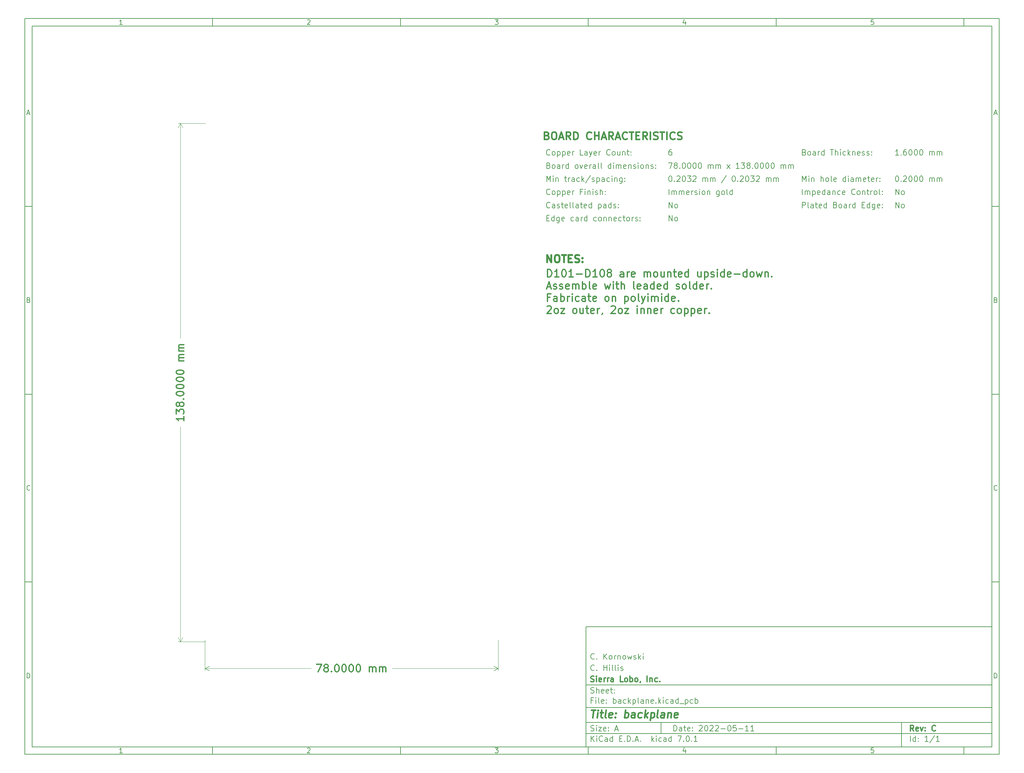
<source format=gbr>
G04 #@! TF.GenerationSoftware,KiCad,Pcbnew,7.0.1*
G04 #@! TF.CreationDate,2023-06-01T09:09:46-04:00*
G04 #@! TF.ProjectId,backplane,6261636b-706c-4616-9e65-2e6b69636164,C*
G04 #@! TF.SameCoordinates,Original*
G04 #@! TF.FileFunction,Other,Comment*
%FSLAX46Y46*%
G04 Gerber Fmt 4.6, Leading zero omitted, Abs format (unit mm)*
G04 Created by KiCad (PCBNEW 7.0.1) date 2023-06-01 09:09:46*
%MOMM*%
%LPD*%
G01*
G04 APERTURE LIST*
%ADD10C,0.100000*%
%ADD11C,0.150000*%
%ADD12C,0.300000*%
%ADD13C,0.400000*%
%ADD14C,0.200000*%
%ADD15C,0.500000*%
G04 APERTURE END LIST*
D10*
D11*
X159400000Y-171900000D02*
X267400000Y-171900000D01*
X267400000Y-203900000D01*
X159400000Y-203900000D01*
X159400000Y-171900000D01*
D10*
D11*
X10000000Y-10000000D02*
X269400000Y-10000000D01*
X269400000Y-205900000D01*
X10000000Y-205900000D01*
X10000000Y-10000000D01*
D10*
D11*
X12000000Y-12000000D02*
X267400000Y-12000000D01*
X267400000Y-203900000D01*
X12000000Y-203900000D01*
X12000000Y-12000000D01*
D10*
D11*
X60000000Y-12000000D02*
X60000000Y-10000000D01*
D10*
D11*
X110000000Y-12000000D02*
X110000000Y-10000000D01*
D10*
D11*
X160000000Y-12000000D02*
X160000000Y-10000000D01*
D10*
D11*
X210000000Y-12000000D02*
X210000000Y-10000000D01*
D10*
D11*
X260000000Y-12000000D02*
X260000000Y-10000000D01*
D10*
D11*
X35990476Y-11601404D02*
X35247619Y-11601404D01*
X35619047Y-11601404D02*
X35619047Y-10301404D01*
X35619047Y-10301404D02*
X35495238Y-10487119D01*
X35495238Y-10487119D02*
X35371428Y-10610928D01*
X35371428Y-10610928D02*
X35247619Y-10672833D01*
D10*
D11*
X85247619Y-10425214D02*
X85309523Y-10363309D01*
X85309523Y-10363309D02*
X85433333Y-10301404D01*
X85433333Y-10301404D02*
X85742857Y-10301404D01*
X85742857Y-10301404D02*
X85866666Y-10363309D01*
X85866666Y-10363309D02*
X85928571Y-10425214D01*
X85928571Y-10425214D02*
X85990476Y-10549023D01*
X85990476Y-10549023D02*
X85990476Y-10672833D01*
X85990476Y-10672833D02*
X85928571Y-10858547D01*
X85928571Y-10858547D02*
X85185714Y-11601404D01*
X85185714Y-11601404D02*
X85990476Y-11601404D01*
D10*
D11*
X135185714Y-10301404D02*
X135990476Y-10301404D01*
X135990476Y-10301404D02*
X135557142Y-10796642D01*
X135557142Y-10796642D02*
X135742857Y-10796642D01*
X135742857Y-10796642D02*
X135866666Y-10858547D01*
X135866666Y-10858547D02*
X135928571Y-10920452D01*
X135928571Y-10920452D02*
X135990476Y-11044261D01*
X135990476Y-11044261D02*
X135990476Y-11353785D01*
X135990476Y-11353785D02*
X135928571Y-11477595D01*
X135928571Y-11477595D02*
X135866666Y-11539500D01*
X135866666Y-11539500D02*
X135742857Y-11601404D01*
X135742857Y-11601404D02*
X135371428Y-11601404D01*
X135371428Y-11601404D02*
X135247619Y-11539500D01*
X135247619Y-11539500D02*
X135185714Y-11477595D01*
D10*
D11*
X185866666Y-10734738D02*
X185866666Y-11601404D01*
X185557142Y-10239500D02*
X185247619Y-11168071D01*
X185247619Y-11168071D02*
X186052380Y-11168071D01*
D10*
D11*
X235928571Y-10301404D02*
X235309523Y-10301404D01*
X235309523Y-10301404D02*
X235247619Y-10920452D01*
X235247619Y-10920452D02*
X235309523Y-10858547D01*
X235309523Y-10858547D02*
X235433333Y-10796642D01*
X235433333Y-10796642D02*
X235742857Y-10796642D01*
X235742857Y-10796642D02*
X235866666Y-10858547D01*
X235866666Y-10858547D02*
X235928571Y-10920452D01*
X235928571Y-10920452D02*
X235990476Y-11044261D01*
X235990476Y-11044261D02*
X235990476Y-11353785D01*
X235990476Y-11353785D02*
X235928571Y-11477595D01*
X235928571Y-11477595D02*
X235866666Y-11539500D01*
X235866666Y-11539500D02*
X235742857Y-11601404D01*
X235742857Y-11601404D02*
X235433333Y-11601404D01*
X235433333Y-11601404D02*
X235309523Y-11539500D01*
X235309523Y-11539500D02*
X235247619Y-11477595D01*
D10*
D11*
X60000000Y-203900000D02*
X60000000Y-205900000D01*
D10*
D11*
X110000000Y-203900000D02*
X110000000Y-205900000D01*
D10*
D11*
X160000000Y-203900000D02*
X160000000Y-205900000D01*
D10*
D11*
X210000000Y-203900000D02*
X210000000Y-205900000D01*
D10*
D11*
X260000000Y-203900000D02*
X260000000Y-205900000D01*
D10*
D11*
X35990476Y-205501404D02*
X35247619Y-205501404D01*
X35619047Y-205501404D02*
X35619047Y-204201404D01*
X35619047Y-204201404D02*
X35495238Y-204387119D01*
X35495238Y-204387119D02*
X35371428Y-204510928D01*
X35371428Y-204510928D02*
X35247619Y-204572833D01*
D10*
D11*
X85247619Y-204325214D02*
X85309523Y-204263309D01*
X85309523Y-204263309D02*
X85433333Y-204201404D01*
X85433333Y-204201404D02*
X85742857Y-204201404D01*
X85742857Y-204201404D02*
X85866666Y-204263309D01*
X85866666Y-204263309D02*
X85928571Y-204325214D01*
X85928571Y-204325214D02*
X85990476Y-204449023D01*
X85990476Y-204449023D02*
X85990476Y-204572833D01*
X85990476Y-204572833D02*
X85928571Y-204758547D01*
X85928571Y-204758547D02*
X85185714Y-205501404D01*
X85185714Y-205501404D02*
X85990476Y-205501404D01*
D10*
D11*
X135185714Y-204201404D02*
X135990476Y-204201404D01*
X135990476Y-204201404D02*
X135557142Y-204696642D01*
X135557142Y-204696642D02*
X135742857Y-204696642D01*
X135742857Y-204696642D02*
X135866666Y-204758547D01*
X135866666Y-204758547D02*
X135928571Y-204820452D01*
X135928571Y-204820452D02*
X135990476Y-204944261D01*
X135990476Y-204944261D02*
X135990476Y-205253785D01*
X135990476Y-205253785D02*
X135928571Y-205377595D01*
X135928571Y-205377595D02*
X135866666Y-205439500D01*
X135866666Y-205439500D02*
X135742857Y-205501404D01*
X135742857Y-205501404D02*
X135371428Y-205501404D01*
X135371428Y-205501404D02*
X135247619Y-205439500D01*
X135247619Y-205439500D02*
X135185714Y-205377595D01*
D10*
D11*
X185866666Y-204634738D02*
X185866666Y-205501404D01*
X185557142Y-204139500D02*
X185247619Y-205068071D01*
X185247619Y-205068071D02*
X186052380Y-205068071D01*
D10*
D11*
X235928571Y-204201404D02*
X235309523Y-204201404D01*
X235309523Y-204201404D02*
X235247619Y-204820452D01*
X235247619Y-204820452D02*
X235309523Y-204758547D01*
X235309523Y-204758547D02*
X235433333Y-204696642D01*
X235433333Y-204696642D02*
X235742857Y-204696642D01*
X235742857Y-204696642D02*
X235866666Y-204758547D01*
X235866666Y-204758547D02*
X235928571Y-204820452D01*
X235928571Y-204820452D02*
X235990476Y-204944261D01*
X235990476Y-204944261D02*
X235990476Y-205253785D01*
X235990476Y-205253785D02*
X235928571Y-205377595D01*
X235928571Y-205377595D02*
X235866666Y-205439500D01*
X235866666Y-205439500D02*
X235742857Y-205501404D01*
X235742857Y-205501404D02*
X235433333Y-205501404D01*
X235433333Y-205501404D02*
X235309523Y-205439500D01*
X235309523Y-205439500D02*
X235247619Y-205377595D01*
D10*
D11*
X10000000Y-60000000D02*
X12000000Y-60000000D01*
D10*
D11*
X10000000Y-110000000D02*
X12000000Y-110000000D01*
D10*
D11*
X10000000Y-160000000D02*
X12000000Y-160000000D01*
D10*
D11*
X10690476Y-35229976D02*
X11309523Y-35229976D01*
X10566666Y-35601404D02*
X10999999Y-34301404D01*
X10999999Y-34301404D02*
X11433333Y-35601404D01*
D10*
D11*
X11092857Y-84920452D02*
X11278571Y-84982357D01*
X11278571Y-84982357D02*
X11340476Y-85044261D01*
X11340476Y-85044261D02*
X11402380Y-85168071D01*
X11402380Y-85168071D02*
X11402380Y-85353785D01*
X11402380Y-85353785D02*
X11340476Y-85477595D01*
X11340476Y-85477595D02*
X11278571Y-85539500D01*
X11278571Y-85539500D02*
X11154761Y-85601404D01*
X11154761Y-85601404D02*
X10659523Y-85601404D01*
X10659523Y-85601404D02*
X10659523Y-84301404D01*
X10659523Y-84301404D02*
X11092857Y-84301404D01*
X11092857Y-84301404D02*
X11216666Y-84363309D01*
X11216666Y-84363309D02*
X11278571Y-84425214D01*
X11278571Y-84425214D02*
X11340476Y-84549023D01*
X11340476Y-84549023D02*
X11340476Y-84672833D01*
X11340476Y-84672833D02*
X11278571Y-84796642D01*
X11278571Y-84796642D02*
X11216666Y-84858547D01*
X11216666Y-84858547D02*
X11092857Y-84920452D01*
X11092857Y-84920452D02*
X10659523Y-84920452D01*
D10*
D11*
X11402380Y-135477595D02*
X11340476Y-135539500D01*
X11340476Y-135539500D02*
X11154761Y-135601404D01*
X11154761Y-135601404D02*
X11030952Y-135601404D01*
X11030952Y-135601404D02*
X10845238Y-135539500D01*
X10845238Y-135539500D02*
X10721428Y-135415690D01*
X10721428Y-135415690D02*
X10659523Y-135291880D01*
X10659523Y-135291880D02*
X10597619Y-135044261D01*
X10597619Y-135044261D02*
X10597619Y-134858547D01*
X10597619Y-134858547D02*
X10659523Y-134610928D01*
X10659523Y-134610928D02*
X10721428Y-134487119D01*
X10721428Y-134487119D02*
X10845238Y-134363309D01*
X10845238Y-134363309D02*
X11030952Y-134301404D01*
X11030952Y-134301404D02*
X11154761Y-134301404D01*
X11154761Y-134301404D02*
X11340476Y-134363309D01*
X11340476Y-134363309D02*
X11402380Y-134425214D01*
D10*
D11*
X10659523Y-185601404D02*
X10659523Y-184301404D01*
X10659523Y-184301404D02*
X10969047Y-184301404D01*
X10969047Y-184301404D02*
X11154761Y-184363309D01*
X11154761Y-184363309D02*
X11278571Y-184487119D01*
X11278571Y-184487119D02*
X11340476Y-184610928D01*
X11340476Y-184610928D02*
X11402380Y-184858547D01*
X11402380Y-184858547D02*
X11402380Y-185044261D01*
X11402380Y-185044261D02*
X11340476Y-185291880D01*
X11340476Y-185291880D02*
X11278571Y-185415690D01*
X11278571Y-185415690D02*
X11154761Y-185539500D01*
X11154761Y-185539500D02*
X10969047Y-185601404D01*
X10969047Y-185601404D02*
X10659523Y-185601404D01*
D10*
D11*
X269400000Y-60000000D02*
X267400000Y-60000000D01*
D10*
D11*
X269400000Y-110000000D02*
X267400000Y-110000000D01*
D10*
D11*
X269400000Y-160000000D02*
X267400000Y-160000000D01*
D10*
D11*
X268090476Y-35229976D02*
X268709523Y-35229976D01*
X267966666Y-35601404D02*
X268399999Y-34301404D01*
X268399999Y-34301404D02*
X268833333Y-35601404D01*
D10*
D11*
X268492857Y-84920452D02*
X268678571Y-84982357D01*
X268678571Y-84982357D02*
X268740476Y-85044261D01*
X268740476Y-85044261D02*
X268802380Y-85168071D01*
X268802380Y-85168071D02*
X268802380Y-85353785D01*
X268802380Y-85353785D02*
X268740476Y-85477595D01*
X268740476Y-85477595D02*
X268678571Y-85539500D01*
X268678571Y-85539500D02*
X268554761Y-85601404D01*
X268554761Y-85601404D02*
X268059523Y-85601404D01*
X268059523Y-85601404D02*
X268059523Y-84301404D01*
X268059523Y-84301404D02*
X268492857Y-84301404D01*
X268492857Y-84301404D02*
X268616666Y-84363309D01*
X268616666Y-84363309D02*
X268678571Y-84425214D01*
X268678571Y-84425214D02*
X268740476Y-84549023D01*
X268740476Y-84549023D02*
X268740476Y-84672833D01*
X268740476Y-84672833D02*
X268678571Y-84796642D01*
X268678571Y-84796642D02*
X268616666Y-84858547D01*
X268616666Y-84858547D02*
X268492857Y-84920452D01*
X268492857Y-84920452D02*
X268059523Y-84920452D01*
D10*
D11*
X268802380Y-135477595D02*
X268740476Y-135539500D01*
X268740476Y-135539500D02*
X268554761Y-135601404D01*
X268554761Y-135601404D02*
X268430952Y-135601404D01*
X268430952Y-135601404D02*
X268245238Y-135539500D01*
X268245238Y-135539500D02*
X268121428Y-135415690D01*
X268121428Y-135415690D02*
X268059523Y-135291880D01*
X268059523Y-135291880D02*
X267997619Y-135044261D01*
X267997619Y-135044261D02*
X267997619Y-134858547D01*
X267997619Y-134858547D02*
X268059523Y-134610928D01*
X268059523Y-134610928D02*
X268121428Y-134487119D01*
X268121428Y-134487119D02*
X268245238Y-134363309D01*
X268245238Y-134363309D02*
X268430952Y-134301404D01*
X268430952Y-134301404D02*
X268554761Y-134301404D01*
X268554761Y-134301404D02*
X268740476Y-134363309D01*
X268740476Y-134363309D02*
X268802380Y-134425214D01*
D10*
D11*
X268059523Y-185601404D02*
X268059523Y-184301404D01*
X268059523Y-184301404D02*
X268369047Y-184301404D01*
X268369047Y-184301404D02*
X268554761Y-184363309D01*
X268554761Y-184363309D02*
X268678571Y-184487119D01*
X268678571Y-184487119D02*
X268740476Y-184610928D01*
X268740476Y-184610928D02*
X268802380Y-184858547D01*
X268802380Y-184858547D02*
X268802380Y-185044261D01*
X268802380Y-185044261D02*
X268740476Y-185291880D01*
X268740476Y-185291880D02*
X268678571Y-185415690D01*
X268678571Y-185415690D02*
X268554761Y-185539500D01*
X268554761Y-185539500D02*
X268369047Y-185601404D01*
X268369047Y-185601404D02*
X268059523Y-185601404D01*
D10*
D11*
X182757142Y-199693928D02*
X182757142Y-198193928D01*
X182757142Y-198193928D02*
X183114285Y-198193928D01*
X183114285Y-198193928D02*
X183328571Y-198265357D01*
X183328571Y-198265357D02*
X183471428Y-198408214D01*
X183471428Y-198408214D02*
X183542857Y-198551071D01*
X183542857Y-198551071D02*
X183614285Y-198836785D01*
X183614285Y-198836785D02*
X183614285Y-199051071D01*
X183614285Y-199051071D02*
X183542857Y-199336785D01*
X183542857Y-199336785D02*
X183471428Y-199479642D01*
X183471428Y-199479642D02*
X183328571Y-199622500D01*
X183328571Y-199622500D02*
X183114285Y-199693928D01*
X183114285Y-199693928D02*
X182757142Y-199693928D01*
X184900000Y-199693928D02*
X184900000Y-198908214D01*
X184900000Y-198908214D02*
X184828571Y-198765357D01*
X184828571Y-198765357D02*
X184685714Y-198693928D01*
X184685714Y-198693928D02*
X184400000Y-198693928D01*
X184400000Y-198693928D02*
X184257142Y-198765357D01*
X184900000Y-199622500D02*
X184757142Y-199693928D01*
X184757142Y-199693928D02*
X184400000Y-199693928D01*
X184400000Y-199693928D02*
X184257142Y-199622500D01*
X184257142Y-199622500D02*
X184185714Y-199479642D01*
X184185714Y-199479642D02*
X184185714Y-199336785D01*
X184185714Y-199336785D02*
X184257142Y-199193928D01*
X184257142Y-199193928D02*
X184400000Y-199122500D01*
X184400000Y-199122500D02*
X184757142Y-199122500D01*
X184757142Y-199122500D02*
X184900000Y-199051071D01*
X185400000Y-198693928D02*
X185971428Y-198693928D01*
X185614285Y-198193928D02*
X185614285Y-199479642D01*
X185614285Y-199479642D02*
X185685714Y-199622500D01*
X185685714Y-199622500D02*
X185828571Y-199693928D01*
X185828571Y-199693928D02*
X185971428Y-199693928D01*
X187042857Y-199622500D02*
X186900000Y-199693928D01*
X186900000Y-199693928D02*
X186614286Y-199693928D01*
X186614286Y-199693928D02*
X186471428Y-199622500D01*
X186471428Y-199622500D02*
X186400000Y-199479642D01*
X186400000Y-199479642D02*
X186400000Y-198908214D01*
X186400000Y-198908214D02*
X186471428Y-198765357D01*
X186471428Y-198765357D02*
X186614286Y-198693928D01*
X186614286Y-198693928D02*
X186900000Y-198693928D01*
X186900000Y-198693928D02*
X187042857Y-198765357D01*
X187042857Y-198765357D02*
X187114286Y-198908214D01*
X187114286Y-198908214D02*
X187114286Y-199051071D01*
X187114286Y-199051071D02*
X186400000Y-199193928D01*
X187757142Y-199551071D02*
X187828571Y-199622500D01*
X187828571Y-199622500D02*
X187757142Y-199693928D01*
X187757142Y-199693928D02*
X187685714Y-199622500D01*
X187685714Y-199622500D02*
X187757142Y-199551071D01*
X187757142Y-199551071D02*
X187757142Y-199693928D01*
X187757142Y-198765357D02*
X187828571Y-198836785D01*
X187828571Y-198836785D02*
X187757142Y-198908214D01*
X187757142Y-198908214D02*
X187685714Y-198836785D01*
X187685714Y-198836785D02*
X187757142Y-198765357D01*
X187757142Y-198765357D02*
X187757142Y-198908214D01*
X189542857Y-198336785D02*
X189614285Y-198265357D01*
X189614285Y-198265357D02*
X189757143Y-198193928D01*
X189757143Y-198193928D02*
X190114285Y-198193928D01*
X190114285Y-198193928D02*
X190257143Y-198265357D01*
X190257143Y-198265357D02*
X190328571Y-198336785D01*
X190328571Y-198336785D02*
X190400000Y-198479642D01*
X190400000Y-198479642D02*
X190400000Y-198622500D01*
X190400000Y-198622500D02*
X190328571Y-198836785D01*
X190328571Y-198836785D02*
X189471428Y-199693928D01*
X189471428Y-199693928D02*
X190400000Y-199693928D01*
X191328571Y-198193928D02*
X191471428Y-198193928D01*
X191471428Y-198193928D02*
X191614285Y-198265357D01*
X191614285Y-198265357D02*
X191685714Y-198336785D01*
X191685714Y-198336785D02*
X191757142Y-198479642D01*
X191757142Y-198479642D02*
X191828571Y-198765357D01*
X191828571Y-198765357D02*
X191828571Y-199122500D01*
X191828571Y-199122500D02*
X191757142Y-199408214D01*
X191757142Y-199408214D02*
X191685714Y-199551071D01*
X191685714Y-199551071D02*
X191614285Y-199622500D01*
X191614285Y-199622500D02*
X191471428Y-199693928D01*
X191471428Y-199693928D02*
X191328571Y-199693928D01*
X191328571Y-199693928D02*
X191185714Y-199622500D01*
X191185714Y-199622500D02*
X191114285Y-199551071D01*
X191114285Y-199551071D02*
X191042856Y-199408214D01*
X191042856Y-199408214D02*
X190971428Y-199122500D01*
X190971428Y-199122500D02*
X190971428Y-198765357D01*
X190971428Y-198765357D02*
X191042856Y-198479642D01*
X191042856Y-198479642D02*
X191114285Y-198336785D01*
X191114285Y-198336785D02*
X191185714Y-198265357D01*
X191185714Y-198265357D02*
X191328571Y-198193928D01*
X192399999Y-198336785D02*
X192471427Y-198265357D01*
X192471427Y-198265357D02*
X192614285Y-198193928D01*
X192614285Y-198193928D02*
X192971427Y-198193928D01*
X192971427Y-198193928D02*
X193114285Y-198265357D01*
X193114285Y-198265357D02*
X193185713Y-198336785D01*
X193185713Y-198336785D02*
X193257142Y-198479642D01*
X193257142Y-198479642D02*
X193257142Y-198622500D01*
X193257142Y-198622500D02*
X193185713Y-198836785D01*
X193185713Y-198836785D02*
X192328570Y-199693928D01*
X192328570Y-199693928D02*
X193257142Y-199693928D01*
X193828570Y-198336785D02*
X193899998Y-198265357D01*
X193899998Y-198265357D02*
X194042856Y-198193928D01*
X194042856Y-198193928D02*
X194399998Y-198193928D01*
X194399998Y-198193928D02*
X194542856Y-198265357D01*
X194542856Y-198265357D02*
X194614284Y-198336785D01*
X194614284Y-198336785D02*
X194685713Y-198479642D01*
X194685713Y-198479642D02*
X194685713Y-198622500D01*
X194685713Y-198622500D02*
X194614284Y-198836785D01*
X194614284Y-198836785D02*
X193757141Y-199693928D01*
X193757141Y-199693928D02*
X194685713Y-199693928D01*
X195328569Y-199122500D02*
X196471427Y-199122500D01*
X197471427Y-198193928D02*
X197614284Y-198193928D01*
X197614284Y-198193928D02*
X197757141Y-198265357D01*
X197757141Y-198265357D02*
X197828570Y-198336785D01*
X197828570Y-198336785D02*
X197899998Y-198479642D01*
X197899998Y-198479642D02*
X197971427Y-198765357D01*
X197971427Y-198765357D02*
X197971427Y-199122500D01*
X197971427Y-199122500D02*
X197899998Y-199408214D01*
X197899998Y-199408214D02*
X197828570Y-199551071D01*
X197828570Y-199551071D02*
X197757141Y-199622500D01*
X197757141Y-199622500D02*
X197614284Y-199693928D01*
X197614284Y-199693928D02*
X197471427Y-199693928D01*
X197471427Y-199693928D02*
X197328570Y-199622500D01*
X197328570Y-199622500D02*
X197257141Y-199551071D01*
X197257141Y-199551071D02*
X197185712Y-199408214D01*
X197185712Y-199408214D02*
X197114284Y-199122500D01*
X197114284Y-199122500D02*
X197114284Y-198765357D01*
X197114284Y-198765357D02*
X197185712Y-198479642D01*
X197185712Y-198479642D02*
X197257141Y-198336785D01*
X197257141Y-198336785D02*
X197328570Y-198265357D01*
X197328570Y-198265357D02*
X197471427Y-198193928D01*
X199328569Y-198193928D02*
X198614283Y-198193928D01*
X198614283Y-198193928D02*
X198542855Y-198908214D01*
X198542855Y-198908214D02*
X198614283Y-198836785D01*
X198614283Y-198836785D02*
X198757141Y-198765357D01*
X198757141Y-198765357D02*
X199114283Y-198765357D01*
X199114283Y-198765357D02*
X199257141Y-198836785D01*
X199257141Y-198836785D02*
X199328569Y-198908214D01*
X199328569Y-198908214D02*
X199399998Y-199051071D01*
X199399998Y-199051071D02*
X199399998Y-199408214D01*
X199399998Y-199408214D02*
X199328569Y-199551071D01*
X199328569Y-199551071D02*
X199257141Y-199622500D01*
X199257141Y-199622500D02*
X199114283Y-199693928D01*
X199114283Y-199693928D02*
X198757141Y-199693928D01*
X198757141Y-199693928D02*
X198614283Y-199622500D01*
X198614283Y-199622500D02*
X198542855Y-199551071D01*
X200042854Y-199122500D02*
X201185712Y-199122500D01*
X202685712Y-199693928D02*
X201828569Y-199693928D01*
X202257140Y-199693928D02*
X202257140Y-198193928D01*
X202257140Y-198193928D02*
X202114283Y-198408214D01*
X202114283Y-198408214D02*
X201971426Y-198551071D01*
X201971426Y-198551071D02*
X201828569Y-198622500D01*
X204114283Y-199693928D02*
X203257140Y-199693928D01*
X203685711Y-199693928D02*
X203685711Y-198193928D01*
X203685711Y-198193928D02*
X203542854Y-198408214D01*
X203542854Y-198408214D02*
X203399997Y-198551071D01*
X203399997Y-198551071D02*
X203257140Y-198622500D01*
D10*
D11*
X159400000Y-200400000D02*
X267400000Y-200400000D01*
D10*
D11*
X160757142Y-202493928D02*
X160757142Y-200993928D01*
X161614285Y-202493928D02*
X160971428Y-201636785D01*
X161614285Y-200993928D02*
X160757142Y-201851071D01*
X162257142Y-202493928D02*
X162257142Y-201493928D01*
X162257142Y-200993928D02*
X162185714Y-201065357D01*
X162185714Y-201065357D02*
X162257142Y-201136785D01*
X162257142Y-201136785D02*
X162328571Y-201065357D01*
X162328571Y-201065357D02*
X162257142Y-200993928D01*
X162257142Y-200993928D02*
X162257142Y-201136785D01*
X163828571Y-202351071D02*
X163757143Y-202422500D01*
X163757143Y-202422500D02*
X163542857Y-202493928D01*
X163542857Y-202493928D02*
X163400000Y-202493928D01*
X163400000Y-202493928D02*
X163185714Y-202422500D01*
X163185714Y-202422500D02*
X163042857Y-202279642D01*
X163042857Y-202279642D02*
X162971428Y-202136785D01*
X162971428Y-202136785D02*
X162900000Y-201851071D01*
X162900000Y-201851071D02*
X162900000Y-201636785D01*
X162900000Y-201636785D02*
X162971428Y-201351071D01*
X162971428Y-201351071D02*
X163042857Y-201208214D01*
X163042857Y-201208214D02*
X163185714Y-201065357D01*
X163185714Y-201065357D02*
X163400000Y-200993928D01*
X163400000Y-200993928D02*
X163542857Y-200993928D01*
X163542857Y-200993928D02*
X163757143Y-201065357D01*
X163757143Y-201065357D02*
X163828571Y-201136785D01*
X165114286Y-202493928D02*
X165114286Y-201708214D01*
X165114286Y-201708214D02*
X165042857Y-201565357D01*
X165042857Y-201565357D02*
X164900000Y-201493928D01*
X164900000Y-201493928D02*
X164614286Y-201493928D01*
X164614286Y-201493928D02*
X164471428Y-201565357D01*
X165114286Y-202422500D02*
X164971428Y-202493928D01*
X164971428Y-202493928D02*
X164614286Y-202493928D01*
X164614286Y-202493928D02*
X164471428Y-202422500D01*
X164471428Y-202422500D02*
X164400000Y-202279642D01*
X164400000Y-202279642D02*
X164400000Y-202136785D01*
X164400000Y-202136785D02*
X164471428Y-201993928D01*
X164471428Y-201993928D02*
X164614286Y-201922500D01*
X164614286Y-201922500D02*
X164971428Y-201922500D01*
X164971428Y-201922500D02*
X165114286Y-201851071D01*
X166471429Y-202493928D02*
X166471429Y-200993928D01*
X166471429Y-202422500D02*
X166328571Y-202493928D01*
X166328571Y-202493928D02*
X166042857Y-202493928D01*
X166042857Y-202493928D02*
X165900000Y-202422500D01*
X165900000Y-202422500D02*
X165828571Y-202351071D01*
X165828571Y-202351071D02*
X165757143Y-202208214D01*
X165757143Y-202208214D02*
X165757143Y-201779642D01*
X165757143Y-201779642D02*
X165828571Y-201636785D01*
X165828571Y-201636785D02*
X165900000Y-201565357D01*
X165900000Y-201565357D02*
X166042857Y-201493928D01*
X166042857Y-201493928D02*
X166328571Y-201493928D01*
X166328571Y-201493928D02*
X166471429Y-201565357D01*
X168328571Y-201708214D02*
X168828571Y-201708214D01*
X169042857Y-202493928D02*
X168328571Y-202493928D01*
X168328571Y-202493928D02*
X168328571Y-200993928D01*
X168328571Y-200993928D02*
X169042857Y-200993928D01*
X169685714Y-202351071D02*
X169757143Y-202422500D01*
X169757143Y-202422500D02*
X169685714Y-202493928D01*
X169685714Y-202493928D02*
X169614286Y-202422500D01*
X169614286Y-202422500D02*
X169685714Y-202351071D01*
X169685714Y-202351071D02*
X169685714Y-202493928D01*
X170400000Y-202493928D02*
X170400000Y-200993928D01*
X170400000Y-200993928D02*
X170757143Y-200993928D01*
X170757143Y-200993928D02*
X170971429Y-201065357D01*
X170971429Y-201065357D02*
X171114286Y-201208214D01*
X171114286Y-201208214D02*
X171185715Y-201351071D01*
X171185715Y-201351071D02*
X171257143Y-201636785D01*
X171257143Y-201636785D02*
X171257143Y-201851071D01*
X171257143Y-201851071D02*
X171185715Y-202136785D01*
X171185715Y-202136785D02*
X171114286Y-202279642D01*
X171114286Y-202279642D02*
X170971429Y-202422500D01*
X170971429Y-202422500D02*
X170757143Y-202493928D01*
X170757143Y-202493928D02*
X170400000Y-202493928D01*
X171900000Y-202351071D02*
X171971429Y-202422500D01*
X171971429Y-202422500D02*
X171900000Y-202493928D01*
X171900000Y-202493928D02*
X171828572Y-202422500D01*
X171828572Y-202422500D02*
X171900000Y-202351071D01*
X171900000Y-202351071D02*
X171900000Y-202493928D01*
X172542858Y-202065357D02*
X173257144Y-202065357D01*
X172400001Y-202493928D02*
X172900001Y-200993928D01*
X172900001Y-200993928D02*
X173400001Y-202493928D01*
X173900000Y-202351071D02*
X173971429Y-202422500D01*
X173971429Y-202422500D02*
X173900000Y-202493928D01*
X173900000Y-202493928D02*
X173828572Y-202422500D01*
X173828572Y-202422500D02*
X173900000Y-202351071D01*
X173900000Y-202351071D02*
X173900000Y-202493928D01*
X176900000Y-202493928D02*
X176900000Y-200993928D01*
X177042858Y-201922500D02*
X177471429Y-202493928D01*
X177471429Y-201493928D02*
X176900000Y-202065357D01*
X178114286Y-202493928D02*
X178114286Y-201493928D01*
X178114286Y-200993928D02*
X178042858Y-201065357D01*
X178042858Y-201065357D02*
X178114286Y-201136785D01*
X178114286Y-201136785D02*
X178185715Y-201065357D01*
X178185715Y-201065357D02*
X178114286Y-200993928D01*
X178114286Y-200993928D02*
X178114286Y-201136785D01*
X179471430Y-202422500D02*
X179328572Y-202493928D01*
X179328572Y-202493928D02*
X179042858Y-202493928D01*
X179042858Y-202493928D02*
X178900001Y-202422500D01*
X178900001Y-202422500D02*
X178828572Y-202351071D01*
X178828572Y-202351071D02*
X178757144Y-202208214D01*
X178757144Y-202208214D02*
X178757144Y-201779642D01*
X178757144Y-201779642D02*
X178828572Y-201636785D01*
X178828572Y-201636785D02*
X178900001Y-201565357D01*
X178900001Y-201565357D02*
X179042858Y-201493928D01*
X179042858Y-201493928D02*
X179328572Y-201493928D01*
X179328572Y-201493928D02*
X179471430Y-201565357D01*
X180757144Y-202493928D02*
X180757144Y-201708214D01*
X180757144Y-201708214D02*
X180685715Y-201565357D01*
X180685715Y-201565357D02*
X180542858Y-201493928D01*
X180542858Y-201493928D02*
X180257144Y-201493928D01*
X180257144Y-201493928D02*
X180114286Y-201565357D01*
X180757144Y-202422500D02*
X180614286Y-202493928D01*
X180614286Y-202493928D02*
X180257144Y-202493928D01*
X180257144Y-202493928D02*
X180114286Y-202422500D01*
X180114286Y-202422500D02*
X180042858Y-202279642D01*
X180042858Y-202279642D02*
X180042858Y-202136785D01*
X180042858Y-202136785D02*
X180114286Y-201993928D01*
X180114286Y-201993928D02*
X180257144Y-201922500D01*
X180257144Y-201922500D02*
X180614286Y-201922500D01*
X180614286Y-201922500D02*
X180757144Y-201851071D01*
X182114287Y-202493928D02*
X182114287Y-200993928D01*
X182114287Y-202422500D02*
X181971429Y-202493928D01*
X181971429Y-202493928D02*
X181685715Y-202493928D01*
X181685715Y-202493928D02*
X181542858Y-202422500D01*
X181542858Y-202422500D02*
X181471429Y-202351071D01*
X181471429Y-202351071D02*
X181400001Y-202208214D01*
X181400001Y-202208214D02*
X181400001Y-201779642D01*
X181400001Y-201779642D02*
X181471429Y-201636785D01*
X181471429Y-201636785D02*
X181542858Y-201565357D01*
X181542858Y-201565357D02*
X181685715Y-201493928D01*
X181685715Y-201493928D02*
X181971429Y-201493928D01*
X181971429Y-201493928D02*
X182114287Y-201565357D01*
X183828572Y-200993928D02*
X184828572Y-200993928D01*
X184828572Y-200993928D02*
X184185715Y-202493928D01*
X185400000Y-202351071D02*
X185471429Y-202422500D01*
X185471429Y-202422500D02*
X185400000Y-202493928D01*
X185400000Y-202493928D02*
X185328572Y-202422500D01*
X185328572Y-202422500D02*
X185400000Y-202351071D01*
X185400000Y-202351071D02*
X185400000Y-202493928D01*
X186400001Y-200993928D02*
X186542858Y-200993928D01*
X186542858Y-200993928D02*
X186685715Y-201065357D01*
X186685715Y-201065357D02*
X186757144Y-201136785D01*
X186757144Y-201136785D02*
X186828572Y-201279642D01*
X186828572Y-201279642D02*
X186900001Y-201565357D01*
X186900001Y-201565357D02*
X186900001Y-201922500D01*
X186900001Y-201922500D02*
X186828572Y-202208214D01*
X186828572Y-202208214D02*
X186757144Y-202351071D01*
X186757144Y-202351071D02*
X186685715Y-202422500D01*
X186685715Y-202422500D02*
X186542858Y-202493928D01*
X186542858Y-202493928D02*
X186400001Y-202493928D01*
X186400001Y-202493928D02*
X186257144Y-202422500D01*
X186257144Y-202422500D02*
X186185715Y-202351071D01*
X186185715Y-202351071D02*
X186114286Y-202208214D01*
X186114286Y-202208214D02*
X186042858Y-201922500D01*
X186042858Y-201922500D02*
X186042858Y-201565357D01*
X186042858Y-201565357D02*
X186114286Y-201279642D01*
X186114286Y-201279642D02*
X186185715Y-201136785D01*
X186185715Y-201136785D02*
X186257144Y-201065357D01*
X186257144Y-201065357D02*
X186400001Y-200993928D01*
X187542857Y-202351071D02*
X187614286Y-202422500D01*
X187614286Y-202422500D02*
X187542857Y-202493928D01*
X187542857Y-202493928D02*
X187471429Y-202422500D01*
X187471429Y-202422500D02*
X187542857Y-202351071D01*
X187542857Y-202351071D02*
X187542857Y-202493928D01*
X189042858Y-202493928D02*
X188185715Y-202493928D01*
X188614286Y-202493928D02*
X188614286Y-200993928D01*
X188614286Y-200993928D02*
X188471429Y-201208214D01*
X188471429Y-201208214D02*
X188328572Y-201351071D01*
X188328572Y-201351071D02*
X188185715Y-201422500D01*
D10*
D11*
X159400000Y-197400000D02*
X267400000Y-197400000D01*
D10*
D12*
X246614285Y-199693928D02*
X246114285Y-198979642D01*
X245757142Y-199693928D02*
X245757142Y-198193928D01*
X245757142Y-198193928D02*
X246328571Y-198193928D01*
X246328571Y-198193928D02*
X246471428Y-198265357D01*
X246471428Y-198265357D02*
X246542857Y-198336785D01*
X246542857Y-198336785D02*
X246614285Y-198479642D01*
X246614285Y-198479642D02*
X246614285Y-198693928D01*
X246614285Y-198693928D02*
X246542857Y-198836785D01*
X246542857Y-198836785D02*
X246471428Y-198908214D01*
X246471428Y-198908214D02*
X246328571Y-198979642D01*
X246328571Y-198979642D02*
X245757142Y-198979642D01*
X247828571Y-199622500D02*
X247685714Y-199693928D01*
X247685714Y-199693928D02*
X247400000Y-199693928D01*
X247400000Y-199693928D02*
X247257142Y-199622500D01*
X247257142Y-199622500D02*
X247185714Y-199479642D01*
X247185714Y-199479642D02*
X247185714Y-198908214D01*
X247185714Y-198908214D02*
X247257142Y-198765357D01*
X247257142Y-198765357D02*
X247400000Y-198693928D01*
X247400000Y-198693928D02*
X247685714Y-198693928D01*
X247685714Y-198693928D02*
X247828571Y-198765357D01*
X247828571Y-198765357D02*
X247900000Y-198908214D01*
X247900000Y-198908214D02*
X247900000Y-199051071D01*
X247900000Y-199051071D02*
X247185714Y-199193928D01*
X248399999Y-198693928D02*
X248757142Y-199693928D01*
X248757142Y-199693928D02*
X249114285Y-198693928D01*
X249685713Y-199551071D02*
X249757142Y-199622500D01*
X249757142Y-199622500D02*
X249685713Y-199693928D01*
X249685713Y-199693928D02*
X249614285Y-199622500D01*
X249614285Y-199622500D02*
X249685713Y-199551071D01*
X249685713Y-199551071D02*
X249685713Y-199693928D01*
X249685713Y-198765357D02*
X249757142Y-198836785D01*
X249757142Y-198836785D02*
X249685713Y-198908214D01*
X249685713Y-198908214D02*
X249614285Y-198836785D01*
X249614285Y-198836785D02*
X249685713Y-198765357D01*
X249685713Y-198765357D02*
X249685713Y-198908214D01*
X252399999Y-199551071D02*
X252328571Y-199622500D01*
X252328571Y-199622500D02*
X252114285Y-199693928D01*
X252114285Y-199693928D02*
X251971428Y-199693928D01*
X251971428Y-199693928D02*
X251757142Y-199622500D01*
X251757142Y-199622500D02*
X251614285Y-199479642D01*
X251614285Y-199479642D02*
X251542856Y-199336785D01*
X251542856Y-199336785D02*
X251471428Y-199051071D01*
X251471428Y-199051071D02*
X251471428Y-198836785D01*
X251471428Y-198836785D02*
X251542856Y-198551071D01*
X251542856Y-198551071D02*
X251614285Y-198408214D01*
X251614285Y-198408214D02*
X251757142Y-198265357D01*
X251757142Y-198265357D02*
X251971428Y-198193928D01*
X251971428Y-198193928D02*
X252114285Y-198193928D01*
X252114285Y-198193928D02*
X252328571Y-198265357D01*
X252328571Y-198265357D02*
X252399999Y-198336785D01*
D10*
D11*
X160685714Y-199622500D02*
X160900000Y-199693928D01*
X160900000Y-199693928D02*
X161257142Y-199693928D01*
X161257142Y-199693928D02*
X161400000Y-199622500D01*
X161400000Y-199622500D02*
X161471428Y-199551071D01*
X161471428Y-199551071D02*
X161542857Y-199408214D01*
X161542857Y-199408214D02*
X161542857Y-199265357D01*
X161542857Y-199265357D02*
X161471428Y-199122500D01*
X161471428Y-199122500D02*
X161400000Y-199051071D01*
X161400000Y-199051071D02*
X161257142Y-198979642D01*
X161257142Y-198979642D02*
X160971428Y-198908214D01*
X160971428Y-198908214D02*
X160828571Y-198836785D01*
X160828571Y-198836785D02*
X160757142Y-198765357D01*
X160757142Y-198765357D02*
X160685714Y-198622500D01*
X160685714Y-198622500D02*
X160685714Y-198479642D01*
X160685714Y-198479642D02*
X160757142Y-198336785D01*
X160757142Y-198336785D02*
X160828571Y-198265357D01*
X160828571Y-198265357D02*
X160971428Y-198193928D01*
X160971428Y-198193928D02*
X161328571Y-198193928D01*
X161328571Y-198193928D02*
X161542857Y-198265357D01*
X162185713Y-199693928D02*
X162185713Y-198693928D01*
X162185713Y-198193928D02*
X162114285Y-198265357D01*
X162114285Y-198265357D02*
X162185713Y-198336785D01*
X162185713Y-198336785D02*
X162257142Y-198265357D01*
X162257142Y-198265357D02*
X162185713Y-198193928D01*
X162185713Y-198193928D02*
X162185713Y-198336785D01*
X162757142Y-198693928D02*
X163542857Y-198693928D01*
X163542857Y-198693928D02*
X162757142Y-199693928D01*
X162757142Y-199693928D02*
X163542857Y-199693928D01*
X164685714Y-199622500D02*
X164542857Y-199693928D01*
X164542857Y-199693928D02*
X164257143Y-199693928D01*
X164257143Y-199693928D02*
X164114285Y-199622500D01*
X164114285Y-199622500D02*
X164042857Y-199479642D01*
X164042857Y-199479642D02*
X164042857Y-198908214D01*
X164042857Y-198908214D02*
X164114285Y-198765357D01*
X164114285Y-198765357D02*
X164257143Y-198693928D01*
X164257143Y-198693928D02*
X164542857Y-198693928D01*
X164542857Y-198693928D02*
X164685714Y-198765357D01*
X164685714Y-198765357D02*
X164757143Y-198908214D01*
X164757143Y-198908214D02*
X164757143Y-199051071D01*
X164757143Y-199051071D02*
X164042857Y-199193928D01*
X165399999Y-199551071D02*
X165471428Y-199622500D01*
X165471428Y-199622500D02*
X165399999Y-199693928D01*
X165399999Y-199693928D02*
X165328571Y-199622500D01*
X165328571Y-199622500D02*
X165399999Y-199551071D01*
X165399999Y-199551071D02*
X165399999Y-199693928D01*
X165399999Y-198765357D02*
X165471428Y-198836785D01*
X165471428Y-198836785D02*
X165399999Y-198908214D01*
X165399999Y-198908214D02*
X165328571Y-198836785D01*
X165328571Y-198836785D02*
X165399999Y-198765357D01*
X165399999Y-198765357D02*
X165399999Y-198908214D01*
X167185714Y-199265357D02*
X167900000Y-199265357D01*
X167042857Y-199693928D02*
X167542857Y-198193928D01*
X167542857Y-198193928D02*
X168042857Y-199693928D01*
D10*
D11*
X245757142Y-202493928D02*
X245757142Y-200993928D01*
X247114286Y-202493928D02*
X247114286Y-200993928D01*
X247114286Y-202422500D02*
X246971428Y-202493928D01*
X246971428Y-202493928D02*
X246685714Y-202493928D01*
X246685714Y-202493928D02*
X246542857Y-202422500D01*
X246542857Y-202422500D02*
X246471428Y-202351071D01*
X246471428Y-202351071D02*
X246400000Y-202208214D01*
X246400000Y-202208214D02*
X246400000Y-201779642D01*
X246400000Y-201779642D02*
X246471428Y-201636785D01*
X246471428Y-201636785D02*
X246542857Y-201565357D01*
X246542857Y-201565357D02*
X246685714Y-201493928D01*
X246685714Y-201493928D02*
X246971428Y-201493928D01*
X246971428Y-201493928D02*
X247114286Y-201565357D01*
X247828571Y-202351071D02*
X247900000Y-202422500D01*
X247900000Y-202422500D02*
X247828571Y-202493928D01*
X247828571Y-202493928D02*
X247757143Y-202422500D01*
X247757143Y-202422500D02*
X247828571Y-202351071D01*
X247828571Y-202351071D02*
X247828571Y-202493928D01*
X247828571Y-201565357D02*
X247900000Y-201636785D01*
X247900000Y-201636785D02*
X247828571Y-201708214D01*
X247828571Y-201708214D02*
X247757143Y-201636785D01*
X247757143Y-201636785D02*
X247828571Y-201565357D01*
X247828571Y-201565357D02*
X247828571Y-201708214D01*
X250471429Y-202493928D02*
X249614286Y-202493928D01*
X250042857Y-202493928D02*
X250042857Y-200993928D01*
X250042857Y-200993928D02*
X249900000Y-201208214D01*
X249900000Y-201208214D02*
X249757143Y-201351071D01*
X249757143Y-201351071D02*
X249614286Y-201422500D01*
X252185714Y-200922500D02*
X250900000Y-202851071D01*
X253471429Y-202493928D02*
X252614286Y-202493928D01*
X253042857Y-202493928D02*
X253042857Y-200993928D01*
X253042857Y-200993928D02*
X252900000Y-201208214D01*
X252900000Y-201208214D02*
X252757143Y-201351071D01*
X252757143Y-201351071D02*
X252614286Y-201422500D01*
D10*
D11*
X159400000Y-193400000D02*
X267400000Y-193400000D01*
D10*
D13*
X160828571Y-194125238D02*
X161971428Y-194125238D01*
X161150000Y-196125238D02*
X161400000Y-194125238D01*
X162376190Y-196125238D02*
X162542857Y-194791904D01*
X162626190Y-194125238D02*
X162519047Y-194220476D01*
X162519047Y-194220476D02*
X162602381Y-194315714D01*
X162602381Y-194315714D02*
X162709524Y-194220476D01*
X162709524Y-194220476D02*
X162626190Y-194125238D01*
X162626190Y-194125238D02*
X162602381Y-194315714D01*
X163197619Y-194791904D02*
X163959523Y-194791904D01*
X163566666Y-194125238D02*
X163352381Y-195839523D01*
X163352381Y-195839523D02*
X163423809Y-196030000D01*
X163423809Y-196030000D02*
X163602381Y-196125238D01*
X163602381Y-196125238D02*
X163792857Y-196125238D01*
X164733333Y-196125238D02*
X164554761Y-196030000D01*
X164554761Y-196030000D02*
X164483333Y-195839523D01*
X164483333Y-195839523D02*
X164697618Y-194125238D01*
X166257142Y-196030000D02*
X166054761Y-196125238D01*
X166054761Y-196125238D02*
X165673808Y-196125238D01*
X165673808Y-196125238D02*
X165495237Y-196030000D01*
X165495237Y-196030000D02*
X165423808Y-195839523D01*
X165423808Y-195839523D02*
X165519047Y-195077619D01*
X165519047Y-195077619D02*
X165638094Y-194887142D01*
X165638094Y-194887142D02*
X165840475Y-194791904D01*
X165840475Y-194791904D02*
X166221427Y-194791904D01*
X166221427Y-194791904D02*
X166399999Y-194887142D01*
X166399999Y-194887142D02*
X166471427Y-195077619D01*
X166471427Y-195077619D02*
X166447618Y-195268095D01*
X166447618Y-195268095D02*
X165471427Y-195458571D01*
X167209523Y-195934761D02*
X167292856Y-196030000D01*
X167292856Y-196030000D02*
X167185713Y-196125238D01*
X167185713Y-196125238D02*
X167102380Y-196030000D01*
X167102380Y-196030000D02*
X167209523Y-195934761D01*
X167209523Y-195934761D02*
X167185713Y-196125238D01*
X167340475Y-194887142D02*
X167423808Y-194982380D01*
X167423808Y-194982380D02*
X167316666Y-195077619D01*
X167316666Y-195077619D02*
X167233332Y-194982380D01*
X167233332Y-194982380D02*
X167340475Y-194887142D01*
X167340475Y-194887142D02*
X167316666Y-195077619D01*
X169649999Y-196125238D02*
X169899999Y-194125238D01*
X169804761Y-194887142D02*
X170007142Y-194791904D01*
X170007142Y-194791904D02*
X170388094Y-194791904D01*
X170388094Y-194791904D02*
X170566666Y-194887142D01*
X170566666Y-194887142D02*
X170649999Y-194982380D01*
X170649999Y-194982380D02*
X170721428Y-195172857D01*
X170721428Y-195172857D02*
X170649999Y-195744285D01*
X170649999Y-195744285D02*
X170530952Y-195934761D01*
X170530952Y-195934761D02*
X170423809Y-196030000D01*
X170423809Y-196030000D02*
X170221428Y-196125238D01*
X170221428Y-196125238D02*
X169840475Y-196125238D01*
X169840475Y-196125238D02*
X169661904Y-196030000D01*
X172304761Y-196125238D02*
X172435713Y-195077619D01*
X172435713Y-195077619D02*
X172364285Y-194887142D01*
X172364285Y-194887142D02*
X172185713Y-194791904D01*
X172185713Y-194791904D02*
X171804761Y-194791904D01*
X171804761Y-194791904D02*
X171602380Y-194887142D01*
X172316666Y-196030000D02*
X172114285Y-196125238D01*
X172114285Y-196125238D02*
X171638094Y-196125238D01*
X171638094Y-196125238D02*
X171459523Y-196030000D01*
X171459523Y-196030000D02*
X171388094Y-195839523D01*
X171388094Y-195839523D02*
X171411904Y-195649047D01*
X171411904Y-195649047D02*
X171530952Y-195458571D01*
X171530952Y-195458571D02*
X171733333Y-195363333D01*
X171733333Y-195363333D02*
X172209523Y-195363333D01*
X172209523Y-195363333D02*
X172411904Y-195268095D01*
X174114285Y-196030000D02*
X173911904Y-196125238D01*
X173911904Y-196125238D02*
X173530952Y-196125238D01*
X173530952Y-196125238D02*
X173352380Y-196030000D01*
X173352380Y-196030000D02*
X173269047Y-195934761D01*
X173269047Y-195934761D02*
X173197618Y-195744285D01*
X173197618Y-195744285D02*
X173269047Y-195172857D01*
X173269047Y-195172857D02*
X173388094Y-194982380D01*
X173388094Y-194982380D02*
X173495237Y-194887142D01*
X173495237Y-194887142D02*
X173697618Y-194791904D01*
X173697618Y-194791904D02*
X174078571Y-194791904D01*
X174078571Y-194791904D02*
X174257142Y-194887142D01*
X174947618Y-196125238D02*
X175197618Y-194125238D01*
X175233333Y-195363333D02*
X175709523Y-196125238D01*
X175876190Y-194791904D02*
X175019047Y-195553809D01*
X176721428Y-194791904D02*
X176471428Y-196791904D01*
X176709523Y-194887142D02*
X176911904Y-194791904D01*
X176911904Y-194791904D02*
X177292856Y-194791904D01*
X177292856Y-194791904D02*
X177471428Y-194887142D01*
X177471428Y-194887142D02*
X177554761Y-194982380D01*
X177554761Y-194982380D02*
X177626190Y-195172857D01*
X177626190Y-195172857D02*
X177554761Y-195744285D01*
X177554761Y-195744285D02*
X177435714Y-195934761D01*
X177435714Y-195934761D02*
X177328571Y-196030000D01*
X177328571Y-196030000D02*
X177126190Y-196125238D01*
X177126190Y-196125238D02*
X176745237Y-196125238D01*
X176745237Y-196125238D02*
X176566666Y-196030000D01*
X178554762Y-196125238D02*
X178376190Y-196030000D01*
X178376190Y-196030000D02*
X178304762Y-195839523D01*
X178304762Y-195839523D02*
X178519047Y-194125238D01*
X180161904Y-196125238D02*
X180292856Y-195077619D01*
X180292856Y-195077619D02*
X180221428Y-194887142D01*
X180221428Y-194887142D02*
X180042856Y-194791904D01*
X180042856Y-194791904D02*
X179661904Y-194791904D01*
X179661904Y-194791904D02*
X179459523Y-194887142D01*
X180173809Y-196030000D02*
X179971428Y-196125238D01*
X179971428Y-196125238D02*
X179495237Y-196125238D01*
X179495237Y-196125238D02*
X179316666Y-196030000D01*
X179316666Y-196030000D02*
X179245237Y-195839523D01*
X179245237Y-195839523D02*
X179269047Y-195649047D01*
X179269047Y-195649047D02*
X179388095Y-195458571D01*
X179388095Y-195458571D02*
X179590476Y-195363333D01*
X179590476Y-195363333D02*
X180066666Y-195363333D01*
X180066666Y-195363333D02*
X180269047Y-195268095D01*
X181269047Y-194791904D02*
X181102380Y-196125238D01*
X181245237Y-194982380D02*
X181352380Y-194887142D01*
X181352380Y-194887142D02*
X181554761Y-194791904D01*
X181554761Y-194791904D02*
X181840475Y-194791904D01*
X181840475Y-194791904D02*
X182019047Y-194887142D01*
X182019047Y-194887142D02*
X182090475Y-195077619D01*
X182090475Y-195077619D02*
X181959523Y-196125238D01*
X183673809Y-196030000D02*
X183471428Y-196125238D01*
X183471428Y-196125238D02*
X183090475Y-196125238D01*
X183090475Y-196125238D02*
X182911904Y-196030000D01*
X182911904Y-196030000D02*
X182840475Y-195839523D01*
X182840475Y-195839523D02*
X182935714Y-195077619D01*
X182935714Y-195077619D02*
X183054761Y-194887142D01*
X183054761Y-194887142D02*
X183257142Y-194791904D01*
X183257142Y-194791904D02*
X183638094Y-194791904D01*
X183638094Y-194791904D02*
X183816666Y-194887142D01*
X183816666Y-194887142D02*
X183888094Y-195077619D01*
X183888094Y-195077619D02*
X183864285Y-195268095D01*
X183864285Y-195268095D02*
X182888094Y-195458571D01*
D10*
D11*
X161257142Y-191508214D02*
X160757142Y-191508214D01*
X160757142Y-192293928D02*
X160757142Y-190793928D01*
X160757142Y-190793928D02*
X161471428Y-190793928D01*
X162042856Y-192293928D02*
X162042856Y-191293928D01*
X162042856Y-190793928D02*
X161971428Y-190865357D01*
X161971428Y-190865357D02*
X162042856Y-190936785D01*
X162042856Y-190936785D02*
X162114285Y-190865357D01*
X162114285Y-190865357D02*
X162042856Y-190793928D01*
X162042856Y-190793928D02*
X162042856Y-190936785D01*
X162971428Y-192293928D02*
X162828571Y-192222500D01*
X162828571Y-192222500D02*
X162757142Y-192079642D01*
X162757142Y-192079642D02*
X162757142Y-190793928D01*
X164114285Y-192222500D02*
X163971428Y-192293928D01*
X163971428Y-192293928D02*
X163685714Y-192293928D01*
X163685714Y-192293928D02*
X163542856Y-192222500D01*
X163542856Y-192222500D02*
X163471428Y-192079642D01*
X163471428Y-192079642D02*
X163471428Y-191508214D01*
X163471428Y-191508214D02*
X163542856Y-191365357D01*
X163542856Y-191365357D02*
X163685714Y-191293928D01*
X163685714Y-191293928D02*
X163971428Y-191293928D01*
X163971428Y-191293928D02*
X164114285Y-191365357D01*
X164114285Y-191365357D02*
X164185714Y-191508214D01*
X164185714Y-191508214D02*
X164185714Y-191651071D01*
X164185714Y-191651071D02*
X163471428Y-191793928D01*
X164828570Y-192151071D02*
X164899999Y-192222500D01*
X164899999Y-192222500D02*
X164828570Y-192293928D01*
X164828570Y-192293928D02*
X164757142Y-192222500D01*
X164757142Y-192222500D02*
X164828570Y-192151071D01*
X164828570Y-192151071D02*
X164828570Y-192293928D01*
X164828570Y-191365357D02*
X164899999Y-191436785D01*
X164899999Y-191436785D02*
X164828570Y-191508214D01*
X164828570Y-191508214D02*
X164757142Y-191436785D01*
X164757142Y-191436785D02*
X164828570Y-191365357D01*
X164828570Y-191365357D02*
X164828570Y-191508214D01*
X166685713Y-192293928D02*
X166685713Y-190793928D01*
X166685713Y-191365357D02*
X166828571Y-191293928D01*
X166828571Y-191293928D02*
X167114285Y-191293928D01*
X167114285Y-191293928D02*
X167257142Y-191365357D01*
X167257142Y-191365357D02*
X167328571Y-191436785D01*
X167328571Y-191436785D02*
X167399999Y-191579642D01*
X167399999Y-191579642D02*
X167399999Y-192008214D01*
X167399999Y-192008214D02*
X167328571Y-192151071D01*
X167328571Y-192151071D02*
X167257142Y-192222500D01*
X167257142Y-192222500D02*
X167114285Y-192293928D01*
X167114285Y-192293928D02*
X166828571Y-192293928D01*
X166828571Y-192293928D02*
X166685713Y-192222500D01*
X168685714Y-192293928D02*
X168685714Y-191508214D01*
X168685714Y-191508214D02*
X168614285Y-191365357D01*
X168614285Y-191365357D02*
X168471428Y-191293928D01*
X168471428Y-191293928D02*
X168185714Y-191293928D01*
X168185714Y-191293928D02*
X168042856Y-191365357D01*
X168685714Y-192222500D02*
X168542856Y-192293928D01*
X168542856Y-192293928D02*
X168185714Y-192293928D01*
X168185714Y-192293928D02*
X168042856Y-192222500D01*
X168042856Y-192222500D02*
X167971428Y-192079642D01*
X167971428Y-192079642D02*
X167971428Y-191936785D01*
X167971428Y-191936785D02*
X168042856Y-191793928D01*
X168042856Y-191793928D02*
X168185714Y-191722500D01*
X168185714Y-191722500D02*
X168542856Y-191722500D01*
X168542856Y-191722500D02*
X168685714Y-191651071D01*
X170042857Y-192222500D02*
X169899999Y-192293928D01*
X169899999Y-192293928D02*
X169614285Y-192293928D01*
X169614285Y-192293928D02*
X169471428Y-192222500D01*
X169471428Y-192222500D02*
X169399999Y-192151071D01*
X169399999Y-192151071D02*
X169328571Y-192008214D01*
X169328571Y-192008214D02*
X169328571Y-191579642D01*
X169328571Y-191579642D02*
X169399999Y-191436785D01*
X169399999Y-191436785D02*
X169471428Y-191365357D01*
X169471428Y-191365357D02*
X169614285Y-191293928D01*
X169614285Y-191293928D02*
X169899999Y-191293928D01*
X169899999Y-191293928D02*
X170042857Y-191365357D01*
X170685713Y-192293928D02*
X170685713Y-190793928D01*
X170828571Y-191722500D02*
X171257142Y-192293928D01*
X171257142Y-191293928D02*
X170685713Y-191865357D01*
X171899999Y-191293928D02*
X171899999Y-192793928D01*
X171899999Y-191365357D02*
X172042857Y-191293928D01*
X172042857Y-191293928D02*
X172328571Y-191293928D01*
X172328571Y-191293928D02*
X172471428Y-191365357D01*
X172471428Y-191365357D02*
X172542857Y-191436785D01*
X172542857Y-191436785D02*
X172614285Y-191579642D01*
X172614285Y-191579642D02*
X172614285Y-192008214D01*
X172614285Y-192008214D02*
X172542857Y-192151071D01*
X172542857Y-192151071D02*
X172471428Y-192222500D01*
X172471428Y-192222500D02*
X172328571Y-192293928D01*
X172328571Y-192293928D02*
X172042857Y-192293928D01*
X172042857Y-192293928D02*
X171899999Y-192222500D01*
X173471428Y-192293928D02*
X173328571Y-192222500D01*
X173328571Y-192222500D02*
X173257142Y-192079642D01*
X173257142Y-192079642D02*
X173257142Y-190793928D01*
X174685714Y-192293928D02*
X174685714Y-191508214D01*
X174685714Y-191508214D02*
X174614285Y-191365357D01*
X174614285Y-191365357D02*
X174471428Y-191293928D01*
X174471428Y-191293928D02*
X174185714Y-191293928D01*
X174185714Y-191293928D02*
X174042856Y-191365357D01*
X174685714Y-192222500D02*
X174542856Y-192293928D01*
X174542856Y-192293928D02*
X174185714Y-192293928D01*
X174185714Y-192293928D02*
X174042856Y-192222500D01*
X174042856Y-192222500D02*
X173971428Y-192079642D01*
X173971428Y-192079642D02*
X173971428Y-191936785D01*
X173971428Y-191936785D02*
X174042856Y-191793928D01*
X174042856Y-191793928D02*
X174185714Y-191722500D01*
X174185714Y-191722500D02*
X174542856Y-191722500D01*
X174542856Y-191722500D02*
X174685714Y-191651071D01*
X175399999Y-191293928D02*
X175399999Y-192293928D01*
X175399999Y-191436785D02*
X175471428Y-191365357D01*
X175471428Y-191365357D02*
X175614285Y-191293928D01*
X175614285Y-191293928D02*
X175828571Y-191293928D01*
X175828571Y-191293928D02*
X175971428Y-191365357D01*
X175971428Y-191365357D02*
X176042857Y-191508214D01*
X176042857Y-191508214D02*
X176042857Y-192293928D01*
X177328571Y-192222500D02*
X177185714Y-192293928D01*
X177185714Y-192293928D02*
X176900000Y-192293928D01*
X176900000Y-192293928D02*
X176757142Y-192222500D01*
X176757142Y-192222500D02*
X176685714Y-192079642D01*
X176685714Y-192079642D02*
X176685714Y-191508214D01*
X176685714Y-191508214D02*
X176757142Y-191365357D01*
X176757142Y-191365357D02*
X176900000Y-191293928D01*
X176900000Y-191293928D02*
X177185714Y-191293928D01*
X177185714Y-191293928D02*
X177328571Y-191365357D01*
X177328571Y-191365357D02*
X177400000Y-191508214D01*
X177400000Y-191508214D02*
X177400000Y-191651071D01*
X177400000Y-191651071D02*
X176685714Y-191793928D01*
X178042856Y-192151071D02*
X178114285Y-192222500D01*
X178114285Y-192222500D02*
X178042856Y-192293928D01*
X178042856Y-192293928D02*
X177971428Y-192222500D01*
X177971428Y-192222500D02*
X178042856Y-192151071D01*
X178042856Y-192151071D02*
X178042856Y-192293928D01*
X178757142Y-192293928D02*
X178757142Y-190793928D01*
X178900000Y-191722500D02*
X179328571Y-192293928D01*
X179328571Y-191293928D02*
X178757142Y-191865357D01*
X179971428Y-192293928D02*
X179971428Y-191293928D01*
X179971428Y-190793928D02*
X179900000Y-190865357D01*
X179900000Y-190865357D02*
X179971428Y-190936785D01*
X179971428Y-190936785D02*
X180042857Y-190865357D01*
X180042857Y-190865357D02*
X179971428Y-190793928D01*
X179971428Y-190793928D02*
X179971428Y-190936785D01*
X181328572Y-192222500D02*
X181185714Y-192293928D01*
X181185714Y-192293928D02*
X180900000Y-192293928D01*
X180900000Y-192293928D02*
X180757143Y-192222500D01*
X180757143Y-192222500D02*
X180685714Y-192151071D01*
X180685714Y-192151071D02*
X180614286Y-192008214D01*
X180614286Y-192008214D02*
X180614286Y-191579642D01*
X180614286Y-191579642D02*
X180685714Y-191436785D01*
X180685714Y-191436785D02*
X180757143Y-191365357D01*
X180757143Y-191365357D02*
X180900000Y-191293928D01*
X180900000Y-191293928D02*
X181185714Y-191293928D01*
X181185714Y-191293928D02*
X181328572Y-191365357D01*
X182614286Y-192293928D02*
X182614286Y-191508214D01*
X182614286Y-191508214D02*
X182542857Y-191365357D01*
X182542857Y-191365357D02*
X182400000Y-191293928D01*
X182400000Y-191293928D02*
X182114286Y-191293928D01*
X182114286Y-191293928D02*
X181971428Y-191365357D01*
X182614286Y-192222500D02*
X182471428Y-192293928D01*
X182471428Y-192293928D02*
X182114286Y-192293928D01*
X182114286Y-192293928D02*
X181971428Y-192222500D01*
X181971428Y-192222500D02*
X181900000Y-192079642D01*
X181900000Y-192079642D02*
X181900000Y-191936785D01*
X181900000Y-191936785D02*
X181971428Y-191793928D01*
X181971428Y-191793928D02*
X182114286Y-191722500D01*
X182114286Y-191722500D02*
X182471428Y-191722500D01*
X182471428Y-191722500D02*
X182614286Y-191651071D01*
X183971429Y-192293928D02*
X183971429Y-190793928D01*
X183971429Y-192222500D02*
X183828571Y-192293928D01*
X183828571Y-192293928D02*
X183542857Y-192293928D01*
X183542857Y-192293928D02*
X183400000Y-192222500D01*
X183400000Y-192222500D02*
X183328571Y-192151071D01*
X183328571Y-192151071D02*
X183257143Y-192008214D01*
X183257143Y-192008214D02*
X183257143Y-191579642D01*
X183257143Y-191579642D02*
X183328571Y-191436785D01*
X183328571Y-191436785D02*
X183400000Y-191365357D01*
X183400000Y-191365357D02*
X183542857Y-191293928D01*
X183542857Y-191293928D02*
X183828571Y-191293928D01*
X183828571Y-191293928D02*
X183971429Y-191365357D01*
X184328572Y-192436785D02*
X185471429Y-192436785D01*
X185828571Y-191293928D02*
X185828571Y-192793928D01*
X185828571Y-191365357D02*
X185971429Y-191293928D01*
X185971429Y-191293928D02*
X186257143Y-191293928D01*
X186257143Y-191293928D02*
X186400000Y-191365357D01*
X186400000Y-191365357D02*
X186471429Y-191436785D01*
X186471429Y-191436785D02*
X186542857Y-191579642D01*
X186542857Y-191579642D02*
X186542857Y-192008214D01*
X186542857Y-192008214D02*
X186471429Y-192151071D01*
X186471429Y-192151071D02*
X186400000Y-192222500D01*
X186400000Y-192222500D02*
X186257143Y-192293928D01*
X186257143Y-192293928D02*
X185971429Y-192293928D01*
X185971429Y-192293928D02*
X185828571Y-192222500D01*
X187828572Y-192222500D02*
X187685714Y-192293928D01*
X187685714Y-192293928D02*
X187400000Y-192293928D01*
X187400000Y-192293928D02*
X187257143Y-192222500D01*
X187257143Y-192222500D02*
X187185714Y-192151071D01*
X187185714Y-192151071D02*
X187114286Y-192008214D01*
X187114286Y-192008214D02*
X187114286Y-191579642D01*
X187114286Y-191579642D02*
X187185714Y-191436785D01*
X187185714Y-191436785D02*
X187257143Y-191365357D01*
X187257143Y-191365357D02*
X187400000Y-191293928D01*
X187400000Y-191293928D02*
X187685714Y-191293928D01*
X187685714Y-191293928D02*
X187828572Y-191365357D01*
X188471428Y-192293928D02*
X188471428Y-190793928D01*
X188471428Y-191365357D02*
X188614286Y-191293928D01*
X188614286Y-191293928D02*
X188900000Y-191293928D01*
X188900000Y-191293928D02*
X189042857Y-191365357D01*
X189042857Y-191365357D02*
X189114286Y-191436785D01*
X189114286Y-191436785D02*
X189185714Y-191579642D01*
X189185714Y-191579642D02*
X189185714Y-192008214D01*
X189185714Y-192008214D02*
X189114286Y-192151071D01*
X189114286Y-192151071D02*
X189042857Y-192222500D01*
X189042857Y-192222500D02*
X188900000Y-192293928D01*
X188900000Y-192293928D02*
X188614286Y-192293928D01*
X188614286Y-192293928D02*
X188471428Y-192222500D01*
D10*
D11*
X159400000Y-187400000D02*
X267400000Y-187400000D01*
D10*
D11*
X160685714Y-189522500D02*
X160900000Y-189593928D01*
X160900000Y-189593928D02*
X161257142Y-189593928D01*
X161257142Y-189593928D02*
X161400000Y-189522500D01*
X161400000Y-189522500D02*
X161471428Y-189451071D01*
X161471428Y-189451071D02*
X161542857Y-189308214D01*
X161542857Y-189308214D02*
X161542857Y-189165357D01*
X161542857Y-189165357D02*
X161471428Y-189022500D01*
X161471428Y-189022500D02*
X161400000Y-188951071D01*
X161400000Y-188951071D02*
X161257142Y-188879642D01*
X161257142Y-188879642D02*
X160971428Y-188808214D01*
X160971428Y-188808214D02*
X160828571Y-188736785D01*
X160828571Y-188736785D02*
X160757142Y-188665357D01*
X160757142Y-188665357D02*
X160685714Y-188522500D01*
X160685714Y-188522500D02*
X160685714Y-188379642D01*
X160685714Y-188379642D02*
X160757142Y-188236785D01*
X160757142Y-188236785D02*
X160828571Y-188165357D01*
X160828571Y-188165357D02*
X160971428Y-188093928D01*
X160971428Y-188093928D02*
X161328571Y-188093928D01*
X161328571Y-188093928D02*
X161542857Y-188165357D01*
X162185713Y-189593928D02*
X162185713Y-188093928D01*
X162828571Y-189593928D02*
X162828571Y-188808214D01*
X162828571Y-188808214D02*
X162757142Y-188665357D01*
X162757142Y-188665357D02*
X162614285Y-188593928D01*
X162614285Y-188593928D02*
X162399999Y-188593928D01*
X162399999Y-188593928D02*
X162257142Y-188665357D01*
X162257142Y-188665357D02*
X162185713Y-188736785D01*
X164114285Y-189522500D02*
X163971428Y-189593928D01*
X163971428Y-189593928D02*
X163685714Y-189593928D01*
X163685714Y-189593928D02*
X163542856Y-189522500D01*
X163542856Y-189522500D02*
X163471428Y-189379642D01*
X163471428Y-189379642D02*
X163471428Y-188808214D01*
X163471428Y-188808214D02*
X163542856Y-188665357D01*
X163542856Y-188665357D02*
X163685714Y-188593928D01*
X163685714Y-188593928D02*
X163971428Y-188593928D01*
X163971428Y-188593928D02*
X164114285Y-188665357D01*
X164114285Y-188665357D02*
X164185714Y-188808214D01*
X164185714Y-188808214D02*
X164185714Y-188951071D01*
X164185714Y-188951071D02*
X163471428Y-189093928D01*
X165399999Y-189522500D02*
X165257142Y-189593928D01*
X165257142Y-189593928D02*
X164971428Y-189593928D01*
X164971428Y-189593928D02*
X164828570Y-189522500D01*
X164828570Y-189522500D02*
X164757142Y-189379642D01*
X164757142Y-189379642D02*
X164757142Y-188808214D01*
X164757142Y-188808214D02*
X164828570Y-188665357D01*
X164828570Y-188665357D02*
X164971428Y-188593928D01*
X164971428Y-188593928D02*
X165257142Y-188593928D01*
X165257142Y-188593928D02*
X165399999Y-188665357D01*
X165399999Y-188665357D02*
X165471428Y-188808214D01*
X165471428Y-188808214D02*
X165471428Y-188951071D01*
X165471428Y-188951071D02*
X164757142Y-189093928D01*
X165899999Y-188593928D02*
X166471427Y-188593928D01*
X166114284Y-188093928D02*
X166114284Y-189379642D01*
X166114284Y-189379642D02*
X166185713Y-189522500D01*
X166185713Y-189522500D02*
X166328570Y-189593928D01*
X166328570Y-189593928D02*
X166471427Y-189593928D01*
X166971427Y-189451071D02*
X167042856Y-189522500D01*
X167042856Y-189522500D02*
X166971427Y-189593928D01*
X166971427Y-189593928D02*
X166899999Y-189522500D01*
X166899999Y-189522500D02*
X166971427Y-189451071D01*
X166971427Y-189451071D02*
X166971427Y-189593928D01*
X166971427Y-188665357D02*
X167042856Y-188736785D01*
X167042856Y-188736785D02*
X166971427Y-188808214D01*
X166971427Y-188808214D02*
X166899999Y-188736785D01*
X166899999Y-188736785D02*
X166971427Y-188665357D01*
X166971427Y-188665357D02*
X166971427Y-188808214D01*
D10*
D12*
X160685714Y-186522500D02*
X160900000Y-186593928D01*
X160900000Y-186593928D02*
X161257142Y-186593928D01*
X161257142Y-186593928D02*
X161400000Y-186522500D01*
X161400000Y-186522500D02*
X161471428Y-186451071D01*
X161471428Y-186451071D02*
X161542857Y-186308214D01*
X161542857Y-186308214D02*
X161542857Y-186165357D01*
X161542857Y-186165357D02*
X161471428Y-186022500D01*
X161471428Y-186022500D02*
X161400000Y-185951071D01*
X161400000Y-185951071D02*
X161257142Y-185879642D01*
X161257142Y-185879642D02*
X160971428Y-185808214D01*
X160971428Y-185808214D02*
X160828571Y-185736785D01*
X160828571Y-185736785D02*
X160757142Y-185665357D01*
X160757142Y-185665357D02*
X160685714Y-185522500D01*
X160685714Y-185522500D02*
X160685714Y-185379642D01*
X160685714Y-185379642D02*
X160757142Y-185236785D01*
X160757142Y-185236785D02*
X160828571Y-185165357D01*
X160828571Y-185165357D02*
X160971428Y-185093928D01*
X160971428Y-185093928D02*
X161328571Y-185093928D01*
X161328571Y-185093928D02*
X161542857Y-185165357D01*
X162185713Y-186593928D02*
X162185713Y-185593928D01*
X162185713Y-185093928D02*
X162114285Y-185165357D01*
X162114285Y-185165357D02*
X162185713Y-185236785D01*
X162185713Y-185236785D02*
X162257142Y-185165357D01*
X162257142Y-185165357D02*
X162185713Y-185093928D01*
X162185713Y-185093928D02*
X162185713Y-185236785D01*
X163471428Y-186522500D02*
X163328571Y-186593928D01*
X163328571Y-186593928D02*
X163042857Y-186593928D01*
X163042857Y-186593928D02*
X162899999Y-186522500D01*
X162899999Y-186522500D02*
X162828571Y-186379642D01*
X162828571Y-186379642D02*
X162828571Y-185808214D01*
X162828571Y-185808214D02*
X162899999Y-185665357D01*
X162899999Y-185665357D02*
X163042857Y-185593928D01*
X163042857Y-185593928D02*
X163328571Y-185593928D01*
X163328571Y-185593928D02*
X163471428Y-185665357D01*
X163471428Y-185665357D02*
X163542857Y-185808214D01*
X163542857Y-185808214D02*
X163542857Y-185951071D01*
X163542857Y-185951071D02*
X162828571Y-186093928D01*
X164185713Y-186593928D02*
X164185713Y-185593928D01*
X164185713Y-185879642D02*
X164257142Y-185736785D01*
X164257142Y-185736785D02*
X164328571Y-185665357D01*
X164328571Y-185665357D02*
X164471428Y-185593928D01*
X164471428Y-185593928D02*
X164614285Y-185593928D01*
X165114284Y-186593928D02*
X165114284Y-185593928D01*
X165114284Y-185879642D02*
X165185713Y-185736785D01*
X165185713Y-185736785D02*
X165257142Y-185665357D01*
X165257142Y-185665357D02*
X165399999Y-185593928D01*
X165399999Y-185593928D02*
X165542856Y-185593928D01*
X166685713Y-186593928D02*
X166685713Y-185808214D01*
X166685713Y-185808214D02*
X166614284Y-185665357D01*
X166614284Y-185665357D02*
X166471427Y-185593928D01*
X166471427Y-185593928D02*
X166185713Y-185593928D01*
X166185713Y-185593928D02*
X166042855Y-185665357D01*
X166685713Y-186522500D02*
X166542855Y-186593928D01*
X166542855Y-186593928D02*
X166185713Y-186593928D01*
X166185713Y-186593928D02*
X166042855Y-186522500D01*
X166042855Y-186522500D02*
X165971427Y-186379642D01*
X165971427Y-186379642D02*
X165971427Y-186236785D01*
X165971427Y-186236785D02*
X166042855Y-186093928D01*
X166042855Y-186093928D02*
X166185713Y-186022500D01*
X166185713Y-186022500D02*
X166542855Y-186022500D01*
X166542855Y-186022500D02*
X166685713Y-185951071D01*
X169257141Y-186593928D02*
X168542855Y-186593928D01*
X168542855Y-186593928D02*
X168542855Y-185093928D01*
X169971427Y-186593928D02*
X169828570Y-186522500D01*
X169828570Y-186522500D02*
X169757141Y-186451071D01*
X169757141Y-186451071D02*
X169685713Y-186308214D01*
X169685713Y-186308214D02*
X169685713Y-185879642D01*
X169685713Y-185879642D02*
X169757141Y-185736785D01*
X169757141Y-185736785D02*
X169828570Y-185665357D01*
X169828570Y-185665357D02*
X169971427Y-185593928D01*
X169971427Y-185593928D02*
X170185713Y-185593928D01*
X170185713Y-185593928D02*
X170328570Y-185665357D01*
X170328570Y-185665357D02*
X170399999Y-185736785D01*
X170399999Y-185736785D02*
X170471427Y-185879642D01*
X170471427Y-185879642D02*
X170471427Y-186308214D01*
X170471427Y-186308214D02*
X170399999Y-186451071D01*
X170399999Y-186451071D02*
X170328570Y-186522500D01*
X170328570Y-186522500D02*
X170185713Y-186593928D01*
X170185713Y-186593928D02*
X169971427Y-186593928D01*
X171114284Y-186593928D02*
X171114284Y-185093928D01*
X171114284Y-185665357D02*
X171257142Y-185593928D01*
X171257142Y-185593928D02*
X171542856Y-185593928D01*
X171542856Y-185593928D02*
X171685713Y-185665357D01*
X171685713Y-185665357D02*
X171757142Y-185736785D01*
X171757142Y-185736785D02*
X171828570Y-185879642D01*
X171828570Y-185879642D02*
X171828570Y-186308214D01*
X171828570Y-186308214D02*
X171757142Y-186451071D01*
X171757142Y-186451071D02*
X171685713Y-186522500D01*
X171685713Y-186522500D02*
X171542856Y-186593928D01*
X171542856Y-186593928D02*
X171257142Y-186593928D01*
X171257142Y-186593928D02*
X171114284Y-186522500D01*
X172685713Y-186593928D02*
X172542856Y-186522500D01*
X172542856Y-186522500D02*
X172471427Y-186451071D01*
X172471427Y-186451071D02*
X172399999Y-186308214D01*
X172399999Y-186308214D02*
X172399999Y-185879642D01*
X172399999Y-185879642D02*
X172471427Y-185736785D01*
X172471427Y-185736785D02*
X172542856Y-185665357D01*
X172542856Y-185665357D02*
X172685713Y-185593928D01*
X172685713Y-185593928D02*
X172899999Y-185593928D01*
X172899999Y-185593928D02*
X173042856Y-185665357D01*
X173042856Y-185665357D02*
X173114285Y-185736785D01*
X173114285Y-185736785D02*
X173185713Y-185879642D01*
X173185713Y-185879642D02*
X173185713Y-186308214D01*
X173185713Y-186308214D02*
X173114285Y-186451071D01*
X173114285Y-186451071D02*
X173042856Y-186522500D01*
X173042856Y-186522500D02*
X172899999Y-186593928D01*
X172899999Y-186593928D02*
X172685713Y-186593928D01*
X173899999Y-186522500D02*
X173899999Y-186593928D01*
X173899999Y-186593928D02*
X173828570Y-186736785D01*
X173828570Y-186736785D02*
X173757142Y-186808214D01*
X175685713Y-186593928D02*
X175685713Y-185093928D01*
X176399999Y-185593928D02*
X176399999Y-186593928D01*
X176399999Y-185736785D02*
X176471428Y-185665357D01*
X176471428Y-185665357D02*
X176614285Y-185593928D01*
X176614285Y-185593928D02*
X176828571Y-185593928D01*
X176828571Y-185593928D02*
X176971428Y-185665357D01*
X176971428Y-185665357D02*
X177042857Y-185808214D01*
X177042857Y-185808214D02*
X177042857Y-186593928D01*
X178400000Y-186522500D02*
X178257142Y-186593928D01*
X178257142Y-186593928D02*
X177971428Y-186593928D01*
X177971428Y-186593928D02*
X177828571Y-186522500D01*
X177828571Y-186522500D02*
X177757142Y-186451071D01*
X177757142Y-186451071D02*
X177685714Y-186308214D01*
X177685714Y-186308214D02*
X177685714Y-185879642D01*
X177685714Y-185879642D02*
X177757142Y-185736785D01*
X177757142Y-185736785D02*
X177828571Y-185665357D01*
X177828571Y-185665357D02*
X177971428Y-185593928D01*
X177971428Y-185593928D02*
X178257142Y-185593928D01*
X178257142Y-185593928D02*
X178400000Y-185665357D01*
X179042856Y-186451071D02*
X179114285Y-186522500D01*
X179114285Y-186522500D02*
X179042856Y-186593928D01*
X179042856Y-186593928D02*
X178971428Y-186522500D01*
X178971428Y-186522500D02*
X179042856Y-186451071D01*
X179042856Y-186451071D02*
X179042856Y-186593928D01*
D10*
D11*
X161614285Y-183451071D02*
X161542857Y-183522500D01*
X161542857Y-183522500D02*
X161328571Y-183593928D01*
X161328571Y-183593928D02*
X161185714Y-183593928D01*
X161185714Y-183593928D02*
X160971428Y-183522500D01*
X160971428Y-183522500D02*
X160828571Y-183379642D01*
X160828571Y-183379642D02*
X160757142Y-183236785D01*
X160757142Y-183236785D02*
X160685714Y-182951071D01*
X160685714Y-182951071D02*
X160685714Y-182736785D01*
X160685714Y-182736785D02*
X160757142Y-182451071D01*
X160757142Y-182451071D02*
X160828571Y-182308214D01*
X160828571Y-182308214D02*
X160971428Y-182165357D01*
X160971428Y-182165357D02*
X161185714Y-182093928D01*
X161185714Y-182093928D02*
X161328571Y-182093928D01*
X161328571Y-182093928D02*
X161542857Y-182165357D01*
X161542857Y-182165357D02*
X161614285Y-182236785D01*
X162257142Y-183451071D02*
X162328571Y-183522500D01*
X162328571Y-183522500D02*
X162257142Y-183593928D01*
X162257142Y-183593928D02*
X162185714Y-183522500D01*
X162185714Y-183522500D02*
X162257142Y-183451071D01*
X162257142Y-183451071D02*
X162257142Y-183593928D01*
X164114285Y-183593928D02*
X164114285Y-182093928D01*
X164114285Y-182808214D02*
X164971428Y-182808214D01*
X164971428Y-183593928D02*
X164971428Y-182093928D01*
X165685714Y-183593928D02*
X165685714Y-182593928D01*
X165685714Y-182093928D02*
X165614286Y-182165357D01*
X165614286Y-182165357D02*
X165685714Y-182236785D01*
X165685714Y-182236785D02*
X165757143Y-182165357D01*
X165757143Y-182165357D02*
X165685714Y-182093928D01*
X165685714Y-182093928D02*
X165685714Y-182236785D01*
X166614286Y-183593928D02*
X166471429Y-183522500D01*
X166471429Y-183522500D02*
X166400000Y-183379642D01*
X166400000Y-183379642D02*
X166400000Y-182093928D01*
X167400000Y-183593928D02*
X167257143Y-183522500D01*
X167257143Y-183522500D02*
X167185714Y-183379642D01*
X167185714Y-183379642D02*
X167185714Y-182093928D01*
X167971428Y-183593928D02*
X167971428Y-182593928D01*
X167971428Y-182093928D02*
X167900000Y-182165357D01*
X167900000Y-182165357D02*
X167971428Y-182236785D01*
X167971428Y-182236785D02*
X168042857Y-182165357D01*
X168042857Y-182165357D02*
X167971428Y-182093928D01*
X167971428Y-182093928D02*
X167971428Y-182236785D01*
X168614286Y-183522500D02*
X168757143Y-183593928D01*
X168757143Y-183593928D02*
X169042857Y-183593928D01*
X169042857Y-183593928D02*
X169185714Y-183522500D01*
X169185714Y-183522500D02*
X169257143Y-183379642D01*
X169257143Y-183379642D02*
X169257143Y-183308214D01*
X169257143Y-183308214D02*
X169185714Y-183165357D01*
X169185714Y-183165357D02*
X169042857Y-183093928D01*
X169042857Y-183093928D02*
X168828572Y-183093928D01*
X168828572Y-183093928D02*
X168685714Y-183022500D01*
X168685714Y-183022500D02*
X168614286Y-182879642D01*
X168614286Y-182879642D02*
X168614286Y-182808214D01*
X168614286Y-182808214D02*
X168685714Y-182665357D01*
X168685714Y-182665357D02*
X168828572Y-182593928D01*
X168828572Y-182593928D02*
X169042857Y-182593928D01*
X169042857Y-182593928D02*
X169185714Y-182665357D01*
D10*
D11*
X161614285Y-180451071D02*
X161542857Y-180522500D01*
X161542857Y-180522500D02*
X161328571Y-180593928D01*
X161328571Y-180593928D02*
X161185714Y-180593928D01*
X161185714Y-180593928D02*
X160971428Y-180522500D01*
X160971428Y-180522500D02*
X160828571Y-180379642D01*
X160828571Y-180379642D02*
X160757142Y-180236785D01*
X160757142Y-180236785D02*
X160685714Y-179951071D01*
X160685714Y-179951071D02*
X160685714Y-179736785D01*
X160685714Y-179736785D02*
X160757142Y-179451071D01*
X160757142Y-179451071D02*
X160828571Y-179308214D01*
X160828571Y-179308214D02*
X160971428Y-179165357D01*
X160971428Y-179165357D02*
X161185714Y-179093928D01*
X161185714Y-179093928D02*
X161328571Y-179093928D01*
X161328571Y-179093928D02*
X161542857Y-179165357D01*
X161542857Y-179165357D02*
X161614285Y-179236785D01*
X162257142Y-180451071D02*
X162328571Y-180522500D01*
X162328571Y-180522500D02*
X162257142Y-180593928D01*
X162257142Y-180593928D02*
X162185714Y-180522500D01*
X162185714Y-180522500D02*
X162257142Y-180451071D01*
X162257142Y-180451071D02*
X162257142Y-180593928D01*
X164114285Y-180593928D02*
X164114285Y-179093928D01*
X164971428Y-180593928D02*
X164328571Y-179736785D01*
X164971428Y-179093928D02*
X164114285Y-179951071D01*
X165828571Y-180593928D02*
X165685714Y-180522500D01*
X165685714Y-180522500D02*
X165614285Y-180451071D01*
X165614285Y-180451071D02*
X165542857Y-180308214D01*
X165542857Y-180308214D02*
X165542857Y-179879642D01*
X165542857Y-179879642D02*
X165614285Y-179736785D01*
X165614285Y-179736785D02*
X165685714Y-179665357D01*
X165685714Y-179665357D02*
X165828571Y-179593928D01*
X165828571Y-179593928D02*
X166042857Y-179593928D01*
X166042857Y-179593928D02*
X166185714Y-179665357D01*
X166185714Y-179665357D02*
X166257143Y-179736785D01*
X166257143Y-179736785D02*
X166328571Y-179879642D01*
X166328571Y-179879642D02*
X166328571Y-180308214D01*
X166328571Y-180308214D02*
X166257143Y-180451071D01*
X166257143Y-180451071D02*
X166185714Y-180522500D01*
X166185714Y-180522500D02*
X166042857Y-180593928D01*
X166042857Y-180593928D02*
X165828571Y-180593928D01*
X166971428Y-180593928D02*
X166971428Y-179593928D01*
X166971428Y-179879642D02*
X167042857Y-179736785D01*
X167042857Y-179736785D02*
X167114286Y-179665357D01*
X167114286Y-179665357D02*
X167257143Y-179593928D01*
X167257143Y-179593928D02*
X167400000Y-179593928D01*
X167899999Y-179593928D02*
X167899999Y-180593928D01*
X167899999Y-179736785D02*
X167971428Y-179665357D01*
X167971428Y-179665357D02*
X168114285Y-179593928D01*
X168114285Y-179593928D02*
X168328571Y-179593928D01*
X168328571Y-179593928D02*
X168471428Y-179665357D01*
X168471428Y-179665357D02*
X168542857Y-179808214D01*
X168542857Y-179808214D02*
X168542857Y-180593928D01*
X169471428Y-180593928D02*
X169328571Y-180522500D01*
X169328571Y-180522500D02*
X169257142Y-180451071D01*
X169257142Y-180451071D02*
X169185714Y-180308214D01*
X169185714Y-180308214D02*
X169185714Y-179879642D01*
X169185714Y-179879642D02*
X169257142Y-179736785D01*
X169257142Y-179736785D02*
X169328571Y-179665357D01*
X169328571Y-179665357D02*
X169471428Y-179593928D01*
X169471428Y-179593928D02*
X169685714Y-179593928D01*
X169685714Y-179593928D02*
X169828571Y-179665357D01*
X169828571Y-179665357D02*
X169900000Y-179736785D01*
X169900000Y-179736785D02*
X169971428Y-179879642D01*
X169971428Y-179879642D02*
X169971428Y-180308214D01*
X169971428Y-180308214D02*
X169900000Y-180451071D01*
X169900000Y-180451071D02*
X169828571Y-180522500D01*
X169828571Y-180522500D02*
X169685714Y-180593928D01*
X169685714Y-180593928D02*
X169471428Y-180593928D01*
X170471428Y-179593928D02*
X170757143Y-180593928D01*
X170757143Y-180593928D02*
X171042857Y-179879642D01*
X171042857Y-179879642D02*
X171328571Y-180593928D01*
X171328571Y-180593928D02*
X171614285Y-179593928D01*
X172114286Y-180522500D02*
X172257143Y-180593928D01*
X172257143Y-180593928D02*
X172542857Y-180593928D01*
X172542857Y-180593928D02*
X172685714Y-180522500D01*
X172685714Y-180522500D02*
X172757143Y-180379642D01*
X172757143Y-180379642D02*
X172757143Y-180308214D01*
X172757143Y-180308214D02*
X172685714Y-180165357D01*
X172685714Y-180165357D02*
X172542857Y-180093928D01*
X172542857Y-180093928D02*
X172328572Y-180093928D01*
X172328572Y-180093928D02*
X172185714Y-180022500D01*
X172185714Y-180022500D02*
X172114286Y-179879642D01*
X172114286Y-179879642D02*
X172114286Y-179808214D01*
X172114286Y-179808214D02*
X172185714Y-179665357D01*
X172185714Y-179665357D02*
X172328572Y-179593928D01*
X172328572Y-179593928D02*
X172542857Y-179593928D01*
X172542857Y-179593928D02*
X172685714Y-179665357D01*
X173400000Y-180593928D02*
X173400000Y-179093928D01*
X173542858Y-180022500D02*
X173971429Y-180593928D01*
X173971429Y-179593928D02*
X173400000Y-180165357D01*
X174614286Y-180593928D02*
X174614286Y-179593928D01*
X174614286Y-179093928D02*
X174542858Y-179165357D01*
X174542858Y-179165357D02*
X174614286Y-179236785D01*
X174614286Y-179236785D02*
X174685715Y-179165357D01*
X174685715Y-179165357D02*
X174614286Y-179093928D01*
X174614286Y-179093928D02*
X174614286Y-179236785D01*
D10*
D11*
D10*
D11*
D10*
D11*
X179400000Y-197400000D02*
X179400000Y-200400000D01*
D10*
D11*
X243400000Y-197400000D02*
X243400000Y-203900000D01*
D14*
X241832851Y-60387428D02*
X241832851Y-58887428D01*
X241832851Y-58887428D02*
X242689994Y-60387428D01*
X242689994Y-60387428D02*
X242689994Y-58887428D01*
X243618566Y-60387428D02*
X243475709Y-60316000D01*
X243475709Y-60316000D02*
X243404280Y-60244571D01*
X243404280Y-60244571D02*
X243332852Y-60101714D01*
X243332852Y-60101714D02*
X243332852Y-59673142D01*
X243332852Y-59673142D02*
X243404280Y-59530285D01*
X243404280Y-59530285D02*
X243475709Y-59458857D01*
X243475709Y-59458857D02*
X243618566Y-59387428D01*
X243618566Y-59387428D02*
X243832852Y-59387428D01*
X243832852Y-59387428D02*
X243975709Y-59458857D01*
X243975709Y-59458857D02*
X244047138Y-59530285D01*
X244047138Y-59530285D02*
X244118566Y-59673142D01*
X244118566Y-59673142D02*
X244118566Y-60101714D01*
X244118566Y-60101714D02*
X244047138Y-60244571D01*
X244047138Y-60244571D02*
X243975709Y-60316000D01*
X243975709Y-60316000D02*
X243832852Y-60387428D01*
X243832852Y-60387428D02*
X243618566Y-60387428D01*
X241832851Y-56887428D02*
X241832851Y-55387428D01*
X241832851Y-55387428D02*
X242689994Y-56887428D01*
X242689994Y-56887428D02*
X242689994Y-55387428D01*
X243618566Y-56887428D02*
X243475709Y-56816000D01*
X243475709Y-56816000D02*
X243404280Y-56744571D01*
X243404280Y-56744571D02*
X243332852Y-56601714D01*
X243332852Y-56601714D02*
X243332852Y-56173142D01*
X243332852Y-56173142D02*
X243404280Y-56030285D01*
X243404280Y-56030285D02*
X243475709Y-55958857D01*
X243475709Y-55958857D02*
X243618566Y-55887428D01*
X243618566Y-55887428D02*
X243832852Y-55887428D01*
X243832852Y-55887428D02*
X243975709Y-55958857D01*
X243975709Y-55958857D02*
X244047138Y-56030285D01*
X244047138Y-56030285D02*
X244118566Y-56173142D01*
X244118566Y-56173142D02*
X244118566Y-56601714D01*
X244118566Y-56601714D02*
X244047138Y-56744571D01*
X244047138Y-56744571D02*
X243975709Y-56816000D01*
X243975709Y-56816000D02*
X243832852Y-56887428D01*
X243832852Y-56887428D02*
X243618566Y-56887428D01*
X242618566Y-46387428D02*
X241761423Y-46387428D01*
X242189994Y-46387428D02*
X242189994Y-44887428D01*
X242189994Y-44887428D02*
X242047137Y-45101714D01*
X242047137Y-45101714D02*
X241904280Y-45244571D01*
X241904280Y-45244571D02*
X241761423Y-45316000D01*
X243261422Y-46244571D02*
X243332851Y-46316000D01*
X243332851Y-46316000D02*
X243261422Y-46387428D01*
X243261422Y-46387428D02*
X243189994Y-46316000D01*
X243189994Y-46316000D02*
X243261422Y-46244571D01*
X243261422Y-46244571D02*
X243261422Y-46387428D01*
X244618566Y-44887428D02*
X244332851Y-44887428D01*
X244332851Y-44887428D02*
X244189994Y-44958857D01*
X244189994Y-44958857D02*
X244118566Y-45030285D01*
X244118566Y-45030285D02*
X243975708Y-45244571D01*
X243975708Y-45244571D02*
X243904280Y-45530285D01*
X243904280Y-45530285D02*
X243904280Y-46101714D01*
X243904280Y-46101714D02*
X243975708Y-46244571D01*
X243975708Y-46244571D02*
X244047137Y-46316000D01*
X244047137Y-46316000D02*
X244189994Y-46387428D01*
X244189994Y-46387428D02*
X244475708Y-46387428D01*
X244475708Y-46387428D02*
X244618566Y-46316000D01*
X244618566Y-46316000D02*
X244689994Y-46244571D01*
X244689994Y-46244571D02*
X244761423Y-46101714D01*
X244761423Y-46101714D02*
X244761423Y-45744571D01*
X244761423Y-45744571D02*
X244689994Y-45601714D01*
X244689994Y-45601714D02*
X244618566Y-45530285D01*
X244618566Y-45530285D02*
X244475708Y-45458857D01*
X244475708Y-45458857D02*
X244189994Y-45458857D01*
X244189994Y-45458857D02*
X244047137Y-45530285D01*
X244047137Y-45530285D02*
X243975708Y-45601714D01*
X243975708Y-45601714D02*
X243904280Y-45744571D01*
X245689994Y-44887428D02*
X245832851Y-44887428D01*
X245832851Y-44887428D02*
X245975708Y-44958857D01*
X245975708Y-44958857D02*
X246047137Y-45030285D01*
X246047137Y-45030285D02*
X246118565Y-45173142D01*
X246118565Y-45173142D02*
X246189994Y-45458857D01*
X246189994Y-45458857D02*
X246189994Y-45816000D01*
X246189994Y-45816000D02*
X246118565Y-46101714D01*
X246118565Y-46101714D02*
X246047137Y-46244571D01*
X246047137Y-46244571D02*
X245975708Y-46316000D01*
X245975708Y-46316000D02*
X245832851Y-46387428D01*
X245832851Y-46387428D02*
X245689994Y-46387428D01*
X245689994Y-46387428D02*
X245547137Y-46316000D01*
X245547137Y-46316000D02*
X245475708Y-46244571D01*
X245475708Y-46244571D02*
X245404279Y-46101714D01*
X245404279Y-46101714D02*
X245332851Y-45816000D01*
X245332851Y-45816000D02*
X245332851Y-45458857D01*
X245332851Y-45458857D02*
X245404279Y-45173142D01*
X245404279Y-45173142D02*
X245475708Y-45030285D01*
X245475708Y-45030285D02*
X245547137Y-44958857D01*
X245547137Y-44958857D02*
X245689994Y-44887428D01*
X247118565Y-44887428D02*
X247261422Y-44887428D01*
X247261422Y-44887428D02*
X247404279Y-44958857D01*
X247404279Y-44958857D02*
X247475708Y-45030285D01*
X247475708Y-45030285D02*
X247547136Y-45173142D01*
X247547136Y-45173142D02*
X247618565Y-45458857D01*
X247618565Y-45458857D02*
X247618565Y-45816000D01*
X247618565Y-45816000D02*
X247547136Y-46101714D01*
X247547136Y-46101714D02*
X247475708Y-46244571D01*
X247475708Y-46244571D02*
X247404279Y-46316000D01*
X247404279Y-46316000D02*
X247261422Y-46387428D01*
X247261422Y-46387428D02*
X247118565Y-46387428D01*
X247118565Y-46387428D02*
X246975708Y-46316000D01*
X246975708Y-46316000D02*
X246904279Y-46244571D01*
X246904279Y-46244571D02*
X246832850Y-46101714D01*
X246832850Y-46101714D02*
X246761422Y-45816000D01*
X246761422Y-45816000D02*
X246761422Y-45458857D01*
X246761422Y-45458857D02*
X246832850Y-45173142D01*
X246832850Y-45173142D02*
X246904279Y-45030285D01*
X246904279Y-45030285D02*
X246975708Y-44958857D01*
X246975708Y-44958857D02*
X247118565Y-44887428D01*
X248547136Y-44887428D02*
X248689993Y-44887428D01*
X248689993Y-44887428D02*
X248832850Y-44958857D01*
X248832850Y-44958857D02*
X248904279Y-45030285D01*
X248904279Y-45030285D02*
X248975707Y-45173142D01*
X248975707Y-45173142D02*
X249047136Y-45458857D01*
X249047136Y-45458857D02*
X249047136Y-45816000D01*
X249047136Y-45816000D02*
X248975707Y-46101714D01*
X248975707Y-46101714D02*
X248904279Y-46244571D01*
X248904279Y-46244571D02*
X248832850Y-46316000D01*
X248832850Y-46316000D02*
X248689993Y-46387428D01*
X248689993Y-46387428D02*
X248547136Y-46387428D01*
X248547136Y-46387428D02*
X248404279Y-46316000D01*
X248404279Y-46316000D02*
X248332850Y-46244571D01*
X248332850Y-46244571D02*
X248261421Y-46101714D01*
X248261421Y-46101714D02*
X248189993Y-45816000D01*
X248189993Y-45816000D02*
X248189993Y-45458857D01*
X248189993Y-45458857D02*
X248261421Y-45173142D01*
X248261421Y-45173142D02*
X248332850Y-45030285D01*
X248332850Y-45030285D02*
X248404279Y-44958857D01*
X248404279Y-44958857D02*
X248547136Y-44887428D01*
X250832849Y-46387428D02*
X250832849Y-45387428D01*
X250832849Y-45530285D02*
X250904278Y-45458857D01*
X250904278Y-45458857D02*
X251047135Y-45387428D01*
X251047135Y-45387428D02*
X251261421Y-45387428D01*
X251261421Y-45387428D02*
X251404278Y-45458857D01*
X251404278Y-45458857D02*
X251475707Y-45601714D01*
X251475707Y-45601714D02*
X251475707Y-46387428D01*
X251475707Y-45601714D02*
X251547135Y-45458857D01*
X251547135Y-45458857D02*
X251689992Y-45387428D01*
X251689992Y-45387428D02*
X251904278Y-45387428D01*
X251904278Y-45387428D02*
X252047135Y-45458857D01*
X252047135Y-45458857D02*
X252118564Y-45601714D01*
X252118564Y-45601714D02*
X252118564Y-46387428D01*
X252832849Y-46387428D02*
X252832849Y-45387428D01*
X252832849Y-45530285D02*
X252904278Y-45458857D01*
X252904278Y-45458857D02*
X253047135Y-45387428D01*
X253047135Y-45387428D02*
X253261421Y-45387428D01*
X253261421Y-45387428D02*
X253404278Y-45458857D01*
X253404278Y-45458857D02*
X253475707Y-45601714D01*
X253475707Y-45601714D02*
X253475707Y-46387428D01*
X253475707Y-45601714D02*
X253547135Y-45458857D01*
X253547135Y-45458857D02*
X253689992Y-45387428D01*
X253689992Y-45387428D02*
X253904278Y-45387428D01*
X253904278Y-45387428D02*
X254047135Y-45458857D01*
X254047135Y-45458857D02*
X254118564Y-45601714D01*
X254118564Y-45601714D02*
X254118564Y-46387428D01*
X216989994Y-56887428D02*
X216989994Y-55387428D01*
X217704280Y-56887428D02*
X217704280Y-55887428D01*
X217704280Y-56030285D02*
X217775709Y-55958857D01*
X217775709Y-55958857D02*
X217918566Y-55887428D01*
X217918566Y-55887428D02*
X218132852Y-55887428D01*
X218132852Y-55887428D02*
X218275709Y-55958857D01*
X218275709Y-55958857D02*
X218347138Y-56101714D01*
X218347138Y-56101714D02*
X218347138Y-56887428D01*
X218347138Y-56101714D02*
X218418566Y-55958857D01*
X218418566Y-55958857D02*
X218561423Y-55887428D01*
X218561423Y-55887428D02*
X218775709Y-55887428D01*
X218775709Y-55887428D02*
X218918566Y-55958857D01*
X218918566Y-55958857D02*
X218989995Y-56101714D01*
X218989995Y-56101714D02*
X218989995Y-56887428D01*
X219704280Y-55887428D02*
X219704280Y-57387428D01*
X219704280Y-55958857D02*
X219847138Y-55887428D01*
X219847138Y-55887428D02*
X220132852Y-55887428D01*
X220132852Y-55887428D02*
X220275709Y-55958857D01*
X220275709Y-55958857D02*
X220347138Y-56030285D01*
X220347138Y-56030285D02*
X220418566Y-56173142D01*
X220418566Y-56173142D02*
X220418566Y-56601714D01*
X220418566Y-56601714D02*
X220347138Y-56744571D01*
X220347138Y-56744571D02*
X220275709Y-56816000D01*
X220275709Y-56816000D02*
X220132852Y-56887428D01*
X220132852Y-56887428D02*
X219847138Y-56887428D01*
X219847138Y-56887428D02*
X219704280Y-56816000D01*
X221632852Y-56816000D02*
X221489995Y-56887428D01*
X221489995Y-56887428D02*
X221204281Y-56887428D01*
X221204281Y-56887428D02*
X221061423Y-56816000D01*
X221061423Y-56816000D02*
X220989995Y-56673142D01*
X220989995Y-56673142D02*
X220989995Y-56101714D01*
X220989995Y-56101714D02*
X221061423Y-55958857D01*
X221061423Y-55958857D02*
X221204281Y-55887428D01*
X221204281Y-55887428D02*
X221489995Y-55887428D01*
X221489995Y-55887428D02*
X221632852Y-55958857D01*
X221632852Y-55958857D02*
X221704281Y-56101714D01*
X221704281Y-56101714D02*
X221704281Y-56244571D01*
X221704281Y-56244571D02*
X220989995Y-56387428D01*
X222989995Y-56887428D02*
X222989995Y-55387428D01*
X222989995Y-56816000D02*
X222847137Y-56887428D01*
X222847137Y-56887428D02*
X222561423Y-56887428D01*
X222561423Y-56887428D02*
X222418566Y-56816000D01*
X222418566Y-56816000D02*
X222347137Y-56744571D01*
X222347137Y-56744571D02*
X222275709Y-56601714D01*
X222275709Y-56601714D02*
X222275709Y-56173142D01*
X222275709Y-56173142D02*
X222347137Y-56030285D01*
X222347137Y-56030285D02*
X222418566Y-55958857D01*
X222418566Y-55958857D02*
X222561423Y-55887428D01*
X222561423Y-55887428D02*
X222847137Y-55887428D01*
X222847137Y-55887428D02*
X222989995Y-55958857D01*
X224347138Y-56887428D02*
X224347138Y-56101714D01*
X224347138Y-56101714D02*
X224275709Y-55958857D01*
X224275709Y-55958857D02*
X224132852Y-55887428D01*
X224132852Y-55887428D02*
X223847138Y-55887428D01*
X223847138Y-55887428D02*
X223704280Y-55958857D01*
X224347138Y-56816000D02*
X224204280Y-56887428D01*
X224204280Y-56887428D02*
X223847138Y-56887428D01*
X223847138Y-56887428D02*
X223704280Y-56816000D01*
X223704280Y-56816000D02*
X223632852Y-56673142D01*
X223632852Y-56673142D02*
X223632852Y-56530285D01*
X223632852Y-56530285D02*
X223704280Y-56387428D01*
X223704280Y-56387428D02*
X223847138Y-56316000D01*
X223847138Y-56316000D02*
X224204280Y-56316000D01*
X224204280Y-56316000D02*
X224347138Y-56244571D01*
X225061423Y-55887428D02*
X225061423Y-56887428D01*
X225061423Y-56030285D02*
X225132852Y-55958857D01*
X225132852Y-55958857D02*
X225275709Y-55887428D01*
X225275709Y-55887428D02*
X225489995Y-55887428D01*
X225489995Y-55887428D02*
X225632852Y-55958857D01*
X225632852Y-55958857D02*
X225704281Y-56101714D01*
X225704281Y-56101714D02*
X225704281Y-56887428D01*
X227061424Y-56816000D02*
X226918566Y-56887428D01*
X226918566Y-56887428D02*
X226632852Y-56887428D01*
X226632852Y-56887428D02*
X226489995Y-56816000D01*
X226489995Y-56816000D02*
X226418566Y-56744571D01*
X226418566Y-56744571D02*
X226347138Y-56601714D01*
X226347138Y-56601714D02*
X226347138Y-56173142D01*
X226347138Y-56173142D02*
X226418566Y-56030285D01*
X226418566Y-56030285D02*
X226489995Y-55958857D01*
X226489995Y-55958857D02*
X226632852Y-55887428D01*
X226632852Y-55887428D02*
X226918566Y-55887428D01*
X226918566Y-55887428D02*
X227061424Y-55958857D01*
X228275709Y-56816000D02*
X228132852Y-56887428D01*
X228132852Y-56887428D02*
X227847138Y-56887428D01*
X227847138Y-56887428D02*
X227704280Y-56816000D01*
X227704280Y-56816000D02*
X227632852Y-56673142D01*
X227632852Y-56673142D02*
X227632852Y-56101714D01*
X227632852Y-56101714D02*
X227704280Y-55958857D01*
X227704280Y-55958857D02*
X227847138Y-55887428D01*
X227847138Y-55887428D02*
X228132852Y-55887428D01*
X228132852Y-55887428D02*
X228275709Y-55958857D01*
X228275709Y-55958857D02*
X228347138Y-56101714D01*
X228347138Y-56101714D02*
X228347138Y-56244571D01*
X228347138Y-56244571D02*
X227632852Y-56387428D01*
X230989994Y-56744571D02*
X230918566Y-56816000D01*
X230918566Y-56816000D02*
X230704280Y-56887428D01*
X230704280Y-56887428D02*
X230561423Y-56887428D01*
X230561423Y-56887428D02*
X230347137Y-56816000D01*
X230347137Y-56816000D02*
X230204280Y-56673142D01*
X230204280Y-56673142D02*
X230132851Y-56530285D01*
X230132851Y-56530285D02*
X230061423Y-56244571D01*
X230061423Y-56244571D02*
X230061423Y-56030285D01*
X230061423Y-56030285D02*
X230132851Y-55744571D01*
X230132851Y-55744571D02*
X230204280Y-55601714D01*
X230204280Y-55601714D02*
X230347137Y-55458857D01*
X230347137Y-55458857D02*
X230561423Y-55387428D01*
X230561423Y-55387428D02*
X230704280Y-55387428D01*
X230704280Y-55387428D02*
X230918566Y-55458857D01*
X230918566Y-55458857D02*
X230989994Y-55530285D01*
X231847137Y-56887428D02*
X231704280Y-56816000D01*
X231704280Y-56816000D02*
X231632851Y-56744571D01*
X231632851Y-56744571D02*
X231561423Y-56601714D01*
X231561423Y-56601714D02*
X231561423Y-56173142D01*
X231561423Y-56173142D02*
X231632851Y-56030285D01*
X231632851Y-56030285D02*
X231704280Y-55958857D01*
X231704280Y-55958857D02*
X231847137Y-55887428D01*
X231847137Y-55887428D02*
X232061423Y-55887428D01*
X232061423Y-55887428D02*
X232204280Y-55958857D01*
X232204280Y-55958857D02*
X232275709Y-56030285D01*
X232275709Y-56030285D02*
X232347137Y-56173142D01*
X232347137Y-56173142D02*
X232347137Y-56601714D01*
X232347137Y-56601714D02*
X232275709Y-56744571D01*
X232275709Y-56744571D02*
X232204280Y-56816000D01*
X232204280Y-56816000D02*
X232061423Y-56887428D01*
X232061423Y-56887428D02*
X231847137Y-56887428D01*
X232989994Y-55887428D02*
X232989994Y-56887428D01*
X232989994Y-56030285D02*
X233061423Y-55958857D01*
X233061423Y-55958857D02*
X233204280Y-55887428D01*
X233204280Y-55887428D02*
X233418566Y-55887428D01*
X233418566Y-55887428D02*
X233561423Y-55958857D01*
X233561423Y-55958857D02*
X233632852Y-56101714D01*
X233632852Y-56101714D02*
X233632852Y-56887428D01*
X234132852Y-55887428D02*
X234704280Y-55887428D01*
X234347137Y-55387428D02*
X234347137Y-56673142D01*
X234347137Y-56673142D02*
X234418566Y-56816000D01*
X234418566Y-56816000D02*
X234561423Y-56887428D01*
X234561423Y-56887428D02*
X234704280Y-56887428D01*
X235204280Y-56887428D02*
X235204280Y-55887428D01*
X235204280Y-56173142D02*
X235275709Y-56030285D01*
X235275709Y-56030285D02*
X235347138Y-55958857D01*
X235347138Y-55958857D02*
X235489995Y-55887428D01*
X235489995Y-55887428D02*
X235632852Y-55887428D01*
X236347137Y-56887428D02*
X236204280Y-56816000D01*
X236204280Y-56816000D02*
X236132851Y-56744571D01*
X236132851Y-56744571D02*
X236061423Y-56601714D01*
X236061423Y-56601714D02*
X236061423Y-56173142D01*
X236061423Y-56173142D02*
X236132851Y-56030285D01*
X236132851Y-56030285D02*
X236204280Y-55958857D01*
X236204280Y-55958857D02*
X236347137Y-55887428D01*
X236347137Y-55887428D02*
X236561423Y-55887428D01*
X236561423Y-55887428D02*
X236704280Y-55958857D01*
X236704280Y-55958857D02*
X236775709Y-56030285D01*
X236775709Y-56030285D02*
X236847137Y-56173142D01*
X236847137Y-56173142D02*
X236847137Y-56601714D01*
X236847137Y-56601714D02*
X236775709Y-56744571D01*
X236775709Y-56744571D02*
X236704280Y-56816000D01*
X236704280Y-56816000D02*
X236561423Y-56887428D01*
X236561423Y-56887428D02*
X236347137Y-56887428D01*
X237704280Y-56887428D02*
X237561423Y-56816000D01*
X237561423Y-56816000D02*
X237489994Y-56673142D01*
X237489994Y-56673142D02*
X237489994Y-55387428D01*
X238275708Y-56744571D02*
X238347137Y-56816000D01*
X238347137Y-56816000D02*
X238275708Y-56887428D01*
X238275708Y-56887428D02*
X238204280Y-56816000D01*
X238204280Y-56816000D02*
X238275708Y-56744571D01*
X238275708Y-56744571D02*
X238275708Y-56887428D01*
X238275708Y-55958857D02*
X238347137Y-56030285D01*
X238347137Y-56030285D02*
X238275708Y-56101714D01*
X238275708Y-56101714D02*
X238204280Y-56030285D01*
X238204280Y-56030285D02*
X238275708Y-55958857D01*
X238275708Y-55958857D02*
X238275708Y-56101714D01*
X216989994Y-53387428D02*
X216989994Y-51887428D01*
X216989994Y-51887428D02*
X217489994Y-52958857D01*
X217489994Y-52958857D02*
X217989994Y-51887428D01*
X217989994Y-51887428D02*
X217989994Y-53387428D01*
X218704280Y-53387428D02*
X218704280Y-52387428D01*
X218704280Y-51887428D02*
X218632852Y-51958857D01*
X218632852Y-51958857D02*
X218704280Y-52030285D01*
X218704280Y-52030285D02*
X218775709Y-51958857D01*
X218775709Y-51958857D02*
X218704280Y-51887428D01*
X218704280Y-51887428D02*
X218704280Y-52030285D01*
X219418566Y-52387428D02*
X219418566Y-53387428D01*
X219418566Y-52530285D02*
X219489995Y-52458857D01*
X219489995Y-52458857D02*
X219632852Y-52387428D01*
X219632852Y-52387428D02*
X219847138Y-52387428D01*
X219847138Y-52387428D02*
X219989995Y-52458857D01*
X219989995Y-52458857D02*
X220061424Y-52601714D01*
X220061424Y-52601714D02*
X220061424Y-53387428D01*
X221918566Y-53387428D02*
X221918566Y-51887428D01*
X222561424Y-53387428D02*
X222561424Y-52601714D01*
X222561424Y-52601714D02*
X222489995Y-52458857D01*
X222489995Y-52458857D02*
X222347138Y-52387428D01*
X222347138Y-52387428D02*
X222132852Y-52387428D01*
X222132852Y-52387428D02*
X221989995Y-52458857D01*
X221989995Y-52458857D02*
X221918566Y-52530285D01*
X223489995Y-53387428D02*
X223347138Y-53316000D01*
X223347138Y-53316000D02*
X223275709Y-53244571D01*
X223275709Y-53244571D02*
X223204281Y-53101714D01*
X223204281Y-53101714D02*
X223204281Y-52673142D01*
X223204281Y-52673142D02*
X223275709Y-52530285D01*
X223275709Y-52530285D02*
X223347138Y-52458857D01*
X223347138Y-52458857D02*
X223489995Y-52387428D01*
X223489995Y-52387428D02*
X223704281Y-52387428D01*
X223704281Y-52387428D02*
X223847138Y-52458857D01*
X223847138Y-52458857D02*
X223918567Y-52530285D01*
X223918567Y-52530285D02*
X223989995Y-52673142D01*
X223989995Y-52673142D02*
X223989995Y-53101714D01*
X223989995Y-53101714D02*
X223918567Y-53244571D01*
X223918567Y-53244571D02*
X223847138Y-53316000D01*
X223847138Y-53316000D02*
X223704281Y-53387428D01*
X223704281Y-53387428D02*
X223489995Y-53387428D01*
X224847138Y-53387428D02*
X224704281Y-53316000D01*
X224704281Y-53316000D02*
X224632852Y-53173142D01*
X224632852Y-53173142D02*
X224632852Y-51887428D01*
X225989995Y-53316000D02*
X225847138Y-53387428D01*
X225847138Y-53387428D02*
X225561424Y-53387428D01*
X225561424Y-53387428D02*
X225418566Y-53316000D01*
X225418566Y-53316000D02*
X225347138Y-53173142D01*
X225347138Y-53173142D02*
X225347138Y-52601714D01*
X225347138Y-52601714D02*
X225418566Y-52458857D01*
X225418566Y-52458857D02*
X225561424Y-52387428D01*
X225561424Y-52387428D02*
X225847138Y-52387428D01*
X225847138Y-52387428D02*
X225989995Y-52458857D01*
X225989995Y-52458857D02*
X226061424Y-52601714D01*
X226061424Y-52601714D02*
X226061424Y-52744571D01*
X226061424Y-52744571D02*
X225347138Y-52887428D01*
X228489995Y-53387428D02*
X228489995Y-51887428D01*
X228489995Y-53316000D02*
X228347137Y-53387428D01*
X228347137Y-53387428D02*
X228061423Y-53387428D01*
X228061423Y-53387428D02*
X227918566Y-53316000D01*
X227918566Y-53316000D02*
X227847137Y-53244571D01*
X227847137Y-53244571D02*
X227775709Y-53101714D01*
X227775709Y-53101714D02*
X227775709Y-52673142D01*
X227775709Y-52673142D02*
X227847137Y-52530285D01*
X227847137Y-52530285D02*
X227918566Y-52458857D01*
X227918566Y-52458857D02*
X228061423Y-52387428D01*
X228061423Y-52387428D02*
X228347137Y-52387428D01*
X228347137Y-52387428D02*
X228489995Y-52458857D01*
X229204280Y-53387428D02*
X229204280Y-52387428D01*
X229204280Y-51887428D02*
X229132852Y-51958857D01*
X229132852Y-51958857D02*
X229204280Y-52030285D01*
X229204280Y-52030285D02*
X229275709Y-51958857D01*
X229275709Y-51958857D02*
X229204280Y-51887428D01*
X229204280Y-51887428D02*
X229204280Y-52030285D01*
X230561424Y-53387428D02*
X230561424Y-52601714D01*
X230561424Y-52601714D02*
X230489995Y-52458857D01*
X230489995Y-52458857D02*
X230347138Y-52387428D01*
X230347138Y-52387428D02*
X230061424Y-52387428D01*
X230061424Y-52387428D02*
X229918566Y-52458857D01*
X230561424Y-53316000D02*
X230418566Y-53387428D01*
X230418566Y-53387428D02*
X230061424Y-53387428D01*
X230061424Y-53387428D02*
X229918566Y-53316000D01*
X229918566Y-53316000D02*
X229847138Y-53173142D01*
X229847138Y-53173142D02*
X229847138Y-53030285D01*
X229847138Y-53030285D02*
X229918566Y-52887428D01*
X229918566Y-52887428D02*
X230061424Y-52816000D01*
X230061424Y-52816000D02*
X230418566Y-52816000D01*
X230418566Y-52816000D02*
X230561424Y-52744571D01*
X231275709Y-53387428D02*
X231275709Y-52387428D01*
X231275709Y-52530285D02*
X231347138Y-52458857D01*
X231347138Y-52458857D02*
X231489995Y-52387428D01*
X231489995Y-52387428D02*
X231704281Y-52387428D01*
X231704281Y-52387428D02*
X231847138Y-52458857D01*
X231847138Y-52458857D02*
X231918567Y-52601714D01*
X231918567Y-52601714D02*
X231918567Y-53387428D01*
X231918567Y-52601714D02*
X231989995Y-52458857D01*
X231989995Y-52458857D02*
X232132852Y-52387428D01*
X232132852Y-52387428D02*
X232347138Y-52387428D01*
X232347138Y-52387428D02*
X232489995Y-52458857D01*
X232489995Y-52458857D02*
X232561424Y-52601714D01*
X232561424Y-52601714D02*
X232561424Y-53387428D01*
X233847138Y-53316000D02*
X233704281Y-53387428D01*
X233704281Y-53387428D02*
X233418567Y-53387428D01*
X233418567Y-53387428D02*
X233275709Y-53316000D01*
X233275709Y-53316000D02*
X233204281Y-53173142D01*
X233204281Y-53173142D02*
X233204281Y-52601714D01*
X233204281Y-52601714D02*
X233275709Y-52458857D01*
X233275709Y-52458857D02*
X233418567Y-52387428D01*
X233418567Y-52387428D02*
X233704281Y-52387428D01*
X233704281Y-52387428D02*
X233847138Y-52458857D01*
X233847138Y-52458857D02*
X233918567Y-52601714D01*
X233918567Y-52601714D02*
X233918567Y-52744571D01*
X233918567Y-52744571D02*
X233204281Y-52887428D01*
X234347138Y-52387428D02*
X234918566Y-52387428D01*
X234561423Y-51887428D02*
X234561423Y-53173142D01*
X234561423Y-53173142D02*
X234632852Y-53316000D01*
X234632852Y-53316000D02*
X234775709Y-53387428D01*
X234775709Y-53387428D02*
X234918566Y-53387428D01*
X235989995Y-53316000D02*
X235847138Y-53387428D01*
X235847138Y-53387428D02*
X235561424Y-53387428D01*
X235561424Y-53387428D02*
X235418566Y-53316000D01*
X235418566Y-53316000D02*
X235347138Y-53173142D01*
X235347138Y-53173142D02*
X235347138Y-52601714D01*
X235347138Y-52601714D02*
X235418566Y-52458857D01*
X235418566Y-52458857D02*
X235561424Y-52387428D01*
X235561424Y-52387428D02*
X235847138Y-52387428D01*
X235847138Y-52387428D02*
X235989995Y-52458857D01*
X235989995Y-52458857D02*
X236061424Y-52601714D01*
X236061424Y-52601714D02*
X236061424Y-52744571D01*
X236061424Y-52744571D02*
X235347138Y-52887428D01*
X236704280Y-53387428D02*
X236704280Y-52387428D01*
X236704280Y-52673142D02*
X236775709Y-52530285D01*
X236775709Y-52530285D02*
X236847138Y-52458857D01*
X236847138Y-52458857D02*
X236989995Y-52387428D01*
X236989995Y-52387428D02*
X237132852Y-52387428D01*
X237632851Y-53244571D02*
X237704280Y-53316000D01*
X237704280Y-53316000D02*
X237632851Y-53387428D01*
X237632851Y-53387428D02*
X237561423Y-53316000D01*
X237561423Y-53316000D02*
X237632851Y-53244571D01*
X237632851Y-53244571D02*
X237632851Y-53387428D01*
X237632851Y-52458857D02*
X237704280Y-52530285D01*
X237704280Y-52530285D02*
X237632851Y-52601714D01*
X237632851Y-52601714D02*
X237561423Y-52530285D01*
X237561423Y-52530285D02*
X237632851Y-52458857D01*
X237632851Y-52458857D02*
X237632851Y-52601714D01*
X181504285Y-63887428D02*
X181504285Y-62387428D01*
X181504285Y-62387428D02*
X182361428Y-63887428D01*
X182361428Y-63887428D02*
X182361428Y-62387428D01*
X183290000Y-63887428D02*
X183147143Y-63816000D01*
X183147143Y-63816000D02*
X183075714Y-63744571D01*
X183075714Y-63744571D02*
X183004286Y-63601714D01*
X183004286Y-63601714D02*
X183004286Y-63173142D01*
X183004286Y-63173142D02*
X183075714Y-63030285D01*
X183075714Y-63030285D02*
X183147143Y-62958857D01*
X183147143Y-62958857D02*
X183290000Y-62887428D01*
X183290000Y-62887428D02*
X183504286Y-62887428D01*
X183504286Y-62887428D02*
X183647143Y-62958857D01*
X183647143Y-62958857D02*
X183718572Y-63030285D01*
X183718572Y-63030285D02*
X183790000Y-63173142D01*
X183790000Y-63173142D02*
X183790000Y-63601714D01*
X183790000Y-63601714D02*
X183718572Y-63744571D01*
X183718572Y-63744571D02*
X183647143Y-63816000D01*
X183647143Y-63816000D02*
X183504286Y-63887428D01*
X183504286Y-63887428D02*
X183290000Y-63887428D01*
X217489994Y-45601714D02*
X217704280Y-45673142D01*
X217704280Y-45673142D02*
X217775709Y-45744571D01*
X217775709Y-45744571D02*
X217847137Y-45887428D01*
X217847137Y-45887428D02*
X217847137Y-46101714D01*
X217847137Y-46101714D02*
X217775709Y-46244571D01*
X217775709Y-46244571D02*
X217704280Y-46316000D01*
X217704280Y-46316000D02*
X217561423Y-46387428D01*
X217561423Y-46387428D02*
X216989994Y-46387428D01*
X216989994Y-46387428D02*
X216989994Y-44887428D01*
X216989994Y-44887428D02*
X217489994Y-44887428D01*
X217489994Y-44887428D02*
X217632852Y-44958857D01*
X217632852Y-44958857D02*
X217704280Y-45030285D01*
X217704280Y-45030285D02*
X217775709Y-45173142D01*
X217775709Y-45173142D02*
X217775709Y-45316000D01*
X217775709Y-45316000D02*
X217704280Y-45458857D01*
X217704280Y-45458857D02*
X217632852Y-45530285D01*
X217632852Y-45530285D02*
X217489994Y-45601714D01*
X217489994Y-45601714D02*
X216989994Y-45601714D01*
X218704280Y-46387428D02*
X218561423Y-46316000D01*
X218561423Y-46316000D02*
X218489994Y-46244571D01*
X218489994Y-46244571D02*
X218418566Y-46101714D01*
X218418566Y-46101714D02*
X218418566Y-45673142D01*
X218418566Y-45673142D02*
X218489994Y-45530285D01*
X218489994Y-45530285D02*
X218561423Y-45458857D01*
X218561423Y-45458857D02*
X218704280Y-45387428D01*
X218704280Y-45387428D02*
X218918566Y-45387428D01*
X218918566Y-45387428D02*
X219061423Y-45458857D01*
X219061423Y-45458857D02*
X219132852Y-45530285D01*
X219132852Y-45530285D02*
X219204280Y-45673142D01*
X219204280Y-45673142D02*
X219204280Y-46101714D01*
X219204280Y-46101714D02*
X219132852Y-46244571D01*
X219132852Y-46244571D02*
X219061423Y-46316000D01*
X219061423Y-46316000D02*
X218918566Y-46387428D01*
X218918566Y-46387428D02*
X218704280Y-46387428D01*
X220489995Y-46387428D02*
X220489995Y-45601714D01*
X220489995Y-45601714D02*
X220418566Y-45458857D01*
X220418566Y-45458857D02*
X220275709Y-45387428D01*
X220275709Y-45387428D02*
X219989995Y-45387428D01*
X219989995Y-45387428D02*
X219847137Y-45458857D01*
X220489995Y-46316000D02*
X220347137Y-46387428D01*
X220347137Y-46387428D02*
X219989995Y-46387428D01*
X219989995Y-46387428D02*
X219847137Y-46316000D01*
X219847137Y-46316000D02*
X219775709Y-46173142D01*
X219775709Y-46173142D02*
X219775709Y-46030285D01*
X219775709Y-46030285D02*
X219847137Y-45887428D01*
X219847137Y-45887428D02*
X219989995Y-45816000D01*
X219989995Y-45816000D02*
X220347137Y-45816000D01*
X220347137Y-45816000D02*
X220489995Y-45744571D01*
X221204280Y-46387428D02*
X221204280Y-45387428D01*
X221204280Y-45673142D02*
X221275709Y-45530285D01*
X221275709Y-45530285D02*
X221347138Y-45458857D01*
X221347138Y-45458857D02*
X221489995Y-45387428D01*
X221489995Y-45387428D02*
X221632852Y-45387428D01*
X222775709Y-46387428D02*
X222775709Y-44887428D01*
X222775709Y-46316000D02*
X222632851Y-46387428D01*
X222632851Y-46387428D02*
X222347137Y-46387428D01*
X222347137Y-46387428D02*
X222204280Y-46316000D01*
X222204280Y-46316000D02*
X222132851Y-46244571D01*
X222132851Y-46244571D02*
X222061423Y-46101714D01*
X222061423Y-46101714D02*
X222061423Y-45673142D01*
X222061423Y-45673142D02*
X222132851Y-45530285D01*
X222132851Y-45530285D02*
X222204280Y-45458857D01*
X222204280Y-45458857D02*
X222347137Y-45387428D01*
X222347137Y-45387428D02*
X222632851Y-45387428D01*
X222632851Y-45387428D02*
X222775709Y-45458857D01*
X224418566Y-44887428D02*
X225275709Y-44887428D01*
X224847137Y-46387428D02*
X224847137Y-44887428D01*
X225775708Y-46387428D02*
X225775708Y-44887428D01*
X226418566Y-46387428D02*
X226418566Y-45601714D01*
X226418566Y-45601714D02*
X226347137Y-45458857D01*
X226347137Y-45458857D02*
X226204280Y-45387428D01*
X226204280Y-45387428D02*
X225989994Y-45387428D01*
X225989994Y-45387428D02*
X225847137Y-45458857D01*
X225847137Y-45458857D02*
X225775708Y-45530285D01*
X227132851Y-46387428D02*
X227132851Y-45387428D01*
X227132851Y-44887428D02*
X227061423Y-44958857D01*
X227061423Y-44958857D02*
X227132851Y-45030285D01*
X227132851Y-45030285D02*
X227204280Y-44958857D01*
X227204280Y-44958857D02*
X227132851Y-44887428D01*
X227132851Y-44887428D02*
X227132851Y-45030285D01*
X228489995Y-46316000D02*
X228347137Y-46387428D01*
X228347137Y-46387428D02*
X228061423Y-46387428D01*
X228061423Y-46387428D02*
X227918566Y-46316000D01*
X227918566Y-46316000D02*
X227847137Y-46244571D01*
X227847137Y-46244571D02*
X227775709Y-46101714D01*
X227775709Y-46101714D02*
X227775709Y-45673142D01*
X227775709Y-45673142D02*
X227847137Y-45530285D01*
X227847137Y-45530285D02*
X227918566Y-45458857D01*
X227918566Y-45458857D02*
X228061423Y-45387428D01*
X228061423Y-45387428D02*
X228347137Y-45387428D01*
X228347137Y-45387428D02*
X228489995Y-45458857D01*
X229132851Y-46387428D02*
X229132851Y-44887428D01*
X229275709Y-45816000D02*
X229704280Y-46387428D01*
X229704280Y-45387428D02*
X229132851Y-45958857D01*
X230347137Y-45387428D02*
X230347137Y-46387428D01*
X230347137Y-45530285D02*
X230418566Y-45458857D01*
X230418566Y-45458857D02*
X230561423Y-45387428D01*
X230561423Y-45387428D02*
X230775709Y-45387428D01*
X230775709Y-45387428D02*
X230918566Y-45458857D01*
X230918566Y-45458857D02*
X230989995Y-45601714D01*
X230989995Y-45601714D02*
X230989995Y-46387428D01*
X232275709Y-46316000D02*
X232132852Y-46387428D01*
X232132852Y-46387428D02*
X231847138Y-46387428D01*
X231847138Y-46387428D02*
X231704280Y-46316000D01*
X231704280Y-46316000D02*
X231632852Y-46173142D01*
X231632852Y-46173142D02*
X231632852Y-45601714D01*
X231632852Y-45601714D02*
X231704280Y-45458857D01*
X231704280Y-45458857D02*
X231847138Y-45387428D01*
X231847138Y-45387428D02*
X232132852Y-45387428D01*
X232132852Y-45387428D02*
X232275709Y-45458857D01*
X232275709Y-45458857D02*
X232347138Y-45601714D01*
X232347138Y-45601714D02*
X232347138Y-45744571D01*
X232347138Y-45744571D02*
X231632852Y-45887428D01*
X232918566Y-46316000D02*
X233061423Y-46387428D01*
X233061423Y-46387428D02*
X233347137Y-46387428D01*
X233347137Y-46387428D02*
X233489994Y-46316000D01*
X233489994Y-46316000D02*
X233561423Y-46173142D01*
X233561423Y-46173142D02*
X233561423Y-46101714D01*
X233561423Y-46101714D02*
X233489994Y-45958857D01*
X233489994Y-45958857D02*
X233347137Y-45887428D01*
X233347137Y-45887428D02*
X233132852Y-45887428D01*
X233132852Y-45887428D02*
X232989994Y-45816000D01*
X232989994Y-45816000D02*
X232918566Y-45673142D01*
X232918566Y-45673142D02*
X232918566Y-45601714D01*
X232918566Y-45601714D02*
X232989994Y-45458857D01*
X232989994Y-45458857D02*
X233132852Y-45387428D01*
X233132852Y-45387428D02*
X233347137Y-45387428D01*
X233347137Y-45387428D02*
X233489994Y-45458857D01*
X234132852Y-46316000D02*
X234275709Y-46387428D01*
X234275709Y-46387428D02*
X234561423Y-46387428D01*
X234561423Y-46387428D02*
X234704280Y-46316000D01*
X234704280Y-46316000D02*
X234775709Y-46173142D01*
X234775709Y-46173142D02*
X234775709Y-46101714D01*
X234775709Y-46101714D02*
X234704280Y-45958857D01*
X234704280Y-45958857D02*
X234561423Y-45887428D01*
X234561423Y-45887428D02*
X234347138Y-45887428D01*
X234347138Y-45887428D02*
X234204280Y-45816000D01*
X234204280Y-45816000D02*
X234132852Y-45673142D01*
X234132852Y-45673142D02*
X234132852Y-45601714D01*
X234132852Y-45601714D02*
X234204280Y-45458857D01*
X234204280Y-45458857D02*
X234347138Y-45387428D01*
X234347138Y-45387428D02*
X234561423Y-45387428D01*
X234561423Y-45387428D02*
X234704280Y-45458857D01*
X235418566Y-46244571D02*
X235489995Y-46316000D01*
X235489995Y-46316000D02*
X235418566Y-46387428D01*
X235418566Y-46387428D02*
X235347138Y-46316000D01*
X235347138Y-46316000D02*
X235418566Y-46244571D01*
X235418566Y-46244571D02*
X235418566Y-46387428D01*
X235418566Y-45458857D02*
X235489995Y-45530285D01*
X235489995Y-45530285D02*
X235418566Y-45601714D01*
X235418566Y-45601714D02*
X235347138Y-45530285D01*
X235347138Y-45530285D02*
X235418566Y-45458857D01*
X235418566Y-45458857D02*
X235418566Y-45601714D01*
X181504285Y-60387428D02*
X181504285Y-58887428D01*
X181504285Y-58887428D02*
X182361428Y-60387428D01*
X182361428Y-60387428D02*
X182361428Y-58887428D01*
X183290000Y-60387428D02*
X183147143Y-60316000D01*
X183147143Y-60316000D02*
X183075714Y-60244571D01*
X183075714Y-60244571D02*
X183004286Y-60101714D01*
X183004286Y-60101714D02*
X183004286Y-59673142D01*
X183004286Y-59673142D02*
X183075714Y-59530285D01*
X183075714Y-59530285D02*
X183147143Y-59458857D01*
X183147143Y-59458857D02*
X183290000Y-59387428D01*
X183290000Y-59387428D02*
X183504286Y-59387428D01*
X183504286Y-59387428D02*
X183647143Y-59458857D01*
X183647143Y-59458857D02*
X183718572Y-59530285D01*
X183718572Y-59530285D02*
X183790000Y-59673142D01*
X183790000Y-59673142D02*
X183790000Y-60101714D01*
X183790000Y-60101714D02*
X183718572Y-60244571D01*
X183718572Y-60244571D02*
X183647143Y-60316000D01*
X183647143Y-60316000D02*
X183504286Y-60387428D01*
X183504286Y-60387428D02*
X183290000Y-60387428D01*
X242118566Y-51887428D02*
X242261423Y-51887428D01*
X242261423Y-51887428D02*
X242404280Y-51958857D01*
X242404280Y-51958857D02*
X242475709Y-52030285D01*
X242475709Y-52030285D02*
X242547137Y-52173142D01*
X242547137Y-52173142D02*
X242618566Y-52458857D01*
X242618566Y-52458857D02*
X242618566Y-52816000D01*
X242618566Y-52816000D02*
X242547137Y-53101714D01*
X242547137Y-53101714D02*
X242475709Y-53244571D01*
X242475709Y-53244571D02*
X242404280Y-53316000D01*
X242404280Y-53316000D02*
X242261423Y-53387428D01*
X242261423Y-53387428D02*
X242118566Y-53387428D01*
X242118566Y-53387428D02*
X241975709Y-53316000D01*
X241975709Y-53316000D02*
X241904280Y-53244571D01*
X241904280Y-53244571D02*
X241832851Y-53101714D01*
X241832851Y-53101714D02*
X241761423Y-52816000D01*
X241761423Y-52816000D02*
X241761423Y-52458857D01*
X241761423Y-52458857D02*
X241832851Y-52173142D01*
X241832851Y-52173142D02*
X241904280Y-52030285D01*
X241904280Y-52030285D02*
X241975709Y-51958857D01*
X241975709Y-51958857D02*
X242118566Y-51887428D01*
X243261422Y-53244571D02*
X243332851Y-53316000D01*
X243332851Y-53316000D02*
X243261422Y-53387428D01*
X243261422Y-53387428D02*
X243189994Y-53316000D01*
X243189994Y-53316000D02*
X243261422Y-53244571D01*
X243261422Y-53244571D02*
X243261422Y-53387428D01*
X243904280Y-52030285D02*
X243975708Y-51958857D01*
X243975708Y-51958857D02*
X244118566Y-51887428D01*
X244118566Y-51887428D02*
X244475708Y-51887428D01*
X244475708Y-51887428D02*
X244618566Y-51958857D01*
X244618566Y-51958857D02*
X244689994Y-52030285D01*
X244689994Y-52030285D02*
X244761423Y-52173142D01*
X244761423Y-52173142D02*
X244761423Y-52316000D01*
X244761423Y-52316000D02*
X244689994Y-52530285D01*
X244689994Y-52530285D02*
X243832851Y-53387428D01*
X243832851Y-53387428D02*
X244761423Y-53387428D01*
X245689994Y-51887428D02*
X245832851Y-51887428D01*
X245832851Y-51887428D02*
X245975708Y-51958857D01*
X245975708Y-51958857D02*
X246047137Y-52030285D01*
X246047137Y-52030285D02*
X246118565Y-52173142D01*
X246118565Y-52173142D02*
X246189994Y-52458857D01*
X246189994Y-52458857D02*
X246189994Y-52816000D01*
X246189994Y-52816000D02*
X246118565Y-53101714D01*
X246118565Y-53101714D02*
X246047137Y-53244571D01*
X246047137Y-53244571D02*
X245975708Y-53316000D01*
X245975708Y-53316000D02*
X245832851Y-53387428D01*
X245832851Y-53387428D02*
X245689994Y-53387428D01*
X245689994Y-53387428D02*
X245547137Y-53316000D01*
X245547137Y-53316000D02*
X245475708Y-53244571D01*
X245475708Y-53244571D02*
X245404279Y-53101714D01*
X245404279Y-53101714D02*
X245332851Y-52816000D01*
X245332851Y-52816000D02*
X245332851Y-52458857D01*
X245332851Y-52458857D02*
X245404279Y-52173142D01*
X245404279Y-52173142D02*
X245475708Y-52030285D01*
X245475708Y-52030285D02*
X245547137Y-51958857D01*
X245547137Y-51958857D02*
X245689994Y-51887428D01*
X247118565Y-51887428D02*
X247261422Y-51887428D01*
X247261422Y-51887428D02*
X247404279Y-51958857D01*
X247404279Y-51958857D02*
X247475708Y-52030285D01*
X247475708Y-52030285D02*
X247547136Y-52173142D01*
X247547136Y-52173142D02*
X247618565Y-52458857D01*
X247618565Y-52458857D02*
X247618565Y-52816000D01*
X247618565Y-52816000D02*
X247547136Y-53101714D01*
X247547136Y-53101714D02*
X247475708Y-53244571D01*
X247475708Y-53244571D02*
X247404279Y-53316000D01*
X247404279Y-53316000D02*
X247261422Y-53387428D01*
X247261422Y-53387428D02*
X247118565Y-53387428D01*
X247118565Y-53387428D02*
X246975708Y-53316000D01*
X246975708Y-53316000D02*
X246904279Y-53244571D01*
X246904279Y-53244571D02*
X246832850Y-53101714D01*
X246832850Y-53101714D02*
X246761422Y-52816000D01*
X246761422Y-52816000D02*
X246761422Y-52458857D01*
X246761422Y-52458857D02*
X246832850Y-52173142D01*
X246832850Y-52173142D02*
X246904279Y-52030285D01*
X246904279Y-52030285D02*
X246975708Y-51958857D01*
X246975708Y-51958857D02*
X247118565Y-51887428D01*
X248547136Y-51887428D02*
X248689993Y-51887428D01*
X248689993Y-51887428D02*
X248832850Y-51958857D01*
X248832850Y-51958857D02*
X248904279Y-52030285D01*
X248904279Y-52030285D02*
X248975707Y-52173142D01*
X248975707Y-52173142D02*
X249047136Y-52458857D01*
X249047136Y-52458857D02*
X249047136Y-52816000D01*
X249047136Y-52816000D02*
X248975707Y-53101714D01*
X248975707Y-53101714D02*
X248904279Y-53244571D01*
X248904279Y-53244571D02*
X248832850Y-53316000D01*
X248832850Y-53316000D02*
X248689993Y-53387428D01*
X248689993Y-53387428D02*
X248547136Y-53387428D01*
X248547136Y-53387428D02*
X248404279Y-53316000D01*
X248404279Y-53316000D02*
X248332850Y-53244571D01*
X248332850Y-53244571D02*
X248261421Y-53101714D01*
X248261421Y-53101714D02*
X248189993Y-52816000D01*
X248189993Y-52816000D02*
X248189993Y-52458857D01*
X248189993Y-52458857D02*
X248261421Y-52173142D01*
X248261421Y-52173142D02*
X248332850Y-52030285D01*
X248332850Y-52030285D02*
X248404279Y-51958857D01*
X248404279Y-51958857D02*
X248547136Y-51887428D01*
X250832849Y-53387428D02*
X250832849Y-52387428D01*
X250832849Y-52530285D02*
X250904278Y-52458857D01*
X250904278Y-52458857D02*
X251047135Y-52387428D01*
X251047135Y-52387428D02*
X251261421Y-52387428D01*
X251261421Y-52387428D02*
X251404278Y-52458857D01*
X251404278Y-52458857D02*
X251475707Y-52601714D01*
X251475707Y-52601714D02*
X251475707Y-53387428D01*
X251475707Y-52601714D02*
X251547135Y-52458857D01*
X251547135Y-52458857D02*
X251689992Y-52387428D01*
X251689992Y-52387428D02*
X251904278Y-52387428D01*
X251904278Y-52387428D02*
X252047135Y-52458857D01*
X252047135Y-52458857D02*
X252118564Y-52601714D01*
X252118564Y-52601714D02*
X252118564Y-53387428D01*
X252832849Y-53387428D02*
X252832849Y-52387428D01*
X252832849Y-52530285D02*
X252904278Y-52458857D01*
X252904278Y-52458857D02*
X253047135Y-52387428D01*
X253047135Y-52387428D02*
X253261421Y-52387428D01*
X253261421Y-52387428D02*
X253404278Y-52458857D01*
X253404278Y-52458857D02*
X253475707Y-52601714D01*
X253475707Y-52601714D02*
X253475707Y-53387428D01*
X253475707Y-52601714D02*
X253547135Y-52458857D01*
X253547135Y-52458857D02*
X253689992Y-52387428D01*
X253689992Y-52387428D02*
X253904278Y-52387428D01*
X253904278Y-52387428D02*
X254047135Y-52458857D01*
X254047135Y-52458857D02*
X254118564Y-52601714D01*
X254118564Y-52601714D02*
X254118564Y-53387428D01*
X181504285Y-56887428D02*
X181504285Y-55387428D01*
X182218571Y-56887428D02*
X182218571Y-55887428D01*
X182218571Y-56030285D02*
X182290000Y-55958857D01*
X182290000Y-55958857D02*
X182432857Y-55887428D01*
X182432857Y-55887428D02*
X182647143Y-55887428D01*
X182647143Y-55887428D02*
X182790000Y-55958857D01*
X182790000Y-55958857D02*
X182861429Y-56101714D01*
X182861429Y-56101714D02*
X182861429Y-56887428D01*
X182861429Y-56101714D02*
X182932857Y-55958857D01*
X182932857Y-55958857D02*
X183075714Y-55887428D01*
X183075714Y-55887428D02*
X183290000Y-55887428D01*
X183290000Y-55887428D02*
X183432857Y-55958857D01*
X183432857Y-55958857D02*
X183504286Y-56101714D01*
X183504286Y-56101714D02*
X183504286Y-56887428D01*
X184218571Y-56887428D02*
X184218571Y-55887428D01*
X184218571Y-56030285D02*
X184290000Y-55958857D01*
X184290000Y-55958857D02*
X184432857Y-55887428D01*
X184432857Y-55887428D02*
X184647143Y-55887428D01*
X184647143Y-55887428D02*
X184790000Y-55958857D01*
X184790000Y-55958857D02*
X184861429Y-56101714D01*
X184861429Y-56101714D02*
X184861429Y-56887428D01*
X184861429Y-56101714D02*
X184932857Y-55958857D01*
X184932857Y-55958857D02*
X185075714Y-55887428D01*
X185075714Y-55887428D02*
X185290000Y-55887428D01*
X185290000Y-55887428D02*
X185432857Y-55958857D01*
X185432857Y-55958857D02*
X185504286Y-56101714D01*
X185504286Y-56101714D02*
X185504286Y-56887428D01*
X186790000Y-56816000D02*
X186647143Y-56887428D01*
X186647143Y-56887428D02*
X186361429Y-56887428D01*
X186361429Y-56887428D02*
X186218571Y-56816000D01*
X186218571Y-56816000D02*
X186147143Y-56673142D01*
X186147143Y-56673142D02*
X186147143Y-56101714D01*
X186147143Y-56101714D02*
X186218571Y-55958857D01*
X186218571Y-55958857D02*
X186361429Y-55887428D01*
X186361429Y-55887428D02*
X186647143Y-55887428D01*
X186647143Y-55887428D02*
X186790000Y-55958857D01*
X186790000Y-55958857D02*
X186861429Y-56101714D01*
X186861429Y-56101714D02*
X186861429Y-56244571D01*
X186861429Y-56244571D02*
X186147143Y-56387428D01*
X187504285Y-56887428D02*
X187504285Y-55887428D01*
X187504285Y-56173142D02*
X187575714Y-56030285D01*
X187575714Y-56030285D02*
X187647143Y-55958857D01*
X187647143Y-55958857D02*
X187790000Y-55887428D01*
X187790000Y-55887428D02*
X187932857Y-55887428D01*
X188361428Y-56816000D02*
X188504285Y-56887428D01*
X188504285Y-56887428D02*
X188789999Y-56887428D01*
X188789999Y-56887428D02*
X188932856Y-56816000D01*
X188932856Y-56816000D02*
X189004285Y-56673142D01*
X189004285Y-56673142D02*
X189004285Y-56601714D01*
X189004285Y-56601714D02*
X188932856Y-56458857D01*
X188932856Y-56458857D02*
X188789999Y-56387428D01*
X188789999Y-56387428D02*
X188575714Y-56387428D01*
X188575714Y-56387428D02*
X188432856Y-56316000D01*
X188432856Y-56316000D02*
X188361428Y-56173142D01*
X188361428Y-56173142D02*
X188361428Y-56101714D01*
X188361428Y-56101714D02*
X188432856Y-55958857D01*
X188432856Y-55958857D02*
X188575714Y-55887428D01*
X188575714Y-55887428D02*
X188789999Y-55887428D01*
X188789999Y-55887428D02*
X188932856Y-55958857D01*
X189647142Y-56887428D02*
X189647142Y-55887428D01*
X189647142Y-55387428D02*
X189575714Y-55458857D01*
X189575714Y-55458857D02*
X189647142Y-55530285D01*
X189647142Y-55530285D02*
X189718571Y-55458857D01*
X189718571Y-55458857D02*
X189647142Y-55387428D01*
X189647142Y-55387428D02*
X189647142Y-55530285D01*
X190575714Y-56887428D02*
X190432857Y-56816000D01*
X190432857Y-56816000D02*
X190361428Y-56744571D01*
X190361428Y-56744571D02*
X190290000Y-56601714D01*
X190290000Y-56601714D02*
X190290000Y-56173142D01*
X190290000Y-56173142D02*
X190361428Y-56030285D01*
X190361428Y-56030285D02*
X190432857Y-55958857D01*
X190432857Y-55958857D02*
X190575714Y-55887428D01*
X190575714Y-55887428D02*
X190790000Y-55887428D01*
X190790000Y-55887428D02*
X190932857Y-55958857D01*
X190932857Y-55958857D02*
X191004286Y-56030285D01*
X191004286Y-56030285D02*
X191075714Y-56173142D01*
X191075714Y-56173142D02*
X191075714Y-56601714D01*
X191075714Y-56601714D02*
X191004286Y-56744571D01*
X191004286Y-56744571D02*
X190932857Y-56816000D01*
X190932857Y-56816000D02*
X190790000Y-56887428D01*
X190790000Y-56887428D02*
X190575714Y-56887428D01*
X191718571Y-55887428D02*
X191718571Y-56887428D01*
X191718571Y-56030285D02*
X191790000Y-55958857D01*
X191790000Y-55958857D02*
X191932857Y-55887428D01*
X191932857Y-55887428D02*
X192147143Y-55887428D01*
X192147143Y-55887428D02*
X192290000Y-55958857D01*
X192290000Y-55958857D02*
X192361429Y-56101714D01*
X192361429Y-56101714D02*
X192361429Y-56887428D01*
X194861429Y-55887428D02*
X194861429Y-57101714D01*
X194861429Y-57101714D02*
X194790000Y-57244571D01*
X194790000Y-57244571D02*
X194718571Y-57316000D01*
X194718571Y-57316000D02*
X194575714Y-57387428D01*
X194575714Y-57387428D02*
X194361429Y-57387428D01*
X194361429Y-57387428D02*
X194218571Y-57316000D01*
X194861429Y-56816000D02*
X194718571Y-56887428D01*
X194718571Y-56887428D02*
X194432857Y-56887428D01*
X194432857Y-56887428D02*
X194290000Y-56816000D01*
X194290000Y-56816000D02*
X194218571Y-56744571D01*
X194218571Y-56744571D02*
X194147143Y-56601714D01*
X194147143Y-56601714D02*
X194147143Y-56173142D01*
X194147143Y-56173142D02*
X194218571Y-56030285D01*
X194218571Y-56030285D02*
X194290000Y-55958857D01*
X194290000Y-55958857D02*
X194432857Y-55887428D01*
X194432857Y-55887428D02*
X194718571Y-55887428D01*
X194718571Y-55887428D02*
X194861429Y-55958857D01*
X195790000Y-56887428D02*
X195647143Y-56816000D01*
X195647143Y-56816000D02*
X195575714Y-56744571D01*
X195575714Y-56744571D02*
X195504286Y-56601714D01*
X195504286Y-56601714D02*
X195504286Y-56173142D01*
X195504286Y-56173142D02*
X195575714Y-56030285D01*
X195575714Y-56030285D02*
X195647143Y-55958857D01*
X195647143Y-55958857D02*
X195790000Y-55887428D01*
X195790000Y-55887428D02*
X196004286Y-55887428D01*
X196004286Y-55887428D02*
X196147143Y-55958857D01*
X196147143Y-55958857D02*
X196218572Y-56030285D01*
X196218572Y-56030285D02*
X196290000Y-56173142D01*
X196290000Y-56173142D02*
X196290000Y-56601714D01*
X196290000Y-56601714D02*
X196218572Y-56744571D01*
X196218572Y-56744571D02*
X196147143Y-56816000D01*
X196147143Y-56816000D02*
X196004286Y-56887428D01*
X196004286Y-56887428D02*
X195790000Y-56887428D01*
X197147143Y-56887428D02*
X197004286Y-56816000D01*
X197004286Y-56816000D02*
X196932857Y-56673142D01*
X196932857Y-56673142D02*
X196932857Y-55387428D01*
X198361429Y-56887428D02*
X198361429Y-55387428D01*
X198361429Y-56816000D02*
X198218571Y-56887428D01*
X198218571Y-56887428D02*
X197932857Y-56887428D01*
X197932857Y-56887428D02*
X197790000Y-56816000D01*
X197790000Y-56816000D02*
X197718571Y-56744571D01*
X197718571Y-56744571D02*
X197647143Y-56601714D01*
X197647143Y-56601714D02*
X197647143Y-56173142D01*
X197647143Y-56173142D02*
X197718571Y-56030285D01*
X197718571Y-56030285D02*
X197790000Y-55958857D01*
X197790000Y-55958857D02*
X197932857Y-55887428D01*
X197932857Y-55887428D02*
X198218571Y-55887428D01*
X198218571Y-55887428D02*
X198361429Y-55958857D01*
X181790000Y-51887428D02*
X181932857Y-51887428D01*
X181932857Y-51887428D02*
X182075714Y-51958857D01*
X182075714Y-51958857D02*
X182147143Y-52030285D01*
X182147143Y-52030285D02*
X182218571Y-52173142D01*
X182218571Y-52173142D02*
X182290000Y-52458857D01*
X182290000Y-52458857D02*
X182290000Y-52816000D01*
X182290000Y-52816000D02*
X182218571Y-53101714D01*
X182218571Y-53101714D02*
X182147143Y-53244571D01*
X182147143Y-53244571D02*
X182075714Y-53316000D01*
X182075714Y-53316000D02*
X181932857Y-53387428D01*
X181932857Y-53387428D02*
X181790000Y-53387428D01*
X181790000Y-53387428D02*
X181647143Y-53316000D01*
X181647143Y-53316000D02*
X181575714Y-53244571D01*
X181575714Y-53244571D02*
X181504285Y-53101714D01*
X181504285Y-53101714D02*
X181432857Y-52816000D01*
X181432857Y-52816000D02*
X181432857Y-52458857D01*
X181432857Y-52458857D02*
X181504285Y-52173142D01*
X181504285Y-52173142D02*
X181575714Y-52030285D01*
X181575714Y-52030285D02*
X181647143Y-51958857D01*
X181647143Y-51958857D02*
X181790000Y-51887428D01*
X182932856Y-53244571D02*
X183004285Y-53316000D01*
X183004285Y-53316000D02*
X182932856Y-53387428D01*
X182932856Y-53387428D02*
X182861428Y-53316000D01*
X182861428Y-53316000D02*
X182932856Y-53244571D01*
X182932856Y-53244571D02*
X182932856Y-53387428D01*
X183575714Y-52030285D02*
X183647142Y-51958857D01*
X183647142Y-51958857D02*
X183790000Y-51887428D01*
X183790000Y-51887428D02*
X184147142Y-51887428D01*
X184147142Y-51887428D02*
X184290000Y-51958857D01*
X184290000Y-51958857D02*
X184361428Y-52030285D01*
X184361428Y-52030285D02*
X184432857Y-52173142D01*
X184432857Y-52173142D02*
X184432857Y-52316000D01*
X184432857Y-52316000D02*
X184361428Y-52530285D01*
X184361428Y-52530285D02*
X183504285Y-53387428D01*
X183504285Y-53387428D02*
X184432857Y-53387428D01*
X185361428Y-51887428D02*
X185504285Y-51887428D01*
X185504285Y-51887428D02*
X185647142Y-51958857D01*
X185647142Y-51958857D02*
X185718571Y-52030285D01*
X185718571Y-52030285D02*
X185789999Y-52173142D01*
X185789999Y-52173142D02*
X185861428Y-52458857D01*
X185861428Y-52458857D02*
X185861428Y-52816000D01*
X185861428Y-52816000D02*
X185789999Y-53101714D01*
X185789999Y-53101714D02*
X185718571Y-53244571D01*
X185718571Y-53244571D02*
X185647142Y-53316000D01*
X185647142Y-53316000D02*
X185504285Y-53387428D01*
X185504285Y-53387428D02*
X185361428Y-53387428D01*
X185361428Y-53387428D02*
X185218571Y-53316000D01*
X185218571Y-53316000D02*
X185147142Y-53244571D01*
X185147142Y-53244571D02*
X185075713Y-53101714D01*
X185075713Y-53101714D02*
X185004285Y-52816000D01*
X185004285Y-52816000D02*
X185004285Y-52458857D01*
X185004285Y-52458857D02*
X185075713Y-52173142D01*
X185075713Y-52173142D02*
X185147142Y-52030285D01*
X185147142Y-52030285D02*
X185218571Y-51958857D01*
X185218571Y-51958857D02*
X185361428Y-51887428D01*
X186361427Y-51887428D02*
X187289999Y-51887428D01*
X187289999Y-51887428D02*
X186789999Y-52458857D01*
X186789999Y-52458857D02*
X187004284Y-52458857D01*
X187004284Y-52458857D02*
X187147142Y-52530285D01*
X187147142Y-52530285D02*
X187218570Y-52601714D01*
X187218570Y-52601714D02*
X187289999Y-52744571D01*
X187289999Y-52744571D02*
X187289999Y-53101714D01*
X187289999Y-53101714D02*
X187218570Y-53244571D01*
X187218570Y-53244571D02*
X187147142Y-53316000D01*
X187147142Y-53316000D02*
X187004284Y-53387428D01*
X187004284Y-53387428D02*
X186575713Y-53387428D01*
X186575713Y-53387428D02*
X186432856Y-53316000D01*
X186432856Y-53316000D02*
X186361427Y-53244571D01*
X187861427Y-52030285D02*
X187932855Y-51958857D01*
X187932855Y-51958857D02*
X188075713Y-51887428D01*
X188075713Y-51887428D02*
X188432855Y-51887428D01*
X188432855Y-51887428D02*
X188575713Y-51958857D01*
X188575713Y-51958857D02*
X188647141Y-52030285D01*
X188647141Y-52030285D02*
X188718570Y-52173142D01*
X188718570Y-52173142D02*
X188718570Y-52316000D01*
X188718570Y-52316000D02*
X188647141Y-52530285D01*
X188647141Y-52530285D02*
X187789998Y-53387428D01*
X187789998Y-53387428D02*
X188718570Y-53387428D01*
X190504283Y-53387428D02*
X190504283Y-52387428D01*
X190504283Y-52530285D02*
X190575712Y-52458857D01*
X190575712Y-52458857D02*
X190718569Y-52387428D01*
X190718569Y-52387428D02*
X190932855Y-52387428D01*
X190932855Y-52387428D02*
X191075712Y-52458857D01*
X191075712Y-52458857D02*
X191147141Y-52601714D01*
X191147141Y-52601714D02*
X191147141Y-53387428D01*
X191147141Y-52601714D02*
X191218569Y-52458857D01*
X191218569Y-52458857D02*
X191361426Y-52387428D01*
X191361426Y-52387428D02*
X191575712Y-52387428D01*
X191575712Y-52387428D02*
X191718569Y-52458857D01*
X191718569Y-52458857D02*
X191789998Y-52601714D01*
X191789998Y-52601714D02*
X191789998Y-53387428D01*
X192504283Y-53387428D02*
X192504283Y-52387428D01*
X192504283Y-52530285D02*
X192575712Y-52458857D01*
X192575712Y-52458857D02*
X192718569Y-52387428D01*
X192718569Y-52387428D02*
X192932855Y-52387428D01*
X192932855Y-52387428D02*
X193075712Y-52458857D01*
X193075712Y-52458857D02*
X193147141Y-52601714D01*
X193147141Y-52601714D02*
X193147141Y-53387428D01*
X193147141Y-52601714D02*
X193218569Y-52458857D01*
X193218569Y-52458857D02*
X193361426Y-52387428D01*
X193361426Y-52387428D02*
X193575712Y-52387428D01*
X193575712Y-52387428D02*
X193718569Y-52458857D01*
X193718569Y-52458857D02*
X193789998Y-52601714D01*
X193789998Y-52601714D02*
X193789998Y-53387428D01*
X196718569Y-51816000D02*
X195432855Y-53744571D01*
X198647141Y-51887428D02*
X198789998Y-51887428D01*
X198789998Y-51887428D02*
X198932855Y-51958857D01*
X198932855Y-51958857D02*
X199004284Y-52030285D01*
X199004284Y-52030285D02*
X199075712Y-52173142D01*
X199075712Y-52173142D02*
X199147141Y-52458857D01*
X199147141Y-52458857D02*
X199147141Y-52816000D01*
X199147141Y-52816000D02*
X199075712Y-53101714D01*
X199075712Y-53101714D02*
X199004284Y-53244571D01*
X199004284Y-53244571D02*
X198932855Y-53316000D01*
X198932855Y-53316000D02*
X198789998Y-53387428D01*
X198789998Y-53387428D02*
X198647141Y-53387428D01*
X198647141Y-53387428D02*
X198504284Y-53316000D01*
X198504284Y-53316000D02*
X198432855Y-53244571D01*
X198432855Y-53244571D02*
X198361426Y-53101714D01*
X198361426Y-53101714D02*
X198289998Y-52816000D01*
X198289998Y-52816000D02*
X198289998Y-52458857D01*
X198289998Y-52458857D02*
X198361426Y-52173142D01*
X198361426Y-52173142D02*
X198432855Y-52030285D01*
X198432855Y-52030285D02*
X198504284Y-51958857D01*
X198504284Y-51958857D02*
X198647141Y-51887428D01*
X199789997Y-53244571D02*
X199861426Y-53316000D01*
X199861426Y-53316000D02*
X199789997Y-53387428D01*
X199789997Y-53387428D02*
X199718569Y-53316000D01*
X199718569Y-53316000D02*
X199789997Y-53244571D01*
X199789997Y-53244571D02*
X199789997Y-53387428D01*
X200432855Y-52030285D02*
X200504283Y-51958857D01*
X200504283Y-51958857D02*
X200647141Y-51887428D01*
X200647141Y-51887428D02*
X201004283Y-51887428D01*
X201004283Y-51887428D02*
X201147141Y-51958857D01*
X201147141Y-51958857D02*
X201218569Y-52030285D01*
X201218569Y-52030285D02*
X201289998Y-52173142D01*
X201289998Y-52173142D02*
X201289998Y-52316000D01*
X201289998Y-52316000D02*
X201218569Y-52530285D01*
X201218569Y-52530285D02*
X200361426Y-53387428D01*
X200361426Y-53387428D02*
X201289998Y-53387428D01*
X202218569Y-51887428D02*
X202361426Y-51887428D01*
X202361426Y-51887428D02*
X202504283Y-51958857D01*
X202504283Y-51958857D02*
X202575712Y-52030285D01*
X202575712Y-52030285D02*
X202647140Y-52173142D01*
X202647140Y-52173142D02*
X202718569Y-52458857D01*
X202718569Y-52458857D02*
X202718569Y-52816000D01*
X202718569Y-52816000D02*
X202647140Y-53101714D01*
X202647140Y-53101714D02*
X202575712Y-53244571D01*
X202575712Y-53244571D02*
X202504283Y-53316000D01*
X202504283Y-53316000D02*
X202361426Y-53387428D01*
X202361426Y-53387428D02*
X202218569Y-53387428D01*
X202218569Y-53387428D02*
X202075712Y-53316000D01*
X202075712Y-53316000D02*
X202004283Y-53244571D01*
X202004283Y-53244571D02*
X201932854Y-53101714D01*
X201932854Y-53101714D02*
X201861426Y-52816000D01*
X201861426Y-52816000D02*
X201861426Y-52458857D01*
X201861426Y-52458857D02*
X201932854Y-52173142D01*
X201932854Y-52173142D02*
X202004283Y-52030285D01*
X202004283Y-52030285D02*
X202075712Y-51958857D01*
X202075712Y-51958857D02*
X202218569Y-51887428D01*
X203218568Y-51887428D02*
X204147140Y-51887428D01*
X204147140Y-51887428D02*
X203647140Y-52458857D01*
X203647140Y-52458857D02*
X203861425Y-52458857D01*
X203861425Y-52458857D02*
X204004283Y-52530285D01*
X204004283Y-52530285D02*
X204075711Y-52601714D01*
X204075711Y-52601714D02*
X204147140Y-52744571D01*
X204147140Y-52744571D02*
X204147140Y-53101714D01*
X204147140Y-53101714D02*
X204075711Y-53244571D01*
X204075711Y-53244571D02*
X204004283Y-53316000D01*
X204004283Y-53316000D02*
X203861425Y-53387428D01*
X203861425Y-53387428D02*
X203432854Y-53387428D01*
X203432854Y-53387428D02*
X203289997Y-53316000D01*
X203289997Y-53316000D02*
X203218568Y-53244571D01*
X204718568Y-52030285D02*
X204789996Y-51958857D01*
X204789996Y-51958857D02*
X204932854Y-51887428D01*
X204932854Y-51887428D02*
X205289996Y-51887428D01*
X205289996Y-51887428D02*
X205432854Y-51958857D01*
X205432854Y-51958857D02*
X205504282Y-52030285D01*
X205504282Y-52030285D02*
X205575711Y-52173142D01*
X205575711Y-52173142D02*
X205575711Y-52316000D01*
X205575711Y-52316000D02*
X205504282Y-52530285D01*
X205504282Y-52530285D02*
X204647139Y-53387428D01*
X204647139Y-53387428D02*
X205575711Y-53387428D01*
X207361424Y-53387428D02*
X207361424Y-52387428D01*
X207361424Y-52530285D02*
X207432853Y-52458857D01*
X207432853Y-52458857D02*
X207575710Y-52387428D01*
X207575710Y-52387428D02*
X207789996Y-52387428D01*
X207789996Y-52387428D02*
X207932853Y-52458857D01*
X207932853Y-52458857D02*
X208004282Y-52601714D01*
X208004282Y-52601714D02*
X208004282Y-53387428D01*
X208004282Y-52601714D02*
X208075710Y-52458857D01*
X208075710Y-52458857D02*
X208218567Y-52387428D01*
X208218567Y-52387428D02*
X208432853Y-52387428D01*
X208432853Y-52387428D02*
X208575710Y-52458857D01*
X208575710Y-52458857D02*
X208647139Y-52601714D01*
X208647139Y-52601714D02*
X208647139Y-53387428D01*
X209361424Y-53387428D02*
X209361424Y-52387428D01*
X209361424Y-52530285D02*
X209432853Y-52458857D01*
X209432853Y-52458857D02*
X209575710Y-52387428D01*
X209575710Y-52387428D02*
X209789996Y-52387428D01*
X209789996Y-52387428D02*
X209932853Y-52458857D01*
X209932853Y-52458857D02*
X210004282Y-52601714D01*
X210004282Y-52601714D02*
X210004282Y-53387428D01*
X210004282Y-52601714D02*
X210075710Y-52458857D01*
X210075710Y-52458857D02*
X210218567Y-52387428D01*
X210218567Y-52387428D02*
X210432853Y-52387428D01*
X210432853Y-52387428D02*
X210575710Y-52458857D01*
X210575710Y-52458857D02*
X210647139Y-52601714D01*
X210647139Y-52601714D02*
X210647139Y-53387428D01*
X181361428Y-48387428D02*
X182361428Y-48387428D01*
X182361428Y-48387428D02*
X181718571Y-49887428D01*
X183147142Y-49030285D02*
X183004285Y-48958857D01*
X183004285Y-48958857D02*
X182932856Y-48887428D01*
X182932856Y-48887428D02*
X182861428Y-48744571D01*
X182861428Y-48744571D02*
X182861428Y-48673142D01*
X182861428Y-48673142D02*
X182932856Y-48530285D01*
X182932856Y-48530285D02*
X183004285Y-48458857D01*
X183004285Y-48458857D02*
X183147142Y-48387428D01*
X183147142Y-48387428D02*
X183432856Y-48387428D01*
X183432856Y-48387428D02*
X183575714Y-48458857D01*
X183575714Y-48458857D02*
X183647142Y-48530285D01*
X183647142Y-48530285D02*
X183718571Y-48673142D01*
X183718571Y-48673142D02*
X183718571Y-48744571D01*
X183718571Y-48744571D02*
X183647142Y-48887428D01*
X183647142Y-48887428D02*
X183575714Y-48958857D01*
X183575714Y-48958857D02*
X183432856Y-49030285D01*
X183432856Y-49030285D02*
X183147142Y-49030285D01*
X183147142Y-49030285D02*
X183004285Y-49101714D01*
X183004285Y-49101714D02*
X182932856Y-49173142D01*
X182932856Y-49173142D02*
X182861428Y-49316000D01*
X182861428Y-49316000D02*
X182861428Y-49601714D01*
X182861428Y-49601714D02*
X182932856Y-49744571D01*
X182932856Y-49744571D02*
X183004285Y-49816000D01*
X183004285Y-49816000D02*
X183147142Y-49887428D01*
X183147142Y-49887428D02*
X183432856Y-49887428D01*
X183432856Y-49887428D02*
X183575714Y-49816000D01*
X183575714Y-49816000D02*
X183647142Y-49744571D01*
X183647142Y-49744571D02*
X183718571Y-49601714D01*
X183718571Y-49601714D02*
X183718571Y-49316000D01*
X183718571Y-49316000D02*
X183647142Y-49173142D01*
X183647142Y-49173142D02*
X183575714Y-49101714D01*
X183575714Y-49101714D02*
X183432856Y-49030285D01*
X184361427Y-49744571D02*
X184432856Y-49816000D01*
X184432856Y-49816000D02*
X184361427Y-49887428D01*
X184361427Y-49887428D02*
X184289999Y-49816000D01*
X184289999Y-49816000D02*
X184361427Y-49744571D01*
X184361427Y-49744571D02*
X184361427Y-49887428D01*
X185361428Y-48387428D02*
X185504285Y-48387428D01*
X185504285Y-48387428D02*
X185647142Y-48458857D01*
X185647142Y-48458857D02*
X185718571Y-48530285D01*
X185718571Y-48530285D02*
X185789999Y-48673142D01*
X185789999Y-48673142D02*
X185861428Y-48958857D01*
X185861428Y-48958857D02*
X185861428Y-49316000D01*
X185861428Y-49316000D02*
X185789999Y-49601714D01*
X185789999Y-49601714D02*
X185718571Y-49744571D01*
X185718571Y-49744571D02*
X185647142Y-49816000D01*
X185647142Y-49816000D02*
X185504285Y-49887428D01*
X185504285Y-49887428D02*
X185361428Y-49887428D01*
X185361428Y-49887428D02*
X185218571Y-49816000D01*
X185218571Y-49816000D02*
X185147142Y-49744571D01*
X185147142Y-49744571D02*
X185075713Y-49601714D01*
X185075713Y-49601714D02*
X185004285Y-49316000D01*
X185004285Y-49316000D02*
X185004285Y-48958857D01*
X185004285Y-48958857D02*
X185075713Y-48673142D01*
X185075713Y-48673142D02*
X185147142Y-48530285D01*
X185147142Y-48530285D02*
X185218571Y-48458857D01*
X185218571Y-48458857D02*
X185361428Y-48387428D01*
X186789999Y-48387428D02*
X186932856Y-48387428D01*
X186932856Y-48387428D02*
X187075713Y-48458857D01*
X187075713Y-48458857D02*
X187147142Y-48530285D01*
X187147142Y-48530285D02*
X187218570Y-48673142D01*
X187218570Y-48673142D02*
X187289999Y-48958857D01*
X187289999Y-48958857D02*
X187289999Y-49316000D01*
X187289999Y-49316000D02*
X187218570Y-49601714D01*
X187218570Y-49601714D02*
X187147142Y-49744571D01*
X187147142Y-49744571D02*
X187075713Y-49816000D01*
X187075713Y-49816000D02*
X186932856Y-49887428D01*
X186932856Y-49887428D02*
X186789999Y-49887428D01*
X186789999Y-49887428D02*
X186647142Y-49816000D01*
X186647142Y-49816000D02*
X186575713Y-49744571D01*
X186575713Y-49744571D02*
X186504284Y-49601714D01*
X186504284Y-49601714D02*
X186432856Y-49316000D01*
X186432856Y-49316000D02*
X186432856Y-48958857D01*
X186432856Y-48958857D02*
X186504284Y-48673142D01*
X186504284Y-48673142D02*
X186575713Y-48530285D01*
X186575713Y-48530285D02*
X186647142Y-48458857D01*
X186647142Y-48458857D02*
X186789999Y-48387428D01*
X188218570Y-48387428D02*
X188361427Y-48387428D01*
X188361427Y-48387428D02*
X188504284Y-48458857D01*
X188504284Y-48458857D02*
X188575713Y-48530285D01*
X188575713Y-48530285D02*
X188647141Y-48673142D01*
X188647141Y-48673142D02*
X188718570Y-48958857D01*
X188718570Y-48958857D02*
X188718570Y-49316000D01*
X188718570Y-49316000D02*
X188647141Y-49601714D01*
X188647141Y-49601714D02*
X188575713Y-49744571D01*
X188575713Y-49744571D02*
X188504284Y-49816000D01*
X188504284Y-49816000D02*
X188361427Y-49887428D01*
X188361427Y-49887428D02*
X188218570Y-49887428D01*
X188218570Y-49887428D02*
X188075713Y-49816000D01*
X188075713Y-49816000D02*
X188004284Y-49744571D01*
X188004284Y-49744571D02*
X187932855Y-49601714D01*
X187932855Y-49601714D02*
X187861427Y-49316000D01*
X187861427Y-49316000D02*
X187861427Y-48958857D01*
X187861427Y-48958857D02*
X187932855Y-48673142D01*
X187932855Y-48673142D02*
X188004284Y-48530285D01*
X188004284Y-48530285D02*
X188075713Y-48458857D01*
X188075713Y-48458857D02*
X188218570Y-48387428D01*
X189647141Y-48387428D02*
X189789998Y-48387428D01*
X189789998Y-48387428D02*
X189932855Y-48458857D01*
X189932855Y-48458857D02*
X190004284Y-48530285D01*
X190004284Y-48530285D02*
X190075712Y-48673142D01*
X190075712Y-48673142D02*
X190147141Y-48958857D01*
X190147141Y-48958857D02*
X190147141Y-49316000D01*
X190147141Y-49316000D02*
X190075712Y-49601714D01*
X190075712Y-49601714D02*
X190004284Y-49744571D01*
X190004284Y-49744571D02*
X189932855Y-49816000D01*
X189932855Y-49816000D02*
X189789998Y-49887428D01*
X189789998Y-49887428D02*
X189647141Y-49887428D01*
X189647141Y-49887428D02*
X189504284Y-49816000D01*
X189504284Y-49816000D02*
X189432855Y-49744571D01*
X189432855Y-49744571D02*
X189361426Y-49601714D01*
X189361426Y-49601714D02*
X189289998Y-49316000D01*
X189289998Y-49316000D02*
X189289998Y-48958857D01*
X189289998Y-48958857D02*
X189361426Y-48673142D01*
X189361426Y-48673142D02*
X189432855Y-48530285D01*
X189432855Y-48530285D02*
X189504284Y-48458857D01*
X189504284Y-48458857D02*
X189647141Y-48387428D01*
X191932854Y-49887428D02*
X191932854Y-48887428D01*
X191932854Y-49030285D02*
X192004283Y-48958857D01*
X192004283Y-48958857D02*
X192147140Y-48887428D01*
X192147140Y-48887428D02*
X192361426Y-48887428D01*
X192361426Y-48887428D02*
X192504283Y-48958857D01*
X192504283Y-48958857D02*
X192575712Y-49101714D01*
X192575712Y-49101714D02*
X192575712Y-49887428D01*
X192575712Y-49101714D02*
X192647140Y-48958857D01*
X192647140Y-48958857D02*
X192789997Y-48887428D01*
X192789997Y-48887428D02*
X193004283Y-48887428D01*
X193004283Y-48887428D02*
X193147140Y-48958857D01*
X193147140Y-48958857D02*
X193218569Y-49101714D01*
X193218569Y-49101714D02*
X193218569Y-49887428D01*
X193932854Y-49887428D02*
X193932854Y-48887428D01*
X193932854Y-49030285D02*
X194004283Y-48958857D01*
X194004283Y-48958857D02*
X194147140Y-48887428D01*
X194147140Y-48887428D02*
X194361426Y-48887428D01*
X194361426Y-48887428D02*
X194504283Y-48958857D01*
X194504283Y-48958857D02*
X194575712Y-49101714D01*
X194575712Y-49101714D02*
X194575712Y-49887428D01*
X194575712Y-49101714D02*
X194647140Y-48958857D01*
X194647140Y-48958857D02*
X194789997Y-48887428D01*
X194789997Y-48887428D02*
X195004283Y-48887428D01*
X195004283Y-48887428D02*
X195147140Y-48958857D01*
X195147140Y-48958857D02*
X195218569Y-49101714D01*
X195218569Y-49101714D02*
X195218569Y-49887428D01*
X196932854Y-49887428D02*
X197718569Y-48887428D01*
X196932854Y-48887428D02*
X197718569Y-49887428D01*
X200218569Y-49887428D02*
X199361426Y-49887428D01*
X199789997Y-49887428D02*
X199789997Y-48387428D01*
X199789997Y-48387428D02*
X199647140Y-48601714D01*
X199647140Y-48601714D02*
X199504283Y-48744571D01*
X199504283Y-48744571D02*
X199361426Y-48816000D01*
X200718568Y-48387428D02*
X201647140Y-48387428D01*
X201647140Y-48387428D02*
X201147140Y-48958857D01*
X201147140Y-48958857D02*
X201361425Y-48958857D01*
X201361425Y-48958857D02*
X201504283Y-49030285D01*
X201504283Y-49030285D02*
X201575711Y-49101714D01*
X201575711Y-49101714D02*
X201647140Y-49244571D01*
X201647140Y-49244571D02*
X201647140Y-49601714D01*
X201647140Y-49601714D02*
X201575711Y-49744571D01*
X201575711Y-49744571D02*
X201504283Y-49816000D01*
X201504283Y-49816000D02*
X201361425Y-49887428D01*
X201361425Y-49887428D02*
X200932854Y-49887428D01*
X200932854Y-49887428D02*
X200789997Y-49816000D01*
X200789997Y-49816000D02*
X200718568Y-49744571D01*
X202504282Y-49030285D02*
X202361425Y-48958857D01*
X202361425Y-48958857D02*
X202289996Y-48887428D01*
X202289996Y-48887428D02*
X202218568Y-48744571D01*
X202218568Y-48744571D02*
X202218568Y-48673142D01*
X202218568Y-48673142D02*
X202289996Y-48530285D01*
X202289996Y-48530285D02*
X202361425Y-48458857D01*
X202361425Y-48458857D02*
X202504282Y-48387428D01*
X202504282Y-48387428D02*
X202789996Y-48387428D01*
X202789996Y-48387428D02*
X202932854Y-48458857D01*
X202932854Y-48458857D02*
X203004282Y-48530285D01*
X203004282Y-48530285D02*
X203075711Y-48673142D01*
X203075711Y-48673142D02*
X203075711Y-48744571D01*
X203075711Y-48744571D02*
X203004282Y-48887428D01*
X203004282Y-48887428D02*
X202932854Y-48958857D01*
X202932854Y-48958857D02*
X202789996Y-49030285D01*
X202789996Y-49030285D02*
X202504282Y-49030285D01*
X202504282Y-49030285D02*
X202361425Y-49101714D01*
X202361425Y-49101714D02*
X202289996Y-49173142D01*
X202289996Y-49173142D02*
X202218568Y-49316000D01*
X202218568Y-49316000D02*
X202218568Y-49601714D01*
X202218568Y-49601714D02*
X202289996Y-49744571D01*
X202289996Y-49744571D02*
X202361425Y-49816000D01*
X202361425Y-49816000D02*
X202504282Y-49887428D01*
X202504282Y-49887428D02*
X202789996Y-49887428D01*
X202789996Y-49887428D02*
X202932854Y-49816000D01*
X202932854Y-49816000D02*
X203004282Y-49744571D01*
X203004282Y-49744571D02*
X203075711Y-49601714D01*
X203075711Y-49601714D02*
X203075711Y-49316000D01*
X203075711Y-49316000D02*
X203004282Y-49173142D01*
X203004282Y-49173142D02*
X202932854Y-49101714D01*
X202932854Y-49101714D02*
X202789996Y-49030285D01*
X203718567Y-49744571D02*
X203789996Y-49816000D01*
X203789996Y-49816000D02*
X203718567Y-49887428D01*
X203718567Y-49887428D02*
X203647139Y-49816000D01*
X203647139Y-49816000D02*
X203718567Y-49744571D01*
X203718567Y-49744571D02*
X203718567Y-49887428D01*
X204718568Y-48387428D02*
X204861425Y-48387428D01*
X204861425Y-48387428D02*
X205004282Y-48458857D01*
X205004282Y-48458857D02*
X205075711Y-48530285D01*
X205075711Y-48530285D02*
X205147139Y-48673142D01*
X205147139Y-48673142D02*
X205218568Y-48958857D01*
X205218568Y-48958857D02*
X205218568Y-49316000D01*
X205218568Y-49316000D02*
X205147139Y-49601714D01*
X205147139Y-49601714D02*
X205075711Y-49744571D01*
X205075711Y-49744571D02*
X205004282Y-49816000D01*
X205004282Y-49816000D02*
X204861425Y-49887428D01*
X204861425Y-49887428D02*
X204718568Y-49887428D01*
X204718568Y-49887428D02*
X204575711Y-49816000D01*
X204575711Y-49816000D02*
X204504282Y-49744571D01*
X204504282Y-49744571D02*
X204432853Y-49601714D01*
X204432853Y-49601714D02*
X204361425Y-49316000D01*
X204361425Y-49316000D02*
X204361425Y-48958857D01*
X204361425Y-48958857D02*
X204432853Y-48673142D01*
X204432853Y-48673142D02*
X204504282Y-48530285D01*
X204504282Y-48530285D02*
X204575711Y-48458857D01*
X204575711Y-48458857D02*
X204718568Y-48387428D01*
X206147139Y-48387428D02*
X206289996Y-48387428D01*
X206289996Y-48387428D02*
X206432853Y-48458857D01*
X206432853Y-48458857D02*
X206504282Y-48530285D01*
X206504282Y-48530285D02*
X206575710Y-48673142D01*
X206575710Y-48673142D02*
X206647139Y-48958857D01*
X206647139Y-48958857D02*
X206647139Y-49316000D01*
X206647139Y-49316000D02*
X206575710Y-49601714D01*
X206575710Y-49601714D02*
X206504282Y-49744571D01*
X206504282Y-49744571D02*
X206432853Y-49816000D01*
X206432853Y-49816000D02*
X206289996Y-49887428D01*
X206289996Y-49887428D02*
X206147139Y-49887428D01*
X206147139Y-49887428D02*
X206004282Y-49816000D01*
X206004282Y-49816000D02*
X205932853Y-49744571D01*
X205932853Y-49744571D02*
X205861424Y-49601714D01*
X205861424Y-49601714D02*
X205789996Y-49316000D01*
X205789996Y-49316000D02*
X205789996Y-48958857D01*
X205789996Y-48958857D02*
X205861424Y-48673142D01*
X205861424Y-48673142D02*
X205932853Y-48530285D01*
X205932853Y-48530285D02*
X206004282Y-48458857D01*
X206004282Y-48458857D02*
X206147139Y-48387428D01*
X207575710Y-48387428D02*
X207718567Y-48387428D01*
X207718567Y-48387428D02*
X207861424Y-48458857D01*
X207861424Y-48458857D02*
X207932853Y-48530285D01*
X207932853Y-48530285D02*
X208004281Y-48673142D01*
X208004281Y-48673142D02*
X208075710Y-48958857D01*
X208075710Y-48958857D02*
X208075710Y-49316000D01*
X208075710Y-49316000D02*
X208004281Y-49601714D01*
X208004281Y-49601714D02*
X207932853Y-49744571D01*
X207932853Y-49744571D02*
X207861424Y-49816000D01*
X207861424Y-49816000D02*
X207718567Y-49887428D01*
X207718567Y-49887428D02*
X207575710Y-49887428D01*
X207575710Y-49887428D02*
X207432853Y-49816000D01*
X207432853Y-49816000D02*
X207361424Y-49744571D01*
X207361424Y-49744571D02*
X207289995Y-49601714D01*
X207289995Y-49601714D02*
X207218567Y-49316000D01*
X207218567Y-49316000D02*
X207218567Y-48958857D01*
X207218567Y-48958857D02*
X207289995Y-48673142D01*
X207289995Y-48673142D02*
X207361424Y-48530285D01*
X207361424Y-48530285D02*
X207432853Y-48458857D01*
X207432853Y-48458857D02*
X207575710Y-48387428D01*
X209004281Y-48387428D02*
X209147138Y-48387428D01*
X209147138Y-48387428D02*
X209289995Y-48458857D01*
X209289995Y-48458857D02*
X209361424Y-48530285D01*
X209361424Y-48530285D02*
X209432852Y-48673142D01*
X209432852Y-48673142D02*
X209504281Y-48958857D01*
X209504281Y-48958857D02*
X209504281Y-49316000D01*
X209504281Y-49316000D02*
X209432852Y-49601714D01*
X209432852Y-49601714D02*
X209361424Y-49744571D01*
X209361424Y-49744571D02*
X209289995Y-49816000D01*
X209289995Y-49816000D02*
X209147138Y-49887428D01*
X209147138Y-49887428D02*
X209004281Y-49887428D01*
X209004281Y-49887428D02*
X208861424Y-49816000D01*
X208861424Y-49816000D02*
X208789995Y-49744571D01*
X208789995Y-49744571D02*
X208718566Y-49601714D01*
X208718566Y-49601714D02*
X208647138Y-49316000D01*
X208647138Y-49316000D02*
X208647138Y-48958857D01*
X208647138Y-48958857D02*
X208718566Y-48673142D01*
X208718566Y-48673142D02*
X208789995Y-48530285D01*
X208789995Y-48530285D02*
X208861424Y-48458857D01*
X208861424Y-48458857D02*
X209004281Y-48387428D01*
X211289994Y-49887428D02*
X211289994Y-48887428D01*
X211289994Y-49030285D02*
X211361423Y-48958857D01*
X211361423Y-48958857D02*
X211504280Y-48887428D01*
X211504280Y-48887428D02*
X211718566Y-48887428D01*
X211718566Y-48887428D02*
X211861423Y-48958857D01*
X211861423Y-48958857D02*
X211932852Y-49101714D01*
X211932852Y-49101714D02*
X211932852Y-49887428D01*
X211932852Y-49101714D02*
X212004280Y-48958857D01*
X212004280Y-48958857D02*
X212147137Y-48887428D01*
X212147137Y-48887428D02*
X212361423Y-48887428D01*
X212361423Y-48887428D02*
X212504280Y-48958857D01*
X212504280Y-48958857D02*
X212575709Y-49101714D01*
X212575709Y-49101714D02*
X212575709Y-49887428D01*
X213289994Y-49887428D02*
X213289994Y-48887428D01*
X213289994Y-49030285D02*
X213361423Y-48958857D01*
X213361423Y-48958857D02*
X213504280Y-48887428D01*
X213504280Y-48887428D02*
X213718566Y-48887428D01*
X213718566Y-48887428D02*
X213861423Y-48958857D01*
X213861423Y-48958857D02*
X213932852Y-49101714D01*
X213932852Y-49101714D02*
X213932852Y-49887428D01*
X213932852Y-49101714D02*
X214004280Y-48958857D01*
X214004280Y-48958857D02*
X214147137Y-48887428D01*
X214147137Y-48887428D02*
X214361423Y-48887428D01*
X214361423Y-48887428D02*
X214504280Y-48958857D01*
X214504280Y-48958857D02*
X214575709Y-49101714D01*
X214575709Y-49101714D02*
X214575709Y-49887428D01*
X182147143Y-44887428D02*
X181861428Y-44887428D01*
X181861428Y-44887428D02*
X181718571Y-44958857D01*
X181718571Y-44958857D02*
X181647143Y-45030285D01*
X181647143Y-45030285D02*
X181504285Y-45244571D01*
X181504285Y-45244571D02*
X181432857Y-45530285D01*
X181432857Y-45530285D02*
X181432857Y-46101714D01*
X181432857Y-46101714D02*
X181504285Y-46244571D01*
X181504285Y-46244571D02*
X181575714Y-46316000D01*
X181575714Y-46316000D02*
X181718571Y-46387428D01*
X181718571Y-46387428D02*
X182004285Y-46387428D01*
X182004285Y-46387428D02*
X182147143Y-46316000D01*
X182147143Y-46316000D02*
X182218571Y-46244571D01*
X182218571Y-46244571D02*
X182290000Y-46101714D01*
X182290000Y-46101714D02*
X182290000Y-45744571D01*
X182290000Y-45744571D02*
X182218571Y-45601714D01*
X182218571Y-45601714D02*
X182147143Y-45530285D01*
X182147143Y-45530285D02*
X182004285Y-45458857D01*
X182004285Y-45458857D02*
X181718571Y-45458857D01*
X181718571Y-45458857D02*
X181575714Y-45530285D01*
X181575714Y-45530285D02*
X181504285Y-45601714D01*
X181504285Y-45601714D02*
X181432857Y-45744571D01*
X148947142Y-63101714D02*
X149447142Y-63101714D01*
X149661428Y-63887428D02*
X148947142Y-63887428D01*
X148947142Y-63887428D02*
X148947142Y-62387428D01*
X148947142Y-62387428D02*
X149661428Y-62387428D01*
X150947143Y-63887428D02*
X150947143Y-62387428D01*
X150947143Y-63816000D02*
X150804285Y-63887428D01*
X150804285Y-63887428D02*
X150518571Y-63887428D01*
X150518571Y-63887428D02*
X150375714Y-63816000D01*
X150375714Y-63816000D02*
X150304285Y-63744571D01*
X150304285Y-63744571D02*
X150232857Y-63601714D01*
X150232857Y-63601714D02*
X150232857Y-63173142D01*
X150232857Y-63173142D02*
X150304285Y-63030285D01*
X150304285Y-63030285D02*
X150375714Y-62958857D01*
X150375714Y-62958857D02*
X150518571Y-62887428D01*
X150518571Y-62887428D02*
X150804285Y-62887428D01*
X150804285Y-62887428D02*
X150947143Y-62958857D01*
X152304286Y-62887428D02*
X152304286Y-64101714D01*
X152304286Y-64101714D02*
X152232857Y-64244571D01*
X152232857Y-64244571D02*
X152161428Y-64316000D01*
X152161428Y-64316000D02*
X152018571Y-64387428D01*
X152018571Y-64387428D02*
X151804286Y-64387428D01*
X151804286Y-64387428D02*
X151661428Y-64316000D01*
X152304286Y-63816000D02*
X152161428Y-63887428D01*
X152161428Y-63887428D02*
X151875714Y-63887428D01*
X151875714Y-63887428D02*
X151732857Y-63816000D01*
X151732857Y-63816000D02*
X151661428Y-63744571D01*
X151661428Y-63744571D02*
X151590000Y-63601714D01*
X151590000Y-63601714D02*
X151590000Y-63173142D01*
X151590000Y-63173142D02*
X151661428Y-63030285D01*
X151661428Y-63030285D02*
X151732857Y-62958857D01*
X151732857Y-62958857D02*
X151875714Y-62887428D01*
X151875714Y-62887428D02*
X152161428Y-62887428D01*
X152161428Y-62887428D02*
X152304286Y-62958857D01*
X153590000Y-63816000D02*
X153447143Y-63887428D01*
X153447143Y-63887428D02*
X153161429Y-63887428D01*
X153161429Y-63887428D02*
X153018571Y-63816000D01*
X153018571Y-63816000D02*
X152947143Y-63673142D01*
X152947143Y-63673142D02*
X152947143Y-63101714D01*
X152947143Y-63101714D02*
X153018571Y-62958857D01*
X153018571Y-62958857D02*
X153161429Y-62887428D01*
X153161429Y-62887428D02*
X153447143Y-62887428D01*
X153447143Y-62887428D02*
X153590000Y-62958857D01*
X153590000Y-62958857D02*
X153661429Y-63101714D01*
X153661429Y-63101714D02*
X153661429Y-63244571D01*
X153661429Y-63244571D02*
X152947143Y-63387428D01*
X156090000Y-63816000D02*
X155947142Y-63887428D01*
X155947142Y-63887428D02*
X155661428Y-63887428D01*
X155661428Y-63887428D02*
X155518571Y-63816000D01*
X155518571Y-63816000D02*
X155447142Y-63744571D01*
X155447142Y-63744571D02*
X155375714Y-63601714D01*
X155375714Y-63601714D02*
X155375714Y-63173142D01*
X155375714Y-63173142D02*
X155447142Y-63030285D01*
X155447142Y-63030285D02*
X155518571Y-62958857D01*
X155518571Y-62958857D02*
X155661428Y-62887428D01*
X155661428Y-62887428D02*
X155947142Y-62887428D01*
X155947142Y-62887428D02*
X156090000Y-62958857D01*
X157375714Y-63887428D02*
X157375714Y-63101714D01*
X157375714Y-63101714D02*
X157304285Y-62958857D01*
X157304285Y-62958857D02*
X157161428Y-62887428D01*
X157161428Y-62887428D02*
X156875714Y-62887428D01*
X156875714Y-62887428D02*
X156732856Y-62958857D01*
X157375714Y-63816000D02*
X157232856Y-63887428D01*
X157232856Y-63887428D02*
X156875714Y-63887428D01*
X156875714Y-63887428D02*
X156732856Y-63816000D01*
X156732856Y-63816000D02*
X156661428Y-63673142D01*
X156661428Y-63673142D02*
X156661428Y-63530285D01*
X156661428Y-63530285D02*
X156732856Y-63387428D01*
X156732856Y-63387428D02*
X156875714Y-63316000D01*
X156875714Y-63316000D02*
X157232856Y-63316000D01*
X157232856Y-63316000D02*
X157375714Y-63244571D01*
X158089999Y-63887428D02*
X158089999Y-62887428D01*
X158089999Y-63173142D02*
X158161428Y-63030285D01*
X158161428Y-63030285D02*
X158232857Y-62958857D01*
X158232857Y-62958857D02*
X158375714Y-62887428D01*
X158375714Y-62887428D02*
X158518571Y-62887428D01*
X159661428Y-63887428D02*
X159661428Y-62387428D01*
X159661428Y-63816000D02*
X159518570Y-63887428D01*
X159518570Y-63887428D02*
X159232856Y-63887428D01*
X159232856Y-63887428D02*
X159089999Y-63816000D01*
X159089999Y-63816000D02*
X159018570Y-63744571D01*
X159018570Y-63744571D02*
X158947142Y-63601714D01*
X158947142Y-63601714D02*
X158947142Y-63173142D01*
X158947142Y-63173142D02*
X159018570Y-63030285D01*
X159018570Y-63030285D02*
X159089999Y-62958857D01*
X159089999Y-62958857D02*
X159232856Y-62887428D01*
X159232856Y-62887428D02*
X159518570Y-62887428D01*
X159518570Y-62887428D02*
X159661428Y-62958857D01*
X162161428Y-63816000D02*
X162018570Y-63887428D01*
X162018570Y-63887428D02*
X161732856Y-63887428D01*
X161732856Y-63887428D02*
X161589999Y-63816000D01*
X161589999Y-63816000D02*
X161518570Y-63744571D01*
X161518570Y-63744571D02*
X161447142Y-63601714D01*
X161447142Y-63601714D02*
X161447142Y-63173142D01*
X161447142Y-63173142D02*
X161518570Y-63030285D01*
X161518570Y-63030285D02*
X161589999Y-62958857D01*
X161589999Y-62958857D02*
X161732856Y-62887428D01*
X161732856Y-62887428D02*
X162018570Y-62887428D01*
X162018570Y-62887428D02*
X162161428Y-62958857D01*
X163018570Y-63887428D02*
X162875713Y-63816000D01*
X162875713Y-63816000D02*
X162804284Y-63744571D01*
X162804284Y-63744571D02*
X162732856Y-63601714D01*
X162732856Y-63601714D02*
X162732856Y-63173142D01*
X162732856Y-63173142D02*
X162804284Y-63030285D01*
X162804284Y-63030285D02*
X162875713Y-62958857D01*
X162875713Y-62958857D02*
X163018570Y-62887428D01*
X163018570Y-62887428D02*
X163232856Y-62887428D01*
X163232856Y-62887428D02*
X163375713Y-62958857D01*
X163375713Y-62958857D02*
X163447142Y-63030285D01*
X163447142Y-63030285D02*
X163518570Y-63173142D01*
X163518570Y-63173142D02*
X163518570Y-63601714D01*
X163518570Y-63601714D02*
X163447142Y-63744571D01*
X163447142Y-63744571D02*
X163375713Y-63816000D01*
X163375713Y-63816000D02*
X163232856Y-63887428D01*
X163232856Y-63887428D02*
X163018570Y-63887428D01*
X164161427Y-62887428D02*
X164161427Y-63887428D01*
X164161427Y-63030285D02*
X164232856Y-62958857D01*
X164232856Y-62958857D02*
X164375713Y-62887428D01*
X164375713Y-62887428D02*
X164589999Y-62887428D01*
X164589999Y-62887428D02*
X164732856Y-62958857D01*
X164732856Y-62958857D02*
X164804285Y-63101714D01*
X164804285Y-63101714D02*
X164804285Y-63887428D01*
X165518570Y-62887428D02*
X165518570Y-63887428D01*
X165518570Y-63030285D02*
X165589999Y-62958857D01*
X165589999Y-62958857D02*
X165732856Y-62887428D01*
X165732856Y-62887428D02*
X165947142Y-62887428D01*
X165947142Y-62887428D02*
X166089999Y-62958857D01*
X166089999Y-62958857D02*
X166161428Y-63101714D01*
X166161428Y-63101714D02*
X166161428Y-63887428D01*
X167447142Y-63816000D02*
X167304285Y-63887428D01*
X167304285Y-63887428D02*
X167018571Y-63887428D01*
X167018571Y-63887428D02*
X166875713Y-63816000D01*
X166875713Y-63816000D02*
X166804285Y-63673142D01*
X166804285Y-63673142D02*
X166804285Y-63101714D01*
X166804285Y-63101714D02*
X166875713Y-62958857D01*
X166875713Y-62958857D02*
X167018571Y-62887428D01*
X167018571Y-62887428D02*
X167304285Y-62887428D01*
X167304285Y-62887428D02*
X167447142Y-62958857D01*
X167447142Y-62958857D02*
X167518571Y-63101714D01*
X167518571Y-63101714D02*
X167518571Y-63244571D01*
X167518571Y-63244571D02*
X166804285Y-63387428D01*
X168804285Y-63816000D02*
X168661427Y-63887428D01*
X168661427Y-63887428D02*
X168375713Y-63887428D01*
X168375713Y-63887428D02*
X168232856Y-63816000D01*
X168232856Y-63816000D02*
X168161427Y-63744571D01*
X168161427Y-63744571D02*
X168089999Y-63601714D01*
X168089999Y-63601714D02*
X168089999Y-63173142D01*
X168089999Y-63173142D02*
X168161427Y-63030285D01*
X168161427Y-63030285D02*
X168232856Y-62958857D01*
X168232856Y-62958857D02*
X168375713Y-62887428D01*
X168375713Y-62887428D02*
X168661427Y-62887428D01*
X168661427Y-62887428D02*
X168804285Y-62958857D01*
X169232856Y-62887428D02*
X169804284Y-62887428D01*
X169447141Y-62387428D02*
X169447141Y-63673142D01*
X169447141Y-63673142D02*
X169518570Y-63816000D01*
X169518570Y-63816000D02*
X169661427Y-63887428D01*
X169661427Y-63887428D02*
X169804284Y-63887428D01*
X170518570Y-63887428D02*
X170375713Y-63816000D01*
X170375713Y-63816000D02*
X170304284Y-63744571D01*
X170304284Y-63744571D02*
X170232856Y-63601714D01*
X170232856Y-63601714D02*
X170232856Y-63173142D01*
X170232856Y-63173142D02*
X170304284Y-63030285D01*
X170304284Y-63030285D02*
X170375713Y-62958857D01*
X170375713Y-62958857D02*
X170518570Y-62887428D01*
X170518570Y-62887428D02*
X170732856Y-62887428D01*
X170732856Y-62887428D02*
X170875713Y-62958857D01*
X170875713Y-62958857D02*
X170947142Y-63030285D01*
X170947142Y-63030285D02*
X171018570Y-63173142D01*
X171018570Y-63173142D02*
X171018570Y-63601714D01*
X171018570Y-63601714D02*
X170947142Y-63744571D01*
X170947142Y-63744571D02*
X170875713Y-63816000D01*
X170875713Y-63816000D02*
X170732856Y-63887428D01*
X170732856Y-63887428D02*
X170518570Y-63887428D01*
X171661427Y-63887428D02*
X171661427Y-62887428D01*
X171661427Y-63173142D02*
X171732856Y-63030285D01*
X171732856Y-63030285D02*
X171804285Y-62958857D01*
X171804285Y-62958857D02*
X171947142Y-62887428D01*
X171947142Y-62887428D02*
X172089999Y-62887428D01*
X172518570Y-63816000D02*
X172661427Y-63887428D01*
X172661427Y-63887428D02*
X172947141Y-63887428D01*
X172947141Y-63887428D02*
X173089998Y-63816000D01*
X173089998Y-63816000D02*
X173161427Y-63673142D01*
X173161427Y-63673142D02*
X173161427Y-63601714D01*
X173161427Y-63601714D02*
X173089998Y-63458857D01*
X173089998Y-63458857D02*
X172947141Y-63387428D01*
X172947141Y-63387428D02*
X172732856Y-63387428D01*
X172732856Y-63387428D02*
X172589998Y-63316000D01*
X172589998Y-63316000D02*
X172518570Y-63173142D01*
X172518570Y-63173142D02*
X172518570Y-63101714D01*
X172518570Y-63101714D02*
X172589998Y-62958857D01*
X172589998Y-62958857D02*
X172732856Y-62887428D01*
X172732856Y-62887428D02*
X172947141Y-62887428D01*
X172947141Y-62887428D02*
X173089998Y-62958857D01*
X173804284Y-63744571D02*
X173875713Y-63816000D01*
X173875713Y-63816000D02*
X173804284Y-63887428D01*
X173804284Y-63887428D02*
X173732856Y-63816000D01*
X173732856Y-63816000D02*
X173804284Y-63744571D01*
X173804284Y-63744571D02*
X173804284Y-63887428D01*
X173804284Y-62958857D02*
X173875713Y-63030285D01*
X173875713Y-63030285D02*
X173804284Y-63101714D01*
X173804284Y-63101714D02*
X173732856Y-63030285D01*
X173732856Y-63030285D02*
X173804284Y-62958857D01*
X173804284Y-62958857D02*
X173804284Y-63101714D01*
X149804285Y-56744571D02*
X149732857Y-56816000D01*
X149732857Y-56816000D02*
X149518571Y-56887428D01*
X149518571Y-56887428D02*
X149375714Y-56887428D01*
X149375714Y-56887428D02*
X149161428Y-56816000D01*
X149161428Y-56816000D02*
X149018571Y-56673142D01*
X149018571Y-56673142D02*
X148947142Y-56530285D01*
X148947142Y-56530285D02*
X148875714Y-56244571D01*
X148875714Y-56244571D02*
X148875714Y-56030285D01*
X148875714Y-56030285D02*
X148947142Y-55744571D01*
X148947142Y-55744571D02*
X149018571Y-55601714D01*
X149018571Y-55601714D02*
X149161428Y-55458857D01*
X149161428Y-55458857D02*
X149375714Y-55387428D01*
X149375714Y-55387428D02*
X149518571Y-55387428D01*
X149518571Y-55387428D02*
X149732857Y-55458857D01*
X149732857Y-55458857D02*
X149804285Y-55530285D01*
X150661428Y-56887428D02*
X150518571Y-56816000D01*
X150518571Y-56816000D02*
X150447142Y-56744571D01*
X150447142Y-56744571D02*
X150375714Y-56601714D01*
X150375714Y-56601714D02*
X150375714Y-56173142D01*
X150375714Y-56173142D02*
X150447142Y-56030285D01*
X150447142Y-56030285D02*
X150518571Y-55958857D01*
X150518571Y-55958857D02*
X150661428Y-55887428D01*
X150661428Y-55887428D02*
X150875714Y-55887428D01*
X150875714Y-55887428D02*
X151018571Y-55958857D01*
X151018571Y-55958857D02*
X151090000Y-56030285D01*
X151090000Y-56030285D02*
X151161428Y-56173142D01*
X151161428Y-56173142D02*
X151161428Y-56601714D01*
X151161428Y-56601714D02*
X151090000Y-56744571D01*
X151090000Y-56744571D02*
X151018571Y-56816000D01*
X151018571Y-56816000D02*
X150875714Y-56887428D01*
X150875714Y-56887428D02*
X150661428Y-56887428D01*
X151804285Y-55887428D02*
X151804285Y-57387428D01*
X151804285Y-55958857D02*
X151947143Y-55887428D01*
X151947143Y-55887428D02*
X152232857Y-55887428D01*
X152232857Y-55887428D02*
X152375714Y-55958857D01*
X152375714Y-55958857D02*
X152447143Y-56030285D01*
X152447143Y-56030285D02*
X152518571Y-56173142D01*
X152518571Y-56173142D02*
X152518571Y-56601714D01*
X152518571Y-56601714D02*
X152447143Y-56744571D01*
X152447143Y-56744571D02*
X152375714Y-56816000D01*
X152375714Y-56816000D02*
X152232857Y-56887428D01*
X152232857Y-56887428D02*
X151947143Y-56887428D01*
X151947143Y-56887428D02*
X151804285Y-56816000D01*
X153161428Y-55887428D02*
X153161428Y-57387428D01*
X153161428Y-55958857D02*
X153304286Y-55887428D01*
X153304286Y-55887428D02*
X153590000Y-55887428D01*
X153590000Y-55887428D02*
X153732857Y-55958857D01*
X153732857Y-55958857D02*
X153804286Y-56030285D01*
X153804286Y-56030285D02*
X153875714Y-56173142D01*
X153875714Y-56173142D02*
X153875714Y-56601714D01*
X153875714Y-56601714D02*
X153804286Y-56744571D01*
X153804286Y-56744571D02*
X153732857Y-56816000D01*
X153732857Y-56816000D02*
X153590000Y-56887428D01*
X153590000Y-56887428D02*
X153304286Y-56887428D01*
X153304286Y-56887428D02*
X153161428Y-56816000D01*
X155090000Y-56816000D02*
X154947143Y-56887428D01*
X154947143Y-56887428D02*
X154661429Y-56887428D01*
X154661429Y-56887428D02*
X154518571Y-56816000D01*
X154518571Y-56816000D02*
X154447143Y-56673142D01*
X154447143Y-56673142D02*
X154447143Y-56101714D01*
X154447143Y-56101714D02*
X154518571Y-55958857D01*
X154518571Y-55958857D02*
X154661429Y-55887428D01*
X154661429Y-55887428D02*
X154947143Y-55887428D01*
X154947143Y-55887428D02*
X155090000Y-55958857D01*
X155090000Y-55958857D02*
X155161429Y-56101714D01*
X155161429Y-56101714D02*
X155161429Y-56244571D01*
X155161429Y-56244571D02*
X154447143Y-56387428D01*
X155804285Y-56887428D02*
X155804285Y-55887428D01*
X155804285Y-56173142D02*
X155875714Y-56030285D01*
X155875714Y-56030285D02*
X155947143Y-55958857D01*
X155947143Y-55958857D02*
X156090000Y-55887428D01*
X156090000Y-55887428D02*
X156232857Y-55887428D01*
X158375713Y-56101714D02*
X157875713Y-56101714D01*
X157875713Y-56887428D02*
X157875713Y-55387428D01*
X157875713Y-55387428D02*
X158589999Y-55387428D01*
X159161427Y-56887428D02*
X159161427Y-55887428D01*
X159161427Y-55387428D02*
X159089999Y-55458857D01*
X159089999Y-55458857D02*
X159161427Y-55530285D01*
X159161427Y-55530285D02*
X159232856Y-55458857D01*
X159232856Y-55458857D02*
X159161427Y-55387428D01*
X159161427Y-55387428D02*
X159161427Y-55530285D01*
X159875713Y-55887428D02*
X159875713Y-56887428D01*
X159875713Y-56030285D02*
X159947142Y-55958857D01*
X159947142Y-55958857D02*
X160089999Y-55887428D01*
X160089999Y-55887428D02*
X160304285Y-55887428D01*
X160304285Y-55887428D02*
X160447142Y-55958857D01*
X160447142Y-55958857D02*
X160518571Y-56101714D01*
X160518571Y-56101714D02*
X160518571Y-56887428D01*
X161232856Y-56887428D02*
X161232856Y-55887428D01*
X161232856Y-55387428D02*
X161161428Y-55458857D01*
X161161428Y-55458857D02*
X161232856Y-55530285D01*
X161232856Y-55530285D02*
X161304285Y-55458857D01*
X161304285Y-55458857D02*
X161232856Y-55387428D01*
X161232856Y-55387428D02*
X161232856Y-55530285D01*
X161875714Y-56816000D02*
X162018571Y-56887428D01*
X162018571Y-56887428D02*
X162304285Y-56887428D01*
X162304285Y-56887428D02*
X162447142Y-56816000D01*
X162447142Y-56816000D02*
X162518571Y-56673142D01*
X162518571Y-56673142D02*
X162518571Y-56601714D01*
X162518571Y-56601714D02*
X162447142Y-56458857D01*
X162447142Y-56458857D02*
X162304285Y-56387428D01*
X162304285Y-56387428D02*
X162090000Y-56387428D01*
X162090000Y-56387428D02*
X161947142Y-56316000D01*
X161947142Y-56316000D02*
X161875714Y-56173142D01*
X161875714Y-56173142D02*
X161875714Y-56101714D01*
X161875714Y-56101714D02*
X161947142Y-55958857D01*
X161947142Y-55958857D02*
X162090000Y-55887428D01*
X162090000Y-55887428D02*
X162304285Y-55887428D01*
X162304285Y-55887428D02*
X162447142Y-55958857D01*
X163161428Y-56887428D02*
X163161428Y-55387428D01*
X163804286Y-56887428D02*
X163804286Y-56101714D01*
X163804286Y-56101714D02*
X163732857Y-55958857D01*
X163732857Y-55958857D02*
X163590000Y-55887428D01*
X163590000Y-55887428D02*
X163375714Y-55887428D01*
X163375714Y-55887428D02*
X163232857Y-55958857D01*
X163232857Y-55958857D02*
X163161428Y-56030285D01*
X164518571Y-56744571D02*
X164590000Y-56816000D01*
X164590000Y-56816000D02*
X164518571Y-56887428D01*
X164518571Y-56887428D02*
X164447143Y-56816000D01*
X164447143Y-56816000D02*
X164518571Y-56744571D01*
X164518571Y-56744571D02*
X164518571Y-56887428D01*
X164518571Y-55958857D02*
X164590000Y-56030285D01*
X164590000Y-56030285D02*
X164518571Y-56101714D01*
X164518571Y-56101714D02*
X164447143Y-56030285D01*
X164447143Y-56030285D02*
X164518571Y-55958857D01*
X164518571Y-55958857D02*
X164518571Y-56101714D01*
X149804285Y-60244571D02*
X149732857Y-60316000D01*
X149732857Y-60316000D02*
X149518571Y-60387428D01*
X149518571Y-60387428D02*
X149375714Y-60387428D01*
X149375714Y-60387428D02*
X149161428Y-60316000D01*
X149161428Y-60316000D02*
X149018571Y-60173142D01*
X149018571Y-60173142D02*
X148947142Y-60030285D01*
X148947142Y-60030285D02*
X148875714Y-59744571D01*
X148875714Y-59744571D02*
X148875714Y-59530285D01*
X148875714Y-59530285D02*
X148947142Y-59244571D01*
X148947142Y-59244571D02*
X149018571Y-59101714D01*
X149018571Y-59101714D02*
X149161428Y-58958857D01*
X149161428Y-58958857D02*
X149375714Y-58887428D01*
X149375714Y-58887428D02*
X149518571Y-58887428D01*
X149518571Y-58887428D02*
X149732857Y-58958857D01*
X149732857Y-58958857D02*
X149804285Y-59030285D01*
X151090000Y-60387428D02*
X151090000Y-59601714D01*
X151090000Y-59601714D02*
X151018571Y-59458857D01*
X151018571Y-59458857D02*
X150875714Y-59387428D01*
X150875714Y-59387428D02*
X150590000Y-59387428D01*
X150590000Y-59387428D02*
X150447142Y-59458857D01*
X151090000Y-60316000D02*
X150947142Y-60387428D01*
X150947142Y-60387428D02*
X150590000Y-60387428D01*
X150590000Y-60387428D02*
X150447142Y-60316000D01*
X150447142Y-60316000D02*
X150375714Y-60173142D01*
X150375714Y-60173142D02*
X150375714Y-60030285D01*
X150375714Y-60030285D02*
X150447142Y-59887428D01*
X150447142Y-59887428D02*
X150590000Y-59816000D01*
X150590000Y-59816000D02*
X150947142Y-59816000D01*
X150947142Y-59816000D02*
X151090000Y-59744571D01*
X151732857Y-60316000D02*
X151875714Y-60387428D01*
X151875714Y-60387428D02*
X152161428Y-60387428D01*
X152161428Y-60387428D02*
X152304285Y-60316000D01*
X152304285Y-60316000D02*
X152375714Y-60173142D01*
X152375714Y-60173142D02*
X152375714Y-60101714D01*
X152375714Y-60101714D02*
X152304285Y-59958857D01*
X152304285Y-59958857D02*
X152161428Y-59887428D01*
X152161428Y-59887428D02*
X151947143Y-59887428D01*
X151947143Y-59887428D02*
X151804285Y-59816000D01*
X151804285Y-59816000D02*
X151732857Y-59673142D01*
X151732857Y-59673142D02*
X151732857Y-59601714D01*
X151732857Y-59601714D02*
X151804285Y-59458857D01*
X151804285Y-59458857D02*
X151947143Y-59387428D01*
X151947143Y-59387428D02*
X152161428Y-59387428D01*
X152161428Y-59387428D02*
X152304285Y-59458857D01*
X152804286Y-59387428D02*
X153375714Y-59387428D01*
X153018571Y-58887428D02*
X153018571Y-60173142D01*
X153018571Y-60173142D02*
X153090000Y-60316000D01*
X153090000Y-60316000D02*
X153232857Y-60387428D01*
X153232857Y-60387428D02*
X153375714Y-60387428D01*
X154447143Y-60316000D02*
X154304286Y-60387428D01*
X154304286Y-60387428D02*
X154018572Y-60387428D01*
X154018572Y-60387428D02*
X153875714Y-60316000D01*
X153875714Y-60316000D02*
X153804286Y-60173142D01*
X153804286Y-60173142D02*
X153804286Y-59601714D01*
X153804286Y-59601714D02*
X153875714Y-59458857D01*
X153875714Y-59458857D02*
X154018572Y-59387428D01*
X154018572Y-59387428D02*
X154304286Y-59387428D01*
X154304286Y-59387428D02*
X154447143Y-59458857D01*
X154447143Y-59458857D02*
X154518572Y-59601714D01*
X154518572Y-59601714D02*
X154518572Y-59744571D01*
X154518572Y-59744571D02*
X153804286Y-59887428D01*
X155375714Y-60387428D02*
X155232857Y-60316000D01*
X155232857Y-60316000D02*
X155161428Y-60173142D01*
X155161428Y-60173142D02*
X155161428Y-58887428D01*
X156161428Y-60387428D02*
X156018571Y-60316000D01*
X156018571Y-60316000D02*
X155947142Y-60173142D01*
X155947142Y-60173142D02*
X155947142Y-58887428D01*
X157375714Y-60387428D02*
X157375714Y-59601714D01*
X157375714Y-59601714D02*
X157304285Y-59458857D01*
X157304285Y-59458857D02*
X157161428Y-59387428D01*
X157161428Y-59387428D02*
X156875714Y-59387428D01*
X156875714Y-59387428D02*
X156732856Y-59458857D01*
X157375714Y-60316000D02*
X157232856Y-60387428D01*
X157232856Y-60387428D02*
X156875714Y-60387428D01*
X156875714Y-60387428D02*
X156732856Y-60316000D01*
X156732856Y-60316000D02*
X156661428Y-60173142D01*
X156661428Y-60173142D02*
X156661428Y-60030285D01*
X156661428Y-60030285D02*
X156732856Y-59887428D01*
X156732856Y-59887428D02*
X156875714Y-59816000D01*
X156875714Y-59816000D02*
X157232856Y-59816000D01*
X157232856Y-59816000D02*
X157375714Y-59744571D01*
X157875714Y-59387428D02*
X158447142Y-59387428D01*
X158089999Y-58887428D02*
X158089999Y-60173142D01*
X158089999Y-60173142D02*
X158161428Y-60316000D01*
X158161428Y-60316000D02*
X158304285Y-60387428D01*
X158304285Y-60387428D02*
X158447142Y-60387428D01*
X159518571Y-60316000D02*
X159375714Y-60387428D01*
X159375714Y-60387428D02*
X159090000Y-60387428D01*
X159090000Y-60387428D02*
X158947142Y-60316000D01*
X158947142Y-60316000D02*
X158875714Y-60173142D01*
X158875714Y-60173142D02*
X158875714Y-59601714D01*
X158875714Y-59601714D02*
X158947142Y-59458857D01*
X158947142Y-59458857D02*
X159090000Y-59387428D01*
X159090000Y-59387428D02*
X159375714Y-59387428D01*
X159375714Y-59387428D02*
X159518571Y-59458857D01*
X159518571Y-59458857D02*
X159590000Y-59601714D01*
X159590000Y-59601714D02*
X159590000Y-59744571D01*
X159590000Y-59744571D02*
X158875714Y-59887428D01*
X160875714Y-60387428D02*
X160875714Y-58887428D01*
X160875714Y-60316000D02*
X160732856Y-60387428D01*
X160732856Y-60387428D02*
X160447142Y-60387428D01*
X160447142Y-60387428D02*
X160304285Y-60316000D01*
X160304285Y-60316000D02*
X160232856Y-60244571D01*
X160232856Y-60244571D02*
X160161428Y-60101714D01*
X160161428Y-60101714D02*
X160161428Y-59673142D01*
X160161428Y-59673142D02*
X160232856Y-59530285D01*
X160232856Y-59530285D02*
X160304285Y-59458857D01*
X160304285Y-59458857D02*
X160447142Y-59387428D01*
X160447142Y-59387428D02*
X160732856Y-59387428D01*
X160732856Y-59387428D02*
X160875714Y-59458857D01*
X162732856Y-59387428D02*
X162732856Y-60887428D01*
X162732856Y-59458857D02*
X162875714Y-59387428D01*
X162875714Y-59387428D02*
X163161428Y-59387428D01*
X163161428Y-59387428D02*
X163304285Y-59458857D01*
X163304285Y-59458857D02*
X163375714Y-59530285D01*
X163375714Y-59530285D02*
X163447142Y-59673142D01*
X163447142Y-59673142D02*
X163447142Y-60101714D01*
X163447142Y-60101714D02*
X163375714Y-60244571D01*
X163375714Y-60244571D02*
X163304285Y-60316000D01*
X163304285Y-60316000D02*
X163161428Y-60387428D01*
X163161428Y-60387428D02*
X162875714Y-60387428D01*
X162875714Y-60387428D02*
X162732856Y-60316000D01*
X164732857Y-60387428D02*
X164732857Y-59601714D01*
X164732857Y-59601714D02*
X164661428Y-59458857D01*
X164661428Y-59458857D02*
X164518571Y-59387428D01*
X164518571Y-59387428D02*
X164232857Y-59387428D01*
X164232857Y-59387428D02*
X164089999Y-59458857D01*
X164732857Y-60316000D02*
X164589999Y-60387428D01*
X164589999Y-60387428D02*
X164232857Y-60387428D01*
X164232857Y-60387428D02*
X164089999Y-60316000D01*
X164089999Y-60316000D02*
X164018571Y-60173142D01*
X164018571Y-60173142D02*
X164018571Y-60030285D01*
X164018571Y-60030285D02*
X164089999Y-59887428D01*
X164089999Y-59887428D02*
X164232857Y-59816000D01*
X164232857Y-59816000D02*
X164589999Y-59816000D01*
X164589999Y-59816000D02*
X164732857Y-59744571D01*
X166090000Y-60387428D02*
X166090000Y-58887428D01*
X166090000Y-60316000D02*
X165947142Y-60387428D01*
X165947142Y-60387428D02*
X165661428Y-60387428D01*
X165661428Y-60387428D02*
X165518571Y-60316000D01*
X165518571Y-60316000D02*
X165447142Y-60244571D01*
X165447142Y-60244571D02*
X165375714Y-60101714D01*
X165375714Y-60101714D02*
X165375714Y-59673142D01*
X165375714Y-59673142D02*
X165447142Y-59530285D01*
X165447142Y-59530285D02*
X165518571Y-59458857D01*
X165518571Y-59458857D02*
X165661428Y-59387428D01*
X165661428Y-59387428D02*
X165947142Y-59387428D01*
X165947142Y-59387428D02*
X166090000Y-59458857D01*
X166732857Y-60316000D02*
X166875714Y-60387428D01*
X166875714Y-60387428D02*
X167161428Y-60387428D01*
X167161428Y-60387428D02*
X167304285Y-60316000D01*
X167304285Y-60316000D02*
X167375714Y-60173142D01*
X167375714Y-60173142D02*
X167375714Y-60101714D01*
X167375714Y-60101714D02*
X167304285Y-59958857D01*
X167304285Y-59958857D02*
X167161428Y-59887428D01*
X167161428Y-59887428D02*
X166947143Y-59887428D01*
X166947143Y-59887428D02*
X166804285Y-59816000D01*
X166804285Y-59816000D02*
X166732857Y-59673142D01*
X166732857Y-59673142D02*
X166732857Y-59601714D01*
X166732857Y-59601714D02*
X166804285Y-59458857D01*
X166804285Y-59458857D02*
X166947143Y-59387428D01*
X166947143Y-59387428D02*
X167161428Y-59387428D01*
X167161428Y-59387428D02*
X167304285Y-59458857D01*
X168018571Y-60244571D02*
X168090000Y-60316000D01*
X168090000Y-60316000D02*
X168018571Y-60387428D01*
X168018571Y-60387428D02*
X167947143Y-60316000D01*
X167947143Y-60316000D02*
X168018571Y-60244571D01*
X168018571Y-60244571D02*
X168018571Y-60387428D01*
X168018571Y-59458857D02*
X168090000Y-59530285D01*
X168090000Y-59530285D02*
X168018571Y-59601714D01*
X168018571Y-59601714D02*
X167947143Y-59530285D01*
X167947143Y-59530285D02*
X168018571Y-59458857D01*
X168018571Y-59458857D02*
X168018571Y-59601714D01*
X149447142Y-49101714D02*
X149661428Y-49173142D01*
X149661428Y-49173142D02*
X149732857Y-49244571D01*
X149732857Y-49244571D02*
X149804285Y-49387428D01*
X149804285Y-49387428D02*
X149804285Y-49601714D01*
X149804285Y-49601714D02*
X149732857Y-49744571D01*
X149732857Y-49744571D02*
X149661428Y-49816000D01*
X149661428Y-49816000D02*
X149518571Y-49887428D01*
X149518571Y-49887428D02*
X148947142Y-49887428D01*
X148947142Y-49887428D02*
X148947142Y-48387428D01*
X148947142Y-48387428D02*
X149447142Y-48387428D01*
X149447142Y-48387428D02*
X149590000Y-48458857D01*
X149590000Y-48458857D02*
X149661428Y-48530285D01*
X149661428Y-48530285D02*
X149732857Y-48673142D01*
X149732857Y-48673142D02*
X149732857Y-48816000D01*
X149732857Y-48816000D02*
X149661428Y-48958857D01*
X149661428Y-48958857D02*
X149590000Y-49030285D01*
X149590000Y-49030285D02*
X149447142Y-49101714D01*
X149447142Y-49101714D02*
X148947142Y-49101714D01*
X150661428Y-49887428D02*
X150518571Y-49816000D01*
X150518571Y-49816000D02*
X150447142Y-49744571D01*
X150447142Y-49744571D02*
X150375714Y-49601714D01*
X150375714Y-49601714D02*
X150375714Y-49173142D01*
X150375714Y-49173142D02*
X150447142Y-49030285D01*
X150447142Y-49030285D02*
X150518571Y-48958857D01*
X150518571Y-48958857D02*
X150661428Y-48887428D01*
X150661428Y-48887428D02*
X150875714Y-48887428D01*
X150875714Y-48887428D02*
X151018571Y-48958857D01*
X151018571Y-48958857D02*
X151090000Y-49030285D01*
X151090000Y-49030285D02*
X151161428Y-49173142D01*
X151161428Y-49173142D02*
X151161428Y-49601714D01*
X151161428Y-49601714D02*
X151090000Y-49744571D01*
X151090000Y-49744571D02*
X151018571Y-49816000D01*
X151018571Y-49816000D02*
X150875714Y-49887428D01*
X150875714Y-49887428D02*
X150661428Y-49887428D01*
X152447143Y-49887428D02*
X152447143Y-49101714D01*
X152447143Y-49101714D02*
X152375714Y-48958857D01*
X152375714Y-48958857D02*
X152232857Y-48887428D01*
X152232857Y-48887428D02*
X151947143Y-48887428D01*
X151947143Y-48887428D02*
X151804285Y-48958857D01*
X152447143Y-49816000D02*
X152304285Y-49887428D01*
X152304285Y-49887428D02*
X151947143Y-49887428D01*
X151947143Y-49887428D02*
X151804285Y-49816000D01*
X151804285Y-49816000D02*
X151732857Y-49673142D01*
X151732857Y-49673142D02*
X151732857Y-49530285D01*
X151732857Y-49530285D02*
X151804285Y-49387428D01*
X151804285Y-49387428D02*
X151947143Y-49316000D01*
X151947143Y-49316000D02*
X152304285Y-49316000D01*
X152304285Y-49316000D02*
X152447143Y-49244571D01*
X153161428Y-49887428D02*
X153161428Y-48887428D01*
X153161428Y-49173142D02*
X153232857Y-49030285D01*
X153232857Y-49030285D02*
X153304286Y-48958857D01*
X153304286Y-48958857D02*
X153447143Y-48887428D01*
X153447143Y-48887428D02*
X153590000Y-48887428D01*
X154732857Y-49887428D02*
X154732857Y-48387428D01*
X154732857Y-49816000D02*
X154589999Y-49887428D01*
X154589999Y-49887428D02*
X154304285Y-49887428D01*
X154304285Y-49887428D02*
X154161428Y-49816000D01*
X154161428Y-49816000D02*
X154089999Y-49744571D01*
X154089999Y-49744571D02*
X154018571Y-49601714D01*
X154018571Y-49601714D02*
X154018571Y-49173142D01*
X154018571Y-49173142D02*
X154089999Y-49030285D01*
X154089999Y-49030285D02*
X154161428Y-48958857D01*
X154161428Y-48958857D02*
X154304285Y-48887428D01*
X154304285Y-48887428D02*
X154589999Y-48887428D01*
X154589999Y-48887428D02*
X154732857Y-48958857D01*
X156804285Y-49887428D02*
X156661428Y-49816000D01*
X156661428Y-49816000D02*
X156589999Y-49744571D01*
X156589999Y-49744571D02*
X156518571Y-49601714D01*
X156518571Y-49601714D02*
X156518571Y-49173142D01*
X156518571Y-49173142D02*
X156589999Y-49030285D01*
X156589999Y-49030285D02*
X156661428Y-48958857D01*
X156661428Y-48958857D02*
X156804285Y-48887428D01*
X156804285Y-48887428D02*
X157018571Y-48887428D01*
X157018571Y-48887428D02*
X157161428Y-48958857D01*
X157161428Y-48958857D02*
X157232857Y-49030285D01*
X157232857Y-49030285D02*
X157304285Y-49173142D01*
X157304285Y-49173142D02*
X157304285Y-49601714D01*
X157304285Y-49601714D02*
X157232857Y-49744571D01*
X157232857Y-49744571D02*
X157161428Y-49816000D01*
X157161428Y-49816000D02*
X157018571Y-49887428D01*
X157018571Y-49887428D02*
X156804285Y-49887428D01*
X157804285Y-48887428D02*
X158161428Y-49887428D01*
X158161428Y-49887428D02*
X158518571Y-48887428D01*
X159661428Y-49816000D02*
X159518571Y-49887428D01*
X159518571Y-49887428D02*
X159232857Y-49887428D01*
X159232857Y-49887428D02*
X159089999Y-49816000D01*
X159089999Y-49816000D02*
X159018571Y-49673142D01*
X159018571Y-49673142D02*
X159018571Y-49101714D01*
X159018571Y-49101714D02*
X159089999Y-48958857D01*
X159089999Y-48958857D02*
X159232857Y-48887428D01*
X159232857Y-48887428D02*
X159518571Y-48887428D01*
X159518571Y-48887428D02*
X159661428Y-48958857D01*
X159661428Y-48958857D02*
X159732857Y-49101714D01*
X159732857Y-49101714D02*
X159732857Y-49244571D01*
X159732857Y-49244571D02*
X159018571Y-49387428D01*
X160375713Y-49887428D02*
X160375713Y-48887428D01*
X160375713Y-49173142D02*
X160447142Y-49030285D01*
X160447142Y-49030285D02*
X160518571Y-48958857D01*
X160518571Y-48958857D02*
X160661428Y-48887428D01*
X160661428Y-48887428D02*
X160804285Y-48887428D01*
X161947142Y-49887428D02*
X161947142Y-49101714D01*
X161947142Y-49101714D02*
X161875713Y-48958857D01*
X161875713Y-48958857D02*
X161732856Y-48887428D01*
X161732856Y-48887428D02*
X161447142Y-48887428D01*
X161447142Y-48887428D02*
X161304284Y-48958857D01*
X161947142Y-49816000D02*
X161804284Y-49887428D01*
X161804284Y-49887428D02*
X161447142Y-49887428D01*
X161447142Y-49887428D02*
X161304284Y-49816000D01*
X161304284Y-49816000D02*
X161232856Y-49673142D01*
X161232856Y-49673142D02*
X161232856Y-49530285D01*
X161232856Y-49530285D02*
X161304284Y-49387428D01*
X161304284Y-49387428D02*
X161447142Y-49316000D01*
X161447142Y-49316000D02*
X161804284Y-49316000D01*
X161804284Y-49316000D02*
X161947142Y-49244571D01*
X162875713Y-49887428D02*
X162732856Y-49816000D01*
X162732856Y-49816000D02*
X162661427Y-49673142D01*
X162661427Y-49673142D02*
X162661427Y-48387428D01*
X163661427Y-49887428D02*
X163518570Y-49816000D01*
X163518570Y-49816000D02*
X163447141Y-49673142D01*
X163447141Y-49673142D02*
X163447141Y-48387428D01*
X166018570Y-49887428D02*
X166018570Y-48387428D01*
X166018570Y-49816000D02*
X165875712Y-49887428D01*
X165875712Y-49887428D02*
X165589998Y-49887428D01*
X165589998Y-49887428D02*
X165447141Y-49816000D01*
X165447141Y-49816000D02*
X165375712Y-49744571D01*
X165375712Y-49744571D02*
X165304284Y-49601714D01*
X165304284Y-49601714D02*
X165304284Y-49173142D01*
X165304284Y-49173142D02*
X165375712Y-49030285D01*
X165375712Y-49030285D02*
X165447141Y-48958857D01*
X165447141Y-48958857D02*
X165589998Y-48887428D01*
X165589998Y-48887428D02*
X165875712Y-48887428D01*
X165875712Y-48887428D02*
X166018570Y-48958857D01*
X166732855Y-49887428D02*
X166732855Y-48887428D01*
X166732855Y-48387428D02*
X166661427Y-48458857D01*
X166661427Y-48458857D02*
X166732855Y-48530285D01*
X166732855Y-48530285D02*
X166804284Y-48458857D01*
X166804284Y-48458857D02*
X166732855Y-48387428D01*
X166732855Y-48387428D02*
X166732855Y-48530285D01*
X167447141Y-49887428D02*
X167447141Y-48887428D01*
X167447141Y-49030285D02*
X167518570Y-48958857D01*
X167518570Y-48958857D02*
X167661427Y-48887428D01*
X167661427Y-48887428D02*
X167875713Y-48887428D01*
X167875713Y-48887428D02*
X168018570Y-48958857D01*
X168018570Y-48958857D02*
X168089999Y-49101714D01*
X168089999Y-49101714D02*
X168089999Y-49887428D01*
X168089999Y-49101714D02*
X168161427Y-48958857D01*
X168161427Y-48958857D02*
X168304284Y-48887428D01*
X168304284Y-48887428D02*
X168518570Y-48887428D01*
X168518570Y-48887428D02*
X168661427Y-48958857D01*
X168661427Y-48958857D02*
X168732856Y-49101714D01*
X168732856Y-49101714D02*
X168732856Y-49887428D01*
X170018570Y-49816000D02*
X169875713Y-49887428D01*
X169875713Y-49887428D02*
X169589999Y-49887428D01*
X169589999Y-49887428D02*
X169447141Y-49816000D01*
X169447141Y-49816000D02*
X169375713Y-49673142D01*
X169375713Y-49673142D02*
X169375713Y-49101714D01*
X169375713Y-49101714D02*
X169447141Y-48958857D01*
X169447141Y-48958857D02*
X169589999Y-48887428D01*
X169589999Y-48887428D02*
X169875713Y-48887428D01*
X169875713Y-48887428D02*
X170018570Y-48958857D01*
X170018570Y-48958857D02*
X170089999Y-49101714D01*
X170089999Y-49101714D02*
X170089999Y-49244571D01*
X170089999Y-49244571D02*
X169375713Y-49387428D01*
X170732855Y-48887428D02*
X170732855Y-49887428D01*
X170732855Y-49030285D02*
X170804284Y-48958857D01*
X170804284Y-48958857D02*
X170947141Y-48887428D01*
X170947141Y-48887428D02*
X171161427Y-48887428D01*
X171161427Y-48887428D02*
X171304284Y-48958857D01*
X171304284Y-48958857D02*
X171375713Y-49101714D01*
X171375713Y-49101714D02*
X171375713Y-49887428D01*
X172018570Y-49816000D02*
X172161427Y-49887428D01*
X172161427Y-49887428D02*
X172447141Y-49887428D01*
X172447141Y-49887428D02*
X172589998Y-49816000D01*
X172589998Y-49816000D02*
X172661427Y-49673142D01*
X172661427Y-49673142D02*
X172661427Y-49601714D01*
X172661427Y-49601714D02*
X172589998Y-49458857D01*
X172589998Y-49458857D02*
X172447141Y-49387428D01*
X172447141Y-49387428D02*
X172232856Y-49387428D01*
X172232856Y-49387428D02*
X172089998Y-49316000D01*
X172089998Y-49316000D02*
X172018570Y-49173142D01*
X172018570Y-49173142D02*
X172018570Y-49101714D01*
X172018570Y-49101714D02*
X172089998Y-48958857D01*
X172089998Y-48958857D02*
X172232856Y-48887428D01*
X172232856Y-48887428D02*
X172447141Y-48887428D01*
X172447141Y-48887428D02*
X172589998Y-48958857D01*
X173304284Y-49887428D02*
X173304284Y-48887428D01*
X173304284Y-48387428D02*
X173232856Y-48458857D01*
X173232856Y-48458857D02*
X173304284Y-48530285D01*
X173304284Y-48530285D02*
X173375713Y-48458857D01*
X173375713Y-48458857D02*
X173304284Y-48387428D01*
X173304284Y-48387428D02*
X173304284Y-48530285D01*
X174232856Y-49887428D02*
X174089999Y-49816000D01*
X174089999Y-49816000D02*
X174018570Y-49744571D01*
X174018570Y-49744571D02*
X173947142Y-49601714D01*
X173947142Y-49601714D02*
X173947142Y-49173142D01*
X173947142Y-49173142D02*
X174018570Y-49030285D01*
X174018570Y-49030285D02*
X174089999Y-48958857D01*
X174089999Y-48958857D02*
X174232856Y-48887428D01*
X174232856Y-48887428D02*
X174447142Y-48887428D01*
X174447142Y-48887428D02*
X174589999Y-48958857D01*
X174589999Y-48958857D02*
X174661428Y-49030285D01*
X174661428Y-49030285D02*
X174732856Y-49173142D01*
X174732856Y-49173142D02*
X174732856Y-49601714D01*
X174732856Y-49601714D02*
X174661428Y-49744571D01*
X174661428Y-49744571D02*
X174589999Y-49816000D01*
X174589999Y-49816000D02*
X174447142Y-49887428D01*
X174447142Y-49887428D02*
X174232856Y-49887428D01*
X175375713Y-48887428D02*
X175375713Y-49887428D01*
X175375713Y-49030285D02*
X175447142Y-48958857D01*
X175447142Y-48958857D02*
X175589999Y-48887428D01*
X175589999Y-48887428D02*
X175804285Y-48887428D01*
X175804285Y-48887428D02*
X175947142Y-48958857D01*
X175947142Y-48958857D02*
X176018571Y-49101714D01*
X176018571Y-49101714D02*
X176018571Y-49887428D01*
X176661428Y-49816000D02*
X176804285Y-49887428D01*
X176804285Y-49887428D02*
X177089999Y-49887428D01*
X177089999Y-49887428D02*
X177232856Y-49816000D01*
X177232856Y-49816000D02*
X177304285Y-49673142D01*
X177304285Y-49673142D02*
X177304285Y-49601714D01*
X177304285Y-49601714D02*
X177232856Y-49458857D01*
X177232856Y-49458857D02*
X177089999Y-49387428D01*
X177089999Y-49387428D02*
X176875714Y-49387428D01*
X176875714Y-49387428D02*
X176732856Y-49316000D01*
X176732856Y-49316000D02*
X176661428Y-49173142D01*
X176661428Y-49173142D02*
X176661428Y-49101714D01*
X176661428Y-49101714D02*
X176732856Y-48958857D01*
X176732856Y-48958857D02*
X176875714Y-48887428D01*
X176875714Y-48887428D02*
X177089999Y-48887428D01*
X177089999Y-48887428D02*
X177232856Y-48958857D01*
X177947142Y-49744571D02*
X178018571Y-49816000D01*
X178018571Y-49816000D02*
X177947142Y-49887428D01*
X177947142Y-49887428D02*
X177875714Y-49816000D01*
X177875714Y-49816000D02*
X177947142Y-49744571D01*
X177947142Y-49744571D02*
X177947142Y-49887428D01*
X177947142Y-48958857D02*
X178018571Y-49030285D01*
X178018571Y-49030285D02*
X177947142Y-49101714D01*
X177947142Y-49101714D02*
X177875714Y-49030285D01*
X177875714Y-49030285D02*
X177947142Y-48958857D01*
X177947142Y-48958857D02*
X177947142Y-49101714D01*
D13*
X148982857Y-41113619D02*
X149268571Y-41208857D01*
X149268571Y-41208857D02*
X149363809Y-41304095D01*
X149363809Y-41304095D02*
X149459047Y-41494571D01*
X149459047Y-41494571D02*
X149459047Y-41780285D01*
X149459047Y-41780285D02*
X149363809Y-41970761D01*
X149363809Y-41970761D02*
X149268571Y-42066000D01*
X149268571Y-42066000D02*
X149078095Y-42161238D01*
X149078095Y-42161238D02*
X148316190Y-42161238D01*
X148316190Y-42161238D02*
X148316190Y-40161238D01*
X148316190Y-40161238D02*
X148982857Y-40161238D01*
X148982857Y-40161238D02*
X149173333Y-40256476D01*
X149173333Y-40256476D02*
X149268571Y-40351714D01*
X149268571Y-40351714D02*
X149363809Y-40542190D01*
X149363809Y-40542190D02*
X149363809Y-40732666D01*
X149363809Y-40732666D02*
X149268571Y-40923142D01*
X149268571Y-40923142D02*
X149173333Y-41018380D01*
X149173333Y-41018380D02*
X148982857Y-41113619D01*
X148982857Y-41113619D02*
X148316190Y-41113619D01*
X150697142Y-40161238D02*
X151078095Y-40161238D01*
X151078095Y-40161238D02*
X151268571Y-40256476D01*
X151268571Y-40256476D02*
X151459047Y-40446952D01*
X151459047Y-40446952D02*
X151554285Y-40827904D01*
X151554285Y-40827904D02*
X151554285Y-41494571D01*
X151554285Y-41494571D02*
X151459047Y-41875523D01*
X151459047Y-41875523D02*
X151268571Y-42066000D01*
X151268571Y-42066000D02*
X151078095Y-42161238D01*
X151078095Y-42161238D02*
X150697142Y-42161238D01*
X150697142Y-42161238D02*
X150506666Y-42066000D01*
X150506666Y-42066000D02*
X150316190Y-41875523D01*
X150316190Y-41875523D02*
X150220952Y-41494571D01*
X150220952Y-41494571D02*
X150220952Y-40827904D01*
X150220952Y-40827904D02*
X150316190Y-40446952D01*
X150316190Y-40446952D02*
X150506666Y-40256476D01*
X150506666Y-40256476D02*
X150697142Y-40161238D01*
X152316190Y-41589809D02*
X153268571Y-41589809D01*
X152125714Y-42161238D02*
X152792380Y-40161238D01*
X152792380Y-40161238D02*
X153459047Y-42161238D01*
X155268571Y-42161238D02*
X154601904Y-41208857D01*
X154125714Y-42161238D02*
X154125714Y-40161238D01*
X154125714Y-40161238D02*
X154887619Y-40161238D01*
X154887619Y-40161238D02*
X155078095Y-40256476D01*
X155078095Y-40256476D02*
X155173333Y-40351714D01*
X155173333Y-40351714D02*
X155268571Y-40542190D01*
X155268571Y-40542190D02*
X155268571Y-40827904D01*
X155268571Y-40827904D02*
X155173333Y-41018380D01*
X155173333Y-41018380D02*
X155078095Y-41113619D01*
X155078095Y-41113619D02*
X154887619Y-41208857D01*
X154887619Y-41208857D02*
X154125714Y-41208857D01*
X156125714Y-42161238D02*
X156125714Y-40161238D01*
X156125714Y-40161238D02*
X156601904Y-40161238D01*
X156601904Y-40161238D02*
X156887619Y-40256476D01*
X156887619Y-40256476D02*
X157078095Y-40446952D01*
X157078095Y-40446952D02*
X157173333Y-40637428D01*
X157173333Y-40637428D02*
X157268571Y-41018380D01*
X157268571Y-41018380D02*
X157268571Y-41304095D01*
X157268571Y-41304095D02*
X157173333Y-41685047D01*
X157173333Y-41685047D02*
X157078095Y-41875523D01*
X157078095Y-41875523D02*
X156887619Y-42066000D01*
X156887619Y-42066000D02*
X156601904Y-42161238D01*
X156601904Y-42161238D02*
X156125714Y-42161238D01*
X160792381Y-41970761D02*
X160697143Y-42066000D01*
X160697143Y-42066000D02*
X160411429Y-42161238D01*
X160411429Y-42161238D02*
X160220953Y-42161238D01*
X160220953Y-42161238D02*
X159935238Y-42066000D01*
X159935238Y-42066000D02*
X159744762Y-41875523D01*
X159744762Y-41875523D02*
X159649524Y-41685047D01*
X159649524Y-41685047D02*
X159554286Y-41304095D01*
X159554286Y-41304095D02*
X159554286Y-41018380D01*
X159554286Y-41018380D02*
X159649524Y-40637428D01*
X159649524Y-40637428D02*
X159744762Y-40446952D01*
X159744762Y-40446952D02*
X159935238Y-40256476D01*
X159935238Y-40256476D02*
X160220953Y-40161238D01*
X160220953Y-40161238D02*
X160411429Y-40161238D01*
X160411429Y-40161238D02*
X160697143Y-40256476D01*
X160697143Y-40256476D02*
X160792381Y-40351714D01*
X161649524Y-42161238D02*
X161649524Y-40161238D01*
X161649524Y-41113619D02*
X162792381Y-41113619D01*
X162792381Y-42161238D02*
X162792381Y-40161238D01*
X163649524Y-41589809D02*
X164601905Y-41589809D01*
X163459048Y-42161238D02*
X164125714Y-40161238D01*
X164125714Y-40161238D02*
X164792381Y-42161238D01*
X166601905Y-42161238D02*
X165935238Y-41208857D01*
X165459048Y-42161238D02*
X165459048Y-40161238D01*
X165459048Y-40161238D02*
X166220953Y-40161238D01*
X166220953Y-40161238D02*
X166411429Y-40256476D01*
X166411429Y-40256476D02*
X166506667Y-40351714D01*
X166506667Y-40351714D02*
X166601905Y-40542190D01*
X166601905Y-40542190D02*
X166601905Y-40827904D01*
X166601905Y-40827904D02*
X166506667Y-41018380D01*
X166506667Y-41018380D02*
X166411429Y-41113619D01*
X166411429Y-41113619D02*
X166220953Y-41208857D01*
X166220953Y-41208857D02*
X165459048Y-41208857D01*
X167363810Y-41589809D02*
X168316191Y-41589809D01*
X167173334Y-42161238D02*
X167840000Y-40161238D01*
X167840000Y-40161238D02*
X168506667Y-42161238D01*
X170316191Y-41970761D02*
X170220953Y-42066000D01*
X170220953Y-42066000D02*
X169935239Y-42161238D01*
X169935239Y-42161238D02*
X169744763Y-42161238D01*
X169744763Y-42161238D02*
X169459048Y-42066000D01*
X169459048Y-42066000D02*
X169268572Y-41875523D01*
X169268572Y-41875523D02*
X169173334Y-41685047D01*
X169173334Y-41685047D02*
X169078096Y-41304095D01*
X169078096Y-41304095D02*
X169078096Y-41018380D01*
X169078096Y-41018380D02*
X169173334Y-40637428D01*
X169173334Y-40637428D02*
X169268572Y-40446952D01*
X169268572Y-40446952D02*
X169459048Y-40256476D01*
X169459048Y-40256476D02*
X169744763Y-40161238D01*
X169744763Y-40161238D02*
X169935239Y-40161238D01*
X169935239Y-40161238D02*
X170220953Y-40256476D01*
X170220953Y-40256476D02*
X170316191Y-40351714D01*
X170887620Y-40161238D02*
X172030477Y-40161238D01*
X171459048Y-42161238D02*
X171459048Y-40161238D01*
X172697144Y-41113619D02*
X173363811Y-41113619D01*
X173649525Y-42161238D02*
X172697144Y-42161238D01*
X172697144Y-42161238D02*
X172697144Y-40161238D01*
X172697144Y-40161238D02*
X173649525Y-40161238D01*
X175649525Y-42161238D02*
X174982858Y-41208857D01*
X174506668Y-42161238D02*
X174506668Y-40161238D01*
X174506668Y-40161238D02*
X175268573Y-40161238D01*
X175268573Y-40161238D02*
X175459049Y-40256476D01*
X175459049Y-40256476D02*
X175554287Y-40351714D01*
X175554287Y-40351714D02*
X175649525Y-40542190D01*
X175649525Y-40542190D02*
X175649525Y-40827904D01*
X175649525Y-40827904D02*
X175554287Y-41018380D01*
X175554287Y-41018380D02*
X175459049Y-41113619D01*
X175459049Y-41113619D02*
X175268573Y-41208857D01*
X175268573Y-41208857D02*
X174506668Y-41208857D01*
X176506668Y-42161238D02*
X176506668Y-40161238D01*
X177363811Y-42066000D02*
X177649525Y-42161238D01*
X177649525Y-42161238D02*
X178125716Y-42161238D01*
X178125716Y-42161238D02*
X178316192Y-42066000D01*
X178316192Y-42066000D02*
X178411430Y-41970761D01*
X178411430Y-41970761D02*
X178506668Y-41780285D01*
X178506668Y-41780285D02*
X178506668Y-41589809D01*
X178506668Y-41589809D02*
X178411430Y-41399333D01*
X178411430Y-41399333D02*
X178316192Y-41304095D01*
X178316192Y-41304095D02*
X178125716Y-41208857D01*
X178125716Y-41208857D02*
X177744763Y-41113619D01*
X177744763Y-41113619D02*
X177554287Y-41018380D01*
X177554287Y-41018380D02*
X177459049Y-40923142D01*
X177459049Y-40923142D02*
X177363811Y-40732666D01*
X177363811Y-40732666D02*
X177363811Y-40542190D01*
X177363811Y-40542190D02*
X177459049Y-40351714D01*
X177459049Y-40351714D02*
X177554287Y-40256476D01*
X177554287Y-40256476D02*
X177744763Y-40161238D01*
X177744763Y-40161238D02*
X178220954Y-40161238D01*
X178220954Y-40161238D02*
X178506668Y-40256476D01*
X179078097Y-40161238D02*
X180220954Y-40161238D01*
X179649525Y-42161238D02*
X179649525Y-40161238D01*
X180887621Y-42161238D02*
X180887621Y-40161238D01*
X182982859Y-41970761D02*
X182887621Y-42066000D01*
X182887621Y-42066000D02*
X182601907Y-42161238D01*
X182601907Y-42161238D02*
X182411431Y-42161238D01*
X182411431Y-42161238D02*
X182125716Y-42066000D01*
X182125716Y-42066000D02*
X181935240Y-41875523D01*
X181935240Y-41875523D02*
X181840002Y-41685047D01*
X181840002Y-41685047D02*
X181744764Y-41304095D01*
X181744764Y-41304095D02*
X181744764Y-41018380D01*
X181744764Y-41018380D02*
X181840002Y-40637428D01*
X181840002Y-40637428D02*
X181935240Y-40446952D01*
X181935240Y-40446952D02*
X182125716Y-40256476D01*
X182125716Y-40256476D02*
X182411431Y-40161238D01*
X182411431Y-40161238D02*
X182601907Y-40161238D01*
X182601907Y-40161238D02*
X182887621Y-40256476D01*
X182887621Y-40256476D02*
X182982859Y-40351714D01*
X183744764Y-42066000D02*
X184030478Y-42161238D01*
X184030478Y-42161238D02*
X184506669Y-42161238D01*
X184506669Y-42161238D02*
X184697145Y-42066000D01*
X184697145Y-42066000D02*
X184792383Y-41970761D01*
X184792383Y-41970761D02*
X184887621Y-41780285D01*
X184887621Y-41780285D02*
X184887621Y-41589809D01*
X184887621Y-41589809D02*
X184792383Y-41399333D01*
X184792383Y-41399333D02*
X184697145Y-41304095D01*
X184697145Y-41304095D02*
X184506669Y-41208857D01*
X184506669Y-41208857D02*
X184125716Y-41113619D01*
X184125716Y-41113619D02*
X183935240Y-41018380D01*
X183935240Y-41018380D02*
X183840002Y-40923142D01*
X183840002Y-40923142D02*
X183744764Y-40732666D01*
X183744764Y-40732666D02*
X183744764Y-40542190D01*
X183744764Y-40542190D02*
X183840002Y-40351714D01*
X183840002Y-40351714D02*
X183935240Y-40256476D01*
X183935240Y-40256476D02*
X184125716Y-40161238D01*
X184125716Y-40161238D02*
X184601907Y-40161238D01*
X184601907Y-40161238D02*
X184887621Y-40256476D01*
D14*
X149804285Y-46244571D02*
X149732857Y-46316000D01*
X149732857Y-46316000D02*
X149518571Y-46387428D01*
X149518571Y-46387428D02*
X149375714Y-46387428D01*
X149375714Y-46387428D02*
X149161428Y-46316000D01*
X149161428Y-46316000D02*
X149018571Y-46173142D01*
X149018571Y-46173142D02*
X148947142Y-46030285D01*
X148947142Y-46030285D02*
X148875714Y-45744571D01*
X148875714Y-45744571D02*
X148875714Y-45530285D01*
X148875714Y-45530285D02*
X148947142Y-45244571D01*
X148947142Y-45244571D02*
X149018571Y-45101714D01*
X149018571Y-45101714D02*
X149161428Y-44958857D01*
X149161428Y-44958857D02*
X149375714Y-44887428D01*
X149375714Y-44887428D02*
X149518571Y-44887428D01*
X149518571Y-44887428D02*
X149732857Y-44958857D01*
X149732857Y-44958857D02*
X149804285Y-45030285D01*
X150661428Y-46387428D02*
X150518571Y-46316000D01*
X150518571Y-46316000D02*
X150447142Y-46244571D01*
X150447142Y-46244571D02*
X150375714Y-46101714D01*
X150375714Y-46101714D02*
X150375714Y-45673142D01*
X150375714Y-45673142D02*
X150447142Y-45530285D01*
X150447142Y-45530285D02*
X150518571Y-45458857D01*
X150518571Y-45458857D02*
X150661428Y-45387428D01*
X150661428Y-45387428D02*
X150875714Y-45387428D01*
X150875714Y-45387428D02*
X151018571Y-45458857D01*
X151018571Y-45458857D02*
X151090000Y-45530285D01*
X151090000Y-45530285D02*
X151161428Y-45673142D01*
X151161428Y-45673142D02*
X151161428Y-46101714D01*
X151161428Y-46101714D02*
X151090000Y-46244571D01*
X151090000Y-46244571D02*
X151018571Y-46316000D01*
X151018571Y-46316000D02*
X150875714Y-46387428D01*
X150875714Y-46387428D02*
X150661428Y-46387428D01*
X151804285Y-45387428D02*
X151804285Y-46887428D01*
X151804285Y-45458857D02*
X151947143Y-45387428D01*
X151947143Y-45387428D02*
X152232857Y-45387428D01*
X152232857Y-45387428D02*
X152375714Y-45458857D01*
X152375714Y-45458857D02*
X152447143Y-45530285D01*
X152447143Y-45530285D02*
X152518571Y-45673142D01*
X152518571Y-45673142D02*
X152518571Y-46101714D01*
X152518571Y-46101714D02*
X152447143Y-46244571D01*
X152447143Y-46244571D02*
X152375714Y-46316000D01*
X152375714Y-46316000D02*
X152232857Y-46387428D01*
X152232857Y-46387428D02*
X151947143Y-46387428D01*
X151947143Y-46387428D02*
X151804285Y-46316000D01*
X153161428Y-45387428D02*
X153161428Y-46887428D01*
X153161428Y-45458857D02*
X153304286Y-45387428D01*
X153304286Y-45387428D02*
X153590000Y-45387428D01*
X153590000Y-45387428D02*
X153732857Y-45458857D01*
X153732857Y-45458857D02*
X153804286Y-45530285D01*
X153804286Y-45530285D02*
X153875714Y-45673142D01*
X153875714Y-45673142D02*
X153875714Y-46101714D01*
X153875714Y-46101714D02*
X153804286Y-46244571D01*
X153804286Y-46244571D02*
X153732857Y-46316000D01*
X153732857Y-46316000D02*
X153590000Y-46387428D01*
X153590000Y-46387428D02*
X153304286Y-46387428D01*
X153304286Y-46387428D02*
X153161428Y-46316000D01*
X155090000Y-46316000D02*
X154947143Y-46387428D01*
X154947143Y-46387428D02*
X154661429Y-46387428D01*
X154661429Y-46387428D02*
X154518571Y-46316000D01*
X154518571Y-46316000D02*
X154447143Y-46173142D01*
X154447143Y-46173142D02*
X154447143Y-45601714D01*
X154447143Y-45601714D02*
X154518571Y-45458857D01*
X154518571Y-45458857D02*
X154661429Y-45387428D01*
X154661429Y-45387428D02*
X154947143Y-45387428D01*
X154947143Y-45387428D02*
X155090000Y-45458857D01*
X155090000Y-45458857D02*
X155161429Y-45601714D01*
X155161429Y-45601714D02*
X155161429Y-45744571D01*
X155161429Y-45744571D02*
X154447143Y-45887428D01*
X155804285Y-46387428D02*
X155804285Y-45387428D01*
X155804285Y-45673142D02*
X155875714Y-45530285D01*
X155875714Y-45530285D02*
X155947143Y-45458857D01*
X155947143Y-45458857D02*
X156090000Y-45387428D01*
X156090000Y-45387428D02*
X156232857Y-45387428D01*
X158589999Y-46387428D02*
X157875713Y-46387428D01*
X157875713Y-46387428D02*
X157875713Y-44887428D01*
X159732857Y-46387428D02*
X159732857Y-45601714D01*
X159732857Y-45601714D02*
X159661428Y-45458857D01*
X159661428Y-45458857D02*
X159518571Y-45387428D01*
X159518571Y-45387428D02*
X159232857Y-45387428D01*
X159232857Y-45387428D02*
X159089999Y-45458857D01*
X159732857Y-46316000D02*
X159589999Y-46387428D01*
X159589999Y-46387428D02*
X159232857Y-46387428D01*
X159232857Y-46387428D02*
X159089999Y-46316000D01*
X159089999Y-46316000D02*
X159018571Y-46173142D01*
X159018571Y-46173142D02*
X159018571Y-46030285D01*
X159018571Y-46030285D02*
X159089999Y-45887428D01*
X159089999Y-45887428D02*
X159232857Y-45816000D01*
X159232857Y-45816000D02*
X159589999Y-45816000D01*
X159589999Y-45816000D02*
X159732857Y-45744571D01*
X160304285Y-45387428D02*
X160661428Y-46387428D01*
X161018571Y-45387428D02*
X160661428Y-46387428D01*
X160661428Y-46387428D02*
X160518571Y-46744571D01*
X160518571Y-46744571D02*
X160447142Y-46816000D01*
X160447142Y-46816000D02*
X160304285Y-46887428D01*
X162161428Y-46316000D02*
X162018571Y-46387428D01*
X162018571Y-46387428D02*
X161732857Y-46387428D01*
X161732857Y-46387428D02*
X161589999Y-46316000D01*
X161589999Y-46316000D02*
X161518571Y-46173142D01*
X161518571Y-46173142D02*
X161518571Y-45601714D01*
X161518571Y-45601714D02*
X161589999Y-45458857D01*
X161589999Y-45458857D02*
X161732857Y-45387428D01*
X161732857Y-45387428D02*
X162018571Y-45387428D01*
X162018571Y-45387428D02*
X162161428Y-45458857D01*
X162161428Y-45458857D02*
X162232857Y-45601714D01*
X162232857Y-45601714D02*
X162232857Y-45744571D01*
X162232857Y-45744571D02*
X161518571Y-45887428D01*
X162875713Y-46387428D02*
X162875713Y-45387428D01*
X162875713Y-45673142D02*
X162947142Y-45530285D01*
X162947142Y-45530285D02*
X163018571Y-45458857D01*
X163018571Y-45458857D02*
X163161428Y-45387428D01*
X163161428Y-45387428D02*
X163304285Y-45387428D01*
X165804284Y-46244571D02*
X165732856Y-46316000D01*
X165732856Y-46316000D02*
X165518570Y-46387428D01*
X165518570Y-46387428D02*
X165375713Y-46387428D01*
X165375713Y-46387428D02*
X165161427Y-46316000D01*
X165161427Y-46316000D02*
X165018570Y-46173142D01*
X165018570Y-46173142D02*
X164947141Y-46030285D01*
X164947141Y-46030285D02*
X164875713Y-45744571D01*
X164875713Y-45744571D02*
X164875713Y-45530285D01*
X164875713Y-45530285D02*
X164947141Y-45244571D01*
X164947141Y-45244571D02*
X165018570Y-45101714D01*
X165018570Y-45101714D02*
X165161427Y-44958857D01*
X165161427Y-44958857D02*
X165375713Y-44887428D01*
X165375713Y-44887428D02*
X165518570Y-44887428D01*
X165518570Y-44887428D02*
X165732856Y-44958857D01*
X165732856Y-44958857D02*
X165804284Y-45030285D01*
X166661427Y-46387428D02*
X166518570Y-46316000D01*
X166518570Y-46316000D02*
X166447141Y-46244571D01*
X166447141Y-46244571D02*
X166375713Y-46101714D01*
X166375713Y-46101714D02*
X166375713Y-45673142D01*
X166375713Y-45673142D02*
X166447141Y-45530285D01*
X166447141Y-45530285D02*
X166518570Y-45458857D01*
X166518570Y-45458857D02*
X166661427Y-45387428D01*
X166661427Y-45387428D02*
X166875713Y-45387428D01*
X166875713Y-45387428D02*
X167018570Y-45458857D01*
X167018570Y-45458857D02*
X167089999Y-45530285D01*
X167089999Y-45530285D02*
X167161427Y-45673142D01*
X167161427Y-45673142D02*
X167161427Y-46101714D01*
X167161427Y-46101714D02*
X167089999Y-46244571D01*
X167089999Y-46244571D02*
X167018570Y-46316000D01*
X167018570Y-46316000D02*
X166875713Y-46387428D01*
X166875713Y-46387428D02*
X166661427Y-46387428D01*
X168447142Y-45387428D02*
X168447142Y-46387428D01*
X167804284Y-45387428D02*
X167804284Y-46173142D01*
X167804284Y-46173142D02*
X167875713Y-46316000D01*
X167875713Y-46316000D02*
X168018570Y-46387428D01*
X168018570Y-46387428D02*
X168232856Y-46387428D01*
X168232856Y-46387428D02*
X168375713Y-46316000D01*
X168375713Y-46316000D02*
X168447142Y-46244571D01*
X169161427Y-45387428D02*
X169161427Y-46387428D01*
X169161427Y-45530285D02*
X169232856Y-45458857D01*
X169232856Y-45458857D02*
X169375713Y-45387428D01*
X169375713Y-45387428D02*
X169589999Y-45387428D01*
X169589999Y-45387428D02*
X169732856Y-45458857D01*
X169732856Y-45458857D02*
X169804285Y-45601714D01*
X169804285Y-45601714D02*
X169804285Y-46387428D01*
X170304285Y-45387428D02*
X170875713Y-45387428D01*
X170518570Y-44887428D02*
X170518570Y-46173142D01*
X170518570Y-46173142D02*
X170589999Y-46316000D01*
X170589999Y-46316000D02*
X170732856Y-46387428D01*
X170732856Y-46387428D02*
X170875713Y-46387428D01*
X171375713Y-46244571D02*
X171447142Y-46316000D01*
X171447142Y-46316000D02*
X171375713Y-46387428D01*
X171375713Y-46387428D02*
X171304285Y-46316000D01*
X171304285Y-46316000D02*
X171375713Y-46244571D01*
X171375713Y-46244571D02*
X171375713Y-46387428D01*
X171375713Y-45458857D02*
X171447142Y-45530285D01*
X171447142Y-45530285D02*
X171375713Y-45601714D01*
X171375713Y-45601714D02*
X171304285Y-45530285D01*
X171304285Y-45530285D02*
X171375713Y-45458857D01*
X171375713Y-45458857D02*
X171375713Y-45601714D01*
X148947142Y-53387428D02*
X148947142Y-51887428D01*
X148947142Y-51887428D02*
X149447142Y-52958857D01*
X149447142Y-52958857D02*
X149947142Y-51887428D01*
X149947142Y-51887428D02*
X149947142Y-53387428D01*
X150661428Y-53387428D02*
X150661428Y-52387428D01*
X150661428Y-51887428D02*
X150590000Y-51958857D01*
X150590000Y-51958857D02*
X150661428Y-52030285D01*
X150661428Y-52030285D02*
X150732857Y-51958857D01*
X150732857Y-51958857D02*
X150661428Y-51887428D01*
X150661428Y-51887428D02*
X150661428Y-52030285D01*
X151375714Y-52387428D02*
X151375714Y-53387428D01*
X151375714Y-52530285D02*
X151447143Y-52458857D01*
X151447143Y-52458857D02*
X151590000Y-52387428D01*
X151590000Y-52387428D02*
X151804286Y-52387428D01*
X151804286Y-52387428D02*
X151947143Y-52458857D01*
X151947143Y-52458857D02*
X152018572Y-52601714D01*
X152018572Y-52601714D02*
X152018572Y-53387428D01*
X153661429Y-52387428D02*
X154232857Y-52387428D01*
X153875714Y-51887428D02*
X153875714Y-53173142D01*
X153875714Y-53173142D02*
X153947143Y-53316000D01*
X153947143Y-53316000D02*
X154090000Y-53387428D01*
X154090000Y-53387428D02*
X154232857Y-53387428D01*
X154732857Y-53387428D02*
X154732857Y-52387428D01*
X154732857Y-52673142D02*
X154804286Y-52530285D01*
X154804286Y-52530285D02*
X154875715Y-52458857D01*
X154875715Y-52458857D02*
X155018572Y-5238
... [82358 chars truncated]
</source>
